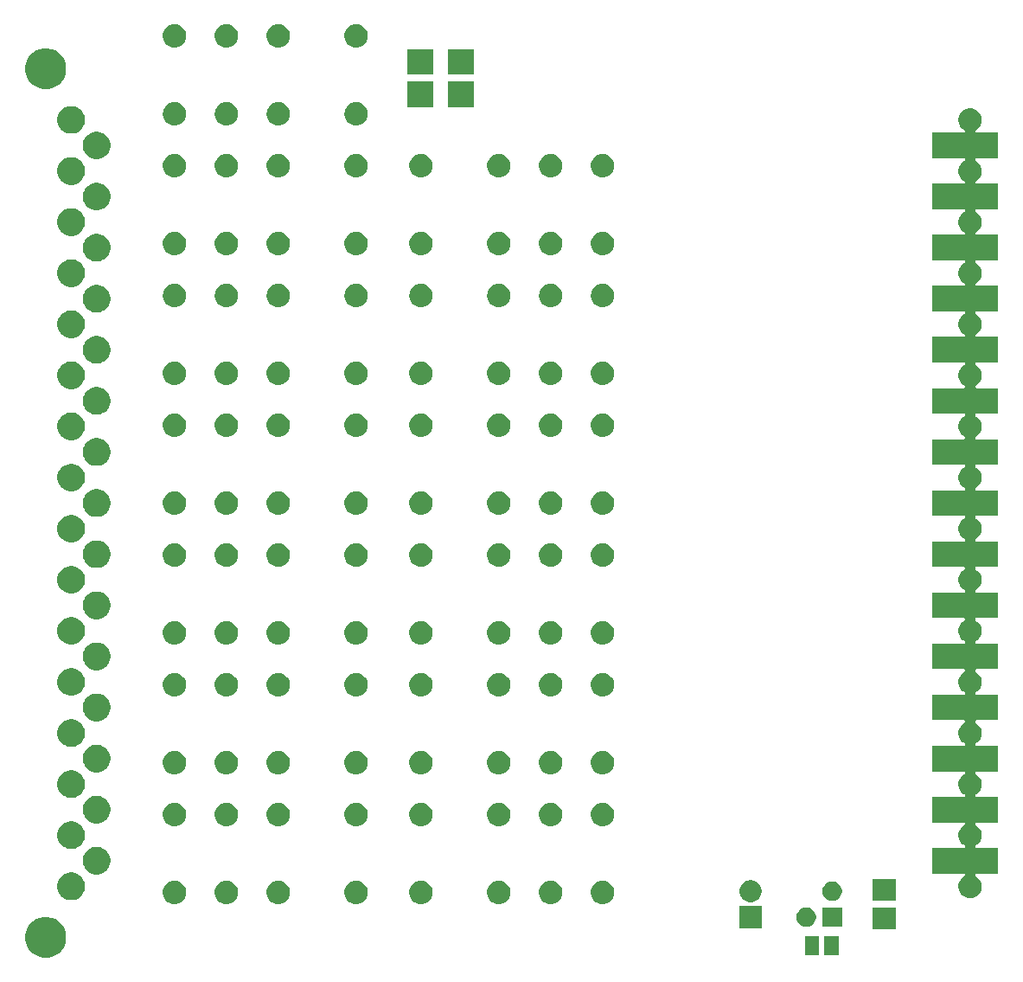
<source format=gbs>
G04 #@! TF.GenerationSoftware,KiCad,Pcbnew,(5.1.5)-3*
G04 #@! TF.CreationDate,2021-08-30T19:44:14+02:00*
G04 #@! TF.ProjectId,sbk6,73626b36-2e6b-4696-9361-645f70636258,0426 -*
G04 #@! TF.SameCoordinates,Original*
G04 #@! TF.FileFunction,Soldermask,Bot*
G04 #@! TF.FilePolarity,Negative*
%FSLAX46Y46*%
G04 Gerber Fmt 4.6, Leading zero omitted, Abs format (unit mm)*
G04 Created by KiCad (PCBNEW (5.1.5)-3) date 2021-08-30 19:44:14*
%MOMM*%
%LPD*%
G04 APERTURE LIST*
%ADD10C,0.150000*%
G04 APERTURE END LIST*
D10*
G36*
X71783302Y-142174774D02*
G01*
X72148017Y-142325844D01*
X72148018Y-142325845D01*
X72476254Y-142545165D01*
X72755395Y-142824306D01*
X72755396Y-142824308D01*
X72974716Y-143152543D01*
X73125786Y-143517258D01*
X73202800Y-143904436D01*
X73202800Y-144299204D01*
X73125786Y-144686382D01*
X72974716Y-145051097D01*
X72974715Y-145051098D01*
X72755395Y-145379334D01*
X72476254Y-145658475D01*
X72311021Y-145768880D01*
X72148017Y-145877796D01*
X71783302Y-146028866D01*
X71396124Y-146105880D01*
X71001356Y-146105880D01*
X70614178Y-146028866D01*
X70249463Y-145877796D01*
X70086459Y-145768880D01*
X69921226Y-145658475D01*
X69642085Y-145379334D01*
X69422765Y-145051098D01*
X69422764Y-145051097D01*
X69271694Y-144686382D01*
X69194680Y-144299204D01*
X69194680Y-143904436D01*
X69271694Y-143517258D01*
X69422764Y-143152543D01*
X69642084Y-142824308D01*
X69642085Y-142824306D01*
X69921226Y-142545165D01*
X70249462Y-142325845D01*
X70249463Y-142325844D01*
X70614178Y-142174774D01*
X71001356Y-142097760D01*
X71396124Y-142097760D01*
X71783302Y-142174774D01*
G37*
G36*
X146939000Y-145859500D02*
G01*
X145542000Y-145859500D01*
X145542000Y-143954500D01*
X146939000Y-143954500D01*
X146939000Y-145859500D01*
G37*
G36*
X148844000Y-145859500D02*
G01*
X147447000Y-145859500D01*
X147447000Y-143954500D01*
X148844000Y-143954500D01*
X148844000Y-145859500D01*
G37*
G36*
X154444700Y-143294100D02*
G01*
X152133300Y-143294100D01*
X152133300Y-141185900D01*
X154444700Y-141185900D01*
X154444700Y-143294100D01*
G37*
G36*
X141287500Y-143192500D02*
G01*
X139128500Y-143192500D01*
X139128500Y-141033500D01*
X141287500Y-141033500D01*
X141287500Y-143192500D01*
G37*
G36*
X149161500Y-143065500D02*
G01*
X147256500Y-143065500D01*
X147256500Y-141160500D01*
X149161500Y-141160500D01*
X149161500Y-143065500D01*
G37*
G36*
X145946834Y-141197103D02*
G01*
X146120176Y-141268904D01*
X146120178Y-141268905D01*
X146276184Y-141373145D01*
X146408855Y-141505816D01*
X146408856Y-141505818D01*
X146513096Y-141661824D01*
X146584897Y-141835166D01*
X146621500Y-142019186D01*
X146621500Y-142206814D01*
X146584897Y-142390834D01*
X146513096Y-142564176D01*
X146513095Y-142564178D01*
X146408855Y-142720184D01*
X146276184Y-142852855D01*
X146120178Y-142957095D01*
X146120177Y-142957096D01*
X146120176Y-142957096D01*
X145946834Y-143028897D01*
X145762814Y-143065500D01*
X145575186Y-143065500D01*
X145391166Y-143028897D01*
X145217824Y-142957096D01*
X145217823Y-142957096D01*
X145217822Y-142957095D01*
X145061816Y-142852855D01*
X144929145Y-142720184D01*
X144824905Y-142564178D01*
X144824904Y-142564176D01*
X144753103Y-142390834D01*
X144716500Y-142206814D01*
X144716500Y-142019186D01*
X144753103Y-141835166D01*
X144824904Y-141661824D01*
X144929144Y-141505818D01*
X144929145Y-141505816D01*
X145061816Y-141373145D01*
X145217822Y-141268905D01*
X145217824Y-141268904D01*
X145391166Y-141197103D01*
X145575186Y-141160500D01*
X145762814Y-141160500D01*
X145946834Y-141197103D01*
G37*
G36*
X115792989Y-138578963D02*
G01*
X115903401Y-138600925D01*
X115989562Y-138636614D01*
X116111412Y-138687086D01*
X116111413Y-138687087D01*
X116298620Y-138812174D01*
X116457826Y-138971380D01*
X116468920Y-138987984D01*
X116582914Y-139158588D01*
X116669075Y-139366600D01*
X116713000Y-139587423D01*
X116713000Y-139812577D01*
X116691038Y-139922988D01*
X116670910Y-140024178D01*
X116669075Y-140033400D01*
X116582914Y-140241412D01*
X116569732Y-140261140D01*
X116457826Y-140428620D01*
X116298620Y-140587826D01*
X116201828Y-140652500D01*
X116111412Y-140712914D01*
X115989562Y-140763386D01*
X115903401Y-140799075D01*
X115792988Y-140821038D01*
X115682577Y-140843000D01*
X115457423Y-140843000D01*
X115347012Y-140821038D01*
X115236599Y-140799075D01*
X115150438Y-140763386D01*
X115028588Y-140712914D01*
X114938172Y-140652500D01*
X114841380Y-140587826D01*
X114682174Y-140428620D01*
X114570268Y-140261140D01*
X114557086Y-140241412D01*
X114470925Y-140033400D01*
X114469091Y-140024178D01*
X114448963Y-139922989D01*
X114427000Y-139812577D01*
X114427000Y-139587423D01*
X114470925Y-139366600D01*
X114557086Y-139158588D01*
X114671080Y-138987984D01*
X114682174Y-138971380D01*
X114841380Y-138812174D01*
X115028587Y-138687087D01*
X115028588Y-138687086D01*
X115150438Y-138636614D01*
X115236599Y-138600925D01*
X115347011Y-138578963D01*
X115457423Y-138557000D01*
X115682577Y-138557000D01*
X115792989Y-138578963D01*
G37*
G36*
X89122989Y-138578963D02*
G01*
X89233401Y-138600925D01*
X89319562Y-138636614D01*
X89441412Y-138687086D01*
X89441413Y-138687087D01*
X89628620Y-138812174D01*
X89787826Y-138971380D01*
X89798920Y-138987984D01*
X89912914Y-139158588D01*
X89999075Y-139366600D01*
X90043000Y-139587423D01*
X90043000Y-139812577D01*
X90021037Y-139922989D01*
X90000910Y-140024178D01*
X89999075Y-140033400D01*
X89912914Y-140241412D01*
X89899732Y-140261140D01*
X89787826Y-140428620D01*
X89628620Y-140587826D01*
X89531828Y-140652500D01*
X89441412Y-140712914D01*
X89319562Y-140763386D01*
X89233401Y-140799075D01*
X89122988Y-140821038D01*
X89012577Y-140843000D01*
X88787423Y-140843000D01*
X88677012Y-140821038D01*
X88566599Y-140799075D01*
X88480438Y-140763386D01*
X88358588Y-140712914D01*
X88268172Y-140652500D01*
X88171380Y-140587826D01*
X88012174Y-140428620D01*
X87900268Y-140261140D01*
X87887086Y-140241412D01*
X87800925Y-140033400D01*
X87799091Y-140024178D01*
X87778963Y-139922989D01*
X87757000Y-139812577D01*
X87757000Y-139587423D01*
X87800925Y-139366600D01*
X87887086Y-139158588D01*
X88001080Y-138987984D01*
X88012174Y-138971380D01*
X88171380Y-138812174D01*
X88358587Y-138687087D01*
X88358588Y-138687086D01*
X88480438Y-138636614D01*
X88566599Y-138600925D01*
X88677011Y-138578963D01*
X88787423Y-138557000D01*
X89012577Y-138557000D01*
X89122989Y-138578963D01*
G37*
G36*
X94202989Y-138578963D02*
G01*
X94313401Y-138600925D01*
X94399562Y-138636614D01*
X94521412Y-138687086D01*
X94521413Y-138687087D01*
X94708620Y-138812174D01*
X94867826Y-138971380D01*
X94878920Y-138987984D01*
X94992914Y-139158588D01*
X95079075Y-139366600D01*
X95123000Y-139587423D01*
X95123000Y-139812577D01*
X95101037Y-139922989D01*
X95080910Y-140024178D01*
X95079075Y-140033400D01*
X94992914Y-140241412D01*
X94979732Y-140261140D01*
X94867826Y-140428620D01*
X94708620Y-140587826D01*
X94611828Y-140652500D01*
X94521412Y-140712914D01*
X94399562Y-140763386D01*
X94313401Y-140799075D01*
X94202988Y-140821038D01*
X94092577Y-140843000D01*
X93867423Y-140843000D01*
X93757012Y-140821038D01*
X93646599Y-140799075D01*
X93560438Y-140763386D01*
X93438588Y-140712914D01*
X93348172Y-140652500D01*
X93251380Y-140587826D01*
X93092174Y-140428620D01*
X92980268Y-140261140D01*
X92967086Y-140241412D01*
X92880925Y-140033400D01*
X92879091Y-140024178D01*
X92858963Y-139922989D01*
X92837000Y-139812577D01*
X92837000Y-139587423D01*
X92880925Y-139366600D01*
X92967086Y-139158588D01*
X93081080Y-138987984D01*
X93092174Y-138971380D01*
X93251380Y-138812174D01*
X93438587Y-138687087D01*
X93438588Y-138687086D01*
X93560438Y-138636614D01*
X93646599Y-138600925D01*
X93757011Y-138578963D01*
X93867423Y-138557000D01*
X94092577Y-138557000D01*
X94202989Y-138578963D01*
G37*
G36*
X101822989Y-138578963D02*
G01*
X101933401Y-138600925D01*
X102019562Y-138636614D01*
X102141412Y-138687086D01*
X102141413Y-138687087D01*
X102328620Y-138812174D01*
X102487826Y-138971380D01*
X102498920Y-138987984D01*
X102612914Y-139158588D01*
X102699075Y-139366600D01*
X102743000Y-139587423D01*
X102743000Y-139812577D01*
X102721037Y-139922989D01*
X102700910Y-140024178D01*
X102699075Y-140033400D01*
X102612914Y-140241412D01*
X102599732Y-140261140D01*
X102487826Y-140428620D01*
X102328620Y-140587826D01*
X102231828Y-140652500D01*
X102141412Y-140712914D01*
X102019562Y-140763386D01*
X101933401Y-140799075D01*
X101822988Y-140821038D01*
X101712577Y-140843000D01*
X101487423Y-140843000D01*
X101377012Y-140821038D01*
X101266599Y-140799075D01*
X101180438Y-140763386D01*
X101058588Y-140712914D01*
X100968172Y-140652500D01*
X100871380Y-140587826D01*
X100712174Y-140428620D01*
X100600268Y-140261140D01*
X100587086Y-140241412D01*
X100500925Y-140033400D01*
X100499091Y-140024178D01*
X100478963Y-139922989D01*
X100457000Y-139812577D01*
X100457000Y-139587423D01*
X100500925Y-139366600D01*
X100587086Y-139158588D01*
X100701080Y-138987984D01*
X100712174Y-138971380D01*
X100871380Y-138812174D01*
X101058587Y-138687087D01*
X101058588Y-138687086D01*
X101180438Y-138636614D01*
X101266599Y-138600925D01*
X101377011Y-138578963D01*
X101487423Y-138557000D01*
X101712577Y-138557000D01*
X101822989Y-138578963D01*
G37*
G36*
X108172989Y-138578963D02*
G01*
X108283401Y-138600925D01*
X108369562Y-138636614D01*
X108491412Y-138687086D01*
X108491413Y-138687087D01*
X108678620Y-138812174D01*
X108837826Y-138971380D01*
X108848920Y-138987984D01*
X108962914Y-139158588D01*
X109049075Y-139366600D01*
X109093000Y-139587423D01*
X109093000Y-139812577D01*
X109071038Y-139922988D01*
X109050910Y-140024178D01*
X109049075Y-140033400D01*
X108962914Y-140241412D01*
X108949732Y-140261140D01*
X108837826Y-140428620D01*
X108678620Y-140587826D01*
X108581828Y-140652500D01*
X108491412Y-140712914D01*
X108369562Y-140763386D01*
X108283401Y-140799075D01*
X108172988Y-140821038D01*
X108062577Y-140843000D01*
X107837423Y-140843000D01*
X107727012Y-140821038D01*
X107616599Y-140799075D01*
X107530438Y-140763386D01*
X107408588Y-140712914D01*
X107318172Y-140652500D01*
X107221380Y-140587826D01*
X107062174Y-140428620D01*
X106950268Y-140261140D01*
X106937086Y-140241412D01*
X106850925Y-140033400D01*
X106849091Y-140024178D01*
X106828963Y-139922989D01*
X106807000Y-139812577D01*
X106807000Y-139587423D01*
X106850925Y-139366600D01*
X106937086Y-139158588D01*
X107051080Y-138987984D01*
X107062174Y-138971380D01*
X107221380Y-138812174D01*
X107408587Y-138687087D01*
X107408588Y-138687086D01*
X107530438Y-138636614D01*
X107616599Y-138600925D01*
X107727011Y-138578963D01*
X107837423Y-138557000D01*
X108062577Y-138557000D01*
X108172989Y-138578963D01*
G37*
G36*
X120872989Y-138578963D02*
G01*
X120983401Y-138600925D01*
X121069562Y-138636614D01*
X121191412Y-138687086D01*
X121191413Y-138687087D01*
X121378620Y-138812174D01*
X121537826Y-138971380D01*
X121548920Y-138987984D01*
X121662914Y-139158588D01*
X121749075Y-139366600D01*
X121793000Y-139587423D01*
X121793000Y-139812577D01*
X121771038Y-139922988D01*
X121750910Y-140024178D01*
X121749075Y-140033400D01*
X121662914Y-140241412D01*
X121649732Y-140261140D01*
X121537826Y-140428620D01*
X121378620Y-140587826D01*
X121281828Y-140652500D01*
X121191412Y-140712914D01*
X121069562Y-140763386D01*
X120983401Y-140799075D01*
X120872988Y-140821038D01*
X120762577Y-140843000D01*
X120537423Y-140843000D01*
X120427012Y-140821038D01*
X120316599Y-140799075D01*
X120230438Y-140763386D01*
X120108588Y-140712914D01*
X120018172Y-140652500D01*
X119921380Y-140587826D01*
X119762174Y-140428620D01*
X119650268Y-140261140D01*
X119637086Y-140241412D01*
X119550925Y-140033400D01*
X119549091Y-140024178D01*
X119528963Y-139922989D01*
X119507000Y-139812577D01*
X119507000Y-139587423D01*
X119550925Y-139366600D01*
X119637086Y-139158588D01*
X119751080Y-138987984D01*
X119762174Y-138971380D01*
X119921380Y-138812174D01*
X120108587Y-138687087D01*
X120108588Y-138687086D01*
X120230438Y-138636614D01*
X120316599Y-138600925D01*
X120427011Y-138578963D01*
X120537423Y-138557000D01*
X120762577Y-138557000D01*
X120872989Y-138578963D01*
G37*
G36*
X125952989Y-138578963D02*
G01*
X126063401Y-138600925D01*
X126149562Y-138636614D01*
X126271412Y-138687086D01*
X126271413Y-138687087D01*
X126458620Y-138812174D01*
X126617826Y-138971380D01*
X126628920Y-138987984D01*
X126742914Y-139158588D01*
X126829075Y-139366600D01*
X126873000Y-139587423D01*
X126873000Y-139812577D01*
X126851038Y-139922988D01*
X126830910Y-140024178D01*
X126829075Y-140033400D01*
X126742914Y-140241412D01*
X126729732Y-140261140D01*
X126617826Y-140428620D01*
X126458620Y-140587826D01*
X126361828Y-140652500D01*
X126271412Y-140712914D01*
X126149562Y-140763386D01*
X126063401Y-140799075D01*
X125952988Y-140821038D01*
X125842577Y-140843000D01*
X125617423Y-140843000D01*
X125507012Y-140821038D01*
X125396599Y-140799075D01*
X125310438Y-140763386D01*
X125188588Y-140712914D01*
X125098172Y-140652500D01*
X125001380Y-140587826D01*
X124842174Y-140428620D01*
X124730268Y-140261140D01*
X124717086Y-140241412D01*
X124630925Y-140033400D01*
X124629091Y-140024178D01*
X124608963Y-139922989D01*
X124587000Y-139812577D01*
X124587000Y-139587423D01*
X124630925Y-139366600D01*
X124717086Y-139158588D01*
X124831080Y-138987984D01*
X124842174Y-138971380D01*
X125001380Y-138812174D01*
X125188587Y-138687087D01*
X125188588Y-138687086D01*
X125310438Y-138636614D01*
X125396599Y-138600925D01*
X125507011Y-138578963D01*
X125617423Y-138557000D01*
X125842577Y-138557000D01*
X125952989Y-138578963D01*
G37*
G36*
X84042989Y-138578963D02*
G01*
X84153401Y-138600925D01*
X84239562Y-138636614D01*
X84361412Y-138687086D01*
X84361413Y-138687087D01*
X84548620Y-138812174D01*
X84707826Y-138971380D01*
X84718920Y-138987984D01*
X84832914Y-139158588D01*
X84919075Y-139366600D01*
X84963000Y-139587423D01*
X84963000Y-139812577D01*
X84941037Y-139922989D01*
X84920910Y-140024178D01*
X84919075Y-140033400D01*
X84832914Y-140241412D01*
X84819732Y-140261140D01*
X84707826Y-140428620D01*
X84548620Y-140587826D01*
X84451828Y-140652500D01*
X84361412Y-140712914D01*
X84239562Y-140763386D01*
X84153401Y-140799075D01*
X84042988Y-140821038D01*
X83932577Y-140843000D01*
X83707423Y-140843000D01*
X83597012Y-140821038D01*
X83486599Y-140799075D01*
X83400438Y-140763386D01*
X83278588Y-140712914D01*
X83188172Y-140652500D01*
X83091380Y-140587826D01*
X82932174Y-140428620D01*
X82820268Y-140261140D01*
X82807086Y-140241412D01*
X82720925Y-140033400D01*
X82719091Y-140024178D01*
X82698963Y-139922989D01*
X82677000Y-139812577D01*
X82677000Y-139587423D01*
X82720925Y-139366600D01*
X82807086Y-139158588D01*
X82921080Y-138987984D01*
X82932174Y-138971380D01*
X83091380Y-138812174D01*
X83278587Y-138687087D01*
X83278588Y-138687086D01*
X83400438Y-138636614D01*
X83486599Y-138600925D01*
X83597011Y-138578963D01*
X83707423Y-138557000D01*
X83932577Y-138557000D01*
X84042989Y-138578963D01*
G37*
G36*
X140522877Y-138534984D02*
G01*
X140682072Y-138600925D01*
X140719335Y-138616360D01*
X140896141Y-138734498D01*
X141046502Y-138884859D01*
X141164640Y-139061665D01*
X141164641Y-139061667D01*
X141246016Y-139258123D01*
X141287500Y-139466677D01*
X141287500Y-139679323D01*
X141246016Y-139887877D01*
X141189559Y-140024176D01*
X141164640Y-140084335D01*
X141046502Y-140261141D01*
X140896141Y-140411502D01*
X140719335Y-140529640D01*
X140719334Y-140529641D01*
X140719333Y-140529641D01*
X140522877Y-140611016D01*
X140314323Y-140652500D01*
X140101677Y-140652500D01*
X139893123Y-140611016D01*
X139696667Y-140529641D01*
X139696666Y-140529641D01*
X139696665Y-140529640D01*
X139519859Y-140411502D01*
X139369498Y-140261141D01*
X139251360Y-140084335D01*
X139226441Y-140024176D01*
X139169984Y-139887877D01*
X139128500Y-139679323D01*
X139128500Y-139466677D01*
X139169984Y-139258123D01*
X139251359Y-139061667D01*
X139251360Y-139061665D01*
X139369498Y-138884859D01*
X139519859Y-138734498D01*
X139696665Y-138616360D01*
X139733928Y-138600925D01*
X139893123Y-138534984D01*
X140101677Y-138493500D01*
X140314323Y-138493500D01*
X140522877Y-138534984D01*
G37*
G36*
X148486834Y-138657103D02*
G01*
X148660176Y-138728904D01*
X148660178Y-138728905D01*
X148816184Y-138833145D01*
X148948855Y-138965816D01*
X149053095Y-139121822D01*
X149053096Y-139121824D01*
X149124897Y-139295166D01*
X149161500Y-139479186D01*
X149161500Y-139666814D01*
X149124897Y-139850834D01*
X149053096Y-140024176D01*
X149053095Y-140024178D01*
X148948855Y-140180184D01*
X148816184Y-140312855D01*
X148660178Y-140417095D01*
X148660177Y-140417096D01*
X148660176Y-140417096D01*
X148486834Y-140488897D01*
X148302814Y-140525500D01*
X148115186Y-140525500D01*
X147931166Y-140488897D01*
X147757824Y-140417096D01*
X147757823Y-140417096D01*
X147757822Y-140417095D01*
X147601816Y-140312855D01*
X147469145Y-140180184D01*
X147364905Y-140024178D01*
X147364904Y-140024176D01*
X147293103Y-139850834D01*
X147256500Y-139666814D01*
X147256500Y-139479186D01*
X147293103Y-139295166D01*
X147364904Y-139121824D01*
X147364905Y-139121822D01*
X147469145Y-138965816D01*
X147601816Y-138833145D01*
X147757822Y-138728905D01*
X147757824Y-138728904D01*
X147931166Y-138657103D01*
X148115186Y-138620500D01*
X148302814Y-138620500D01*
X148486834Y-138657103D01*
G37*
G36*
X154444700Y-140500100D02*
G01*
X152133300Y-140500100D01*
X152133300Y-138391900D01*
X154444700Y-138391900D01*
X154444700Y-140500100D01*
G37*
G36*
X74092995Y-137798766D02*
G01*
X74339374Y-137900820D01*
X74561110Y-138048979D01*
X74749681Y-138237550D01*
X74897840Y-138459286D01*
X74999894Y-138705665D01*
X75051920Y-138967220D01*
X75051920Y-139233900D01*
X74999894Y-139495455D01*
X74897840Y-139741834D01*
X74749681Y-139963570D01*
X74561110Y-140152141D01*
X74339374Y-140300300D01*
X74092995Y-140402354D01*
X73831440Y-140454380D01*
X73564760Y-140454380D01*
X73303205Y-140402354D01*
X73056826Y-140300300D01*
X72835090Y-140152141D01*
X72646519Y-139963570D01*
X72498360Y-139741834D01*
X72396306Y-139495455D01*
X72344280Y-139233900D01*
X72344280Y-138967220D01*
X72396306Y-138705665D01*
X72498360Y-138459286D01*
X72646519Y-138237550D01*
X72835090Y-138048979D01*
X73056826Y-137900820D01*
X73303205Y-137798766D01*
X73564760Y-137746740D01*
X73831440Y-137746740D01*
X74092995Y-137798766D01*
G37*
G36*
X161942249Y-62978403D02*
G01*
X162052661Y-63000365D01*
X162138822Y-63036054D01*
X162260672Y-63086526D01*
X162260673Y-63086527D01*
X162447880Y-63211614D01*
X162607086Y-63370820D01*
X162618180Y-63387424D01*
X162732174Y-63558028D01*
X162818335Y-63766040D01*
X162862260Y-63986863D01*
X162862260Y-64212017D01*
X162818335Y-64432840D01*
X162732174Y-64640852D01*
X162690667Y-64702972D01*
X162607086Y-64828060D01*
X162447880Y-64987266D01*
X162392052Y-65024569D01*
X162250849Y-65118918D01*
X162231907Y-65134464D01*
X162216362Y-65153405D01*
X162204811Y-65175016D01*
X162197698Y-65198465D01*
X162195296Y-65222851D01*
X162197698Y-65247237D01*
X162204811Y-65270686D01*
X162216362Y-65292297D01*
X162231908Y-65311239D01*
X162250849Y-65326784D01*
X162272460Y-65338335D01*
X162295909Y-65345448D01*
X162320295Y-65347850D01*
X164472620Y-65347850D01*
X164472620Y-67854830D01*
X162324096Y-67854830D01*
X162299710Y-67857232D01*
X162276261Y-67864345D01*
X162254650Y-67875896D01*
X162235708Y-67891441D01*
X162220163Y-67910383D01*
X162208612Y-67931994D01*
X162201499Y-67955443D01*
X162199097Y-67979829D01*
X162201499Y-68004215D01*
X162208612Y-68027664D01*
X162220163Y-68049275D01*
X162235708Y-68068217D01*
X162254650Y-68083762D01*
X162344702Y-68143933D01*
X162447880Y-68212874D01*
X162607086Y-68372080D01*
X162665448Y-68459426D01*
X162732174Y-68559288D01*
X162782646Y-68681138D01*
X162818335Y-68767299D01*
X162862260Y-68988124D01*
X162862260Y-69213276D01*
X162818335Y-69434101D01*
X162792864Y-69495593D01*
X162732174Y-69642112D01*
X162732173Y-69642113D01*
X162607086Y-69829320D01*
X162447880Y-69988526D01*
X162344702Y-70057467D01*
X162254650Y-70117638D01*
X162235708Y-70133183D01*
X162220163Y-70152125D01*
X162208612Y-70173736D01*
X162201499Y-70197185D01*
X162199097Y-70221571D01*
X162201499Y-70245957D01*
X162208612Y-70269406D01*
X162220163Y-70291017D01*
X162235708Y-70309959D01*
X162254650Y-70325504D01*
X162276261Y-70337055D01*
X162299710Y-70344168D01*
X162324096Y-70346570D01*
X164472620Y-70346570D01*
X164472620Y-72853550D01*
X162324096Y-72853550D01*
X162299710Y-72855952D01*
X162276261Y-72863065D01*
X162254650Y-72874616D01*
X162235708Y-72890161D01*
X162220163Y-72909103D01*
X162208612Y-72930714D01*
X162201499Y-72954163D01*
X162199097Y-72978549D01*
X162201499Y-73002935D01*
X162208612Y-73026384D01*
X162220163Y-73047995D01*
X162235708Y-73066937D01*
X162254650Y-73082482D01*
X162344702Y-73142653D01*
X162447880Y-73211594D01*
X162607086Y-73370800D01*
X162665448Y-73458146D01*
X162732174Y-73558008D01*
X162818335Y-73766020D01*
X162862260Y-73986843D01*
X162862260Y-74211997D01*
X162818335Y-74432820D01*
X162732174Y-74640832D01*
X162732173Y-74640833D01*
X162607086Y-74828040D01*
X162447880Y-74987246D01*
X162392052Y-75024549D01*
X162250849Y-75118898D01*
X162231907Y-75134444D01*
X162216362Y-75153385D01*
X162204811Y-75174996D01*
X162197698Y-75198445D01*
X162195296Y-75222831D01*
X162197698Y-75247217D01*
X162204811Y-75270666D01*
X162216362Y-75292277D01*
X162231908Y-75311219D01*
X162250849Y-75326764D01*
X162272460Y-75338315D01*
X162295909Y-75345428D01*
X162320295Y-75347830D01*
X164472620Y-75347830D01*
X164472620Y-77854810D01*
X162324096Y-77854810D01*
X162299710Y-77857212D01*
X162276261Y-77864325D01*
X162254650Y-77875876D01*
X162235708Y-77891421D01*
X162220163Y-77910363D01*
X162208612Y-77931974D01*
X162201499Y-77955423D01*
X162199097Y-77979809D01*
X162201499Y-78004195D01*
X162208612Y-78027644D01*
X162220163Y-78049255D01*
X162235708Y-78068197D01*
X162254650Y-78083742D01*
X162344702Y-78143913D01*
X162447880Y-78212854D01*
X162607086Y-78372060D01*
X162665448Y-78459406D01*
X162732174Y-78559268D01*
X162818335Y-78767280D01*
X162862260Y-78988103D01*
X162862260Y-79213257D01*
X162818335Y-79434080D01*
X162732174Y-79642092D01*
X162732173Y-79642093D01*
X162607086Y-79829300D01*
X162447880Y-79988506D01*
X162344702Y-80057447D01*
X162254650Y-80117618D01*
X162235708Y-80133163D01*
X162220163Y-80152105D01*
X162208612Y-80173716D01*
X162201499Y-80197165D01*
X162199097Y-80221551D01*
X162201499Y-80245937D01*
X162208612Y-80269386D01*
X162220163Y-80290997D01*
X162235708Y-80309939D01*
X162254650Y-80325484D01*
X162276261Y-80337035D01*
X162299710Y-80344148D01*
X162324096Y-80346550D01*
X164472620Y-80346550D01*
X164472620Y-82853530D01*
X162324096Y-82853530D01*
X162299710Y-82855932D01*
X162276261Y-82863045D01*
X162254650Y-82874596D01*
X162235708Y-82890141D01*
X162220163Y-82909083D01*
X162208612Y-82930694D01*
X162201499Y-82954143D01*
X162199097Y-82978529D01*
X162201499Y-83002915D01*
X162208612Y-83026364D01*
X162220163Y-83047975D01*
X162235708Y-83066917D01*
X162254650Y-83082462D01*
X162344702Y-83142633D01*
X162447880Y-83211574D01*
X162607086Y-83370780D01*
X162665448Y-83458126D01*
X162732174Y-83557988D01*
X162818335Y-83766000D01*
X162862260Y-83986823D01*
X162862260Y-84211977D01*
X162818335Y-84432800D01*
X162732174Y-84640812D01*
X162732173Y-84640813D01*
X162607086Y-84828020D01*
X162447880Y-84987226D01*
X162392053Y-85024529D01*
X162250849Y-85118878D01*
X162231907Y-85134424D01*
X162216362Y-85153365D01*
X162204811Y-85174976D01*
X162197698Y-85198425D01*
X162195296Y-85222811D01*
X162197698Y-85247197D01*
X162204811Y-85270646D01*
X162216362Y-85292257D01*
X162231908Y-85311199D01*
X162250849Y-85326744D01*
X162272460Y-85338295D01*
X162295909Y-85345408D01*
X162320295Y-85347810D01*
X164472620Y-85347810D01*
X164472620Y-87854790D01*
X162324096Y-87854790D01*
X162299710Y-87857192D01*
X162276261Y-87864305D01*
X162254650Y-87875856D01*
X162235708Y-87891401D01*
X162220163Y-87910343D01*
X162208612Y-87931954D01*
X162201499Y-87955403D01*
X162199097Y-87979789D01*
X162201499Y-88004175D01*
X162208612Y-88027624D01*
X162220163Y-88049235D01*
X162235708Y-88068177D01*
X162254650Y-88083722D01*
X162344702Y-88143893D01*
X162447880Y-88212834D01*
X162607086Y-88372040D01*
X162665448Y-88459386D01*
X162732174Y-88559248D01*
X162735219Y-88566600D01*
X162818335Y-88767259D01*
X162862260Y-88988084D01*
X162862260Y-89213236D01*
X162818335Y-89434061D01*
X162792864Y-89495553D01*
X162732174Y-89642072D01*
X162732173Y-89642073D01*
X162607086Y-89829280D01*
X162447880Y-89988486D01*
X162344702Y-90057427D01*
X162254650Y-90117598D01*
X162235708Y-90133143D01*
X162220163Y-90152085D01*
X162208612Y-90173696D01*
X162201499Y-90197145D01*
X162199097Y-90221531D01*
X162201499Y-90245917D01*
X162208612Y-90269366D01*
X162220163Y-90290977D01*
X162235708Y-90309919D01*
X162254650Y-90325464D01*
X162276261Y-90337015D01*
X162299710Y-90344128D01*
X162324096Y-90346530D01*
X164472620Y-90346530D01*
X164472620Y-92853510D01*
X162324096Y-92853510D01*
X162299710Y-92855912D01*
X162276261Y-92863025D01*
X162254650Y-92874576D01*
X162235708Y-92890121D01*
X162220163Y-92909063D01*
X162208612Y-92930674D01*
X162201499Y-92954123D01*
X162199097Y-92978509D01*
X162201499Y-93002895D01*
X162208612Y-93026344D01*
X162220163Y-93047955D01*
X162235708Y-93066897D01*
X162254650Y-93082442D01*
X162344702Y-93142613D01*
X162447880Y-93211554D01*
X162607086Y-93370760D01*
X162652406Y-93438587D01*
X162732174Y-93557968D01*
X162818335Y-93765980D01*
X162862260Y-93986803D01*
X162862260Y-94211957D01*
X162818335Y-94432780D01*
X162732174Y-94640792D01*
X162732173Y-94640793D01*
X162607086Y-94828000D01*
X162447880Y-94987206D01*
X162439337Y-94992914D01*
X162250849Y-95118858D01*
X162231907Y-95134404D01*
X162216362Y-95153345D01*
X162204811Y-95174956D01*
X162197698Y-95198405D01*
X162195296Y-95222791D01*
X162197698Y-95247177D01*
X162204811Y-95270626D01*
X162216362Y-95292237D01*
X162231908Y-95311179D01*
X162250849Y-95326724D01*
X162272460Y-95338275D01*
X162295909Y-95345388D01*
X162320295Y-95347790D01*
X164472620Y-95347790D01*
X164472620Y-97854770D01*
X162324096Y-97854770D01*
X162299710Y-97857172D01*
X162276261Y-97864285D01*
X162254650Y-97875836D01*
X162235708Y-97891381D01*
X162220163Y-97910323D01*
X162208612Y-97931934D01*
X162201499Y-97955383D01*
X162199097Y-97979769D01*
X162201499Y-98004155D01*
X162208612Y-98027604D01*
X162220163Y-98049215D01*
X162235708Y-98068157D01*
X162254650Y-98083702D01*
X162344702Y-98143873D01*
X162447880Y-98212814D01*
X162607086Y-98372020D01*
X162665448Y-98459366D01*
X162732174Y-98559228D01*
X162818335Y-98767240D01*
X162862260Y-98988063D01*
X162862260Y-99213217D01*
X162818335Y-99434040D01*
X162732174Y-99642052D01*
X162732173Y-99642053D01*
X162607086Y-99829260D01*
X162447880Y-99988466D01*
X162344702Y-100057407D01*
X162254650Y-100117578D01*
X162235708Y-100133123D01*
X162220163Y-100152065D01*
X162208612Y-100173676D01*
X162201499Y-100197125D01*
X162199097Y-100221511D01*
X162201499Y-100245897D01*
X162208612Y-100269346D01*
X162220163Y-100290957D01*
X162235708Y-100309899D01*
X162254650Y-100325444D01*
X162276261Y-100336995D01*
X162299710Y-100344108D01*
X162324096Y-100346510D01*
X164472620Y-100346510D01*
X164472620Y-102853490D01*
X162324096Y-102853490D01*
X162299710Y-102855892D01*
X162276261Y-102863005D01*
X162254650Y-102874556D01*
X162235708Y-102890101D01*
X162220163Y-102909043D01*
X162208612Y-102930654D01*
X162201499Y-102954103D01*
X162199097Y-102978489D01*
X162201499Y-103002875D01*
X162208612Y-103026324D01*
X162220163Y-103047935D01*
X162235708Y-103066877D01*
X162254650Y-103082422D01*
X162344702Y-103142593D01*
X162447880Y-103211534D01*
X162607086Y-103370740D01*
X162665448Y-103458086D01*
X162732174Y-103557948D01*
X162818335Y-103765960D01*
X162862260Y-103986783D01*
X162862260Y-104211937D01*
X162818335Y-104432760D01*
X162732174Y-104640772D01*
X162732173Y-104640773D01*
X162607086Y-104827980D01*
X162447880Y-104987186D01*
X162392052Y-105024489D01*
X162250849Y-105118838D01*
X162231907Y-105134384D01*
X162216362Y-105153325D01*
X162204811Y-105174936D01*
X162197698Y-105198385D01*
X162195296Y-105222771D01*
X162197698Y-105247157D01*
X162204811Y-105270606D01*
X162216362Y-105292217D01*
X162231908Y-105311159D01*
X162250849Y-105326704D01*
X162272460Y-105338255D01*
X162295909Y-105345368D01*
X162320295Y-105347770D01*
X164472620Y-105347770D01*
X164472620Y-107854750D01*
X162324096Y-107854750D01*
X162299710Y-107857152D01*
X162276261Y-107864265D01*
X162254650Y-107875816D01*
X162235708Y-107891361D01*
X162220163Y-107910303D01*
X162208612Y-107931914D01*
X162201499Y-107955363D01*
X162199097Y-107979749D01*
X162201499Y-108004135D01*
X162208612Y-108027584D01*
X162220163Y-108049195D01*
X162235708Y-108068137D01*
X162254650Y-108083682D01*
X162344702Y-108143853D01*
X162447880Y-108212794D01*
X162607086Y-108372000D01*
X162665448Y-108459346D01*
X162732174Y-108559208D01*
X162818335Y-108767220D01*
X162862260Y-108988043D01*
X162862260Y-109213197D01*
X162818335Y-109434020D01*
X162732174Y-109642032D01*
X162732173Y-109642033D01*
X162607086Y-109829240D01*
X162447880Y-109988446D01*
X162344702Y-110057387D01*
X162254650Y-110117558D01*
X162235708Y-110133103D01*
X162220163Y-110152045D01*
X162208612Y-110173656D01*
X162201499Y-110197105D01*
X162199097Y-110221491D01*
X162201499Y-110245877D01*
X162208612Y-110269326D01*
X162220163Y-110290937D01*
X162235708Y-110309879D01*
X162254650Y-110325424D01*
X162276261Y-110336975D01*
X162299710Y-110344088D01*
X162324096Y-110346490D01*
X164472620Y-110346490D01*
X164472620Y-112853470D01*
X162324096Y-112853470D01*
X162299710Y-112855872D01*
X162276261Y-112862985D01*
X162254650Y-112874536D01*
X162235708Y-112890081D01*
X162220163Y-112909023D01*
X162208612Y-112930634D01*
X162201499Y-112954083D01*
X162199097Y-112978469D01*
X162201499Y-113002855D01*
X162208612Y-113026304D01*
X162220163Y-113047915D01*
X162235708Y-113066857D01*
X162254650Y-113082402D01*
X162344702Y-113142573D01*
X162447880Y-113211514D01*
X162607086Y-113370720D01*
X162665448Y-113458066D01*
X162732174Y-113557928D01*
X162737746Y-113571381D01*
X162815290Y-113758587D01*
X162818335Y-113765940D01*
X162862260Y-113986763D01*
X162862260Y-114211917D01*
X162818335Y-114432740D01*
X162732174Y-114640752D01*
X162732173Y-114640753D01*
X162607086Y-114827960D01*
X162447880Y-114987166D01*
X162392052Y-115024469D01*
X162250849Y-115118818D01*
X162231907Y-115134364D01*
X162216362Y-115153305D01*
X162204811Y-115174916D01*
X162197698Y-115198365D01*
X162195296Y-115222751D01*
X162197698Y-115247137D01*
X162204811Y-115270586D01*
X162216362Y-115292197D01*
X162231908Y-115311139D01*
X162250849Y-115326684D01*
X162272460Y-115338235D01*
X162295909Y-115345348D01*
X162320295Y-115347750D01*
X164472620Y-115347750D01*
X164472620Y-117854730D01*
X162324096Y-117854730D01*
X162299710Y-117857132D01*
X162276261Y-117864245D01*
X162254650Y-117875796D01*
X162235708Y-117891341D01*
X162220163Y-117910283D01*
X162208612Y-117931894D01*
X162201499Y-117955343D01*
X162199097Y-117979729D01*
X162201499Y-118004115D01*
X162208612Y-118027564D01*
X162220163Y-118049175D01*
X162235708Y-118068117D01*
X162254650Y-118083662D01*
X162344702Y-118143833D01*
X162447880Y-118212774D01*
X162607086Y-118371980D01*
X162665448Y-118459326D01*
X162732174Y-118559188D01*
X162818335Y-118767200D01*
X162862260Y-118988023D01*
X162862260Y-119213177D01*
X162818335Y-119434000D01*
X162732174Y-119642012D01*
X162732173Y-119642013D01*
X162607086Y-119829220D01*
X162447880Y-119988426D01*
X162344702Y-120057367D01*
X162254650Y-120117538D01*
X162235708Y-120133083D01*
X162220163Y-120152025D01*
X162208612Y-120173636D01*
X162201499Y-120197085D01*
X162199097Y-120221471D01*
X162201499Y-120245857D01*
X162208612Y-120269306D01*
X162220163Y-120290917D01*
X162235708Y-120309859D01*
X162254650Y-120325404D01*
X162276261Y-120336955D01*
X162299710Y-120344068D01*
X162324096Y-120346470D01*
X164472620Y-120346470D01*
X164472620Y-122853450D01*
X162324096Y-122853450D01*
X162299710Y-122855852D01*
X162276261Y-122862965D01*
X162254650Y-122874516D01*
X162235708Y-122890061D01*
X162220163Y-122909003D01*
X162208612Y-122930614D01*
X162201499Y-122954063D01*
X162199097Y-122978449D01*
X162201499Y-123002835D01*
X162208612Y-123026284D01*
X162220163Y-123047895D01*
X162235708Y-123066837D01*
X162254650Y-123082382D01*
X162344702Y-123142553D01*
X162447880Y-123211494D01*
X162607086Y-123370700D01*
X162665448Y-123458046D01*
X162732174Y-123557908D01*
X162818335Y-123765920D01*
X162862260Y-123986743D01*
X162862260Y-124211897D01*
X162818335Y-124432720D01*
X162732174Y-124640732D01*
X162732173Y-124640733D01*
X162607086Y-124827940D01*
X162447880Y-124987146D01*
X162392052Y-125024449D01*
X162250849Y-125118798D01*
X162231907Y-125134344D01*
X162216362Y-125153285D01*
X162204811Y-125174896D01*
X162197698Y-125198345D01*
X162195296Y-125222731D01*
X162197698Y-125247117D01*
X162204811Y-125270566D01*
X162216362Y-125292177D01*
X162231908Y-125311119D01*
X162250849Y-125326664D01*
X162272460Y-125338215D01*
X162295909Y-125345328D01*
X162320295Y-125347730D01*
X164472620Y-125347730D01*
X164472620Y-127854710D01*
X162324096Y-127854710D01*
X162299710Y-127857112D01*
X162276261Y-127864225D01*
X162254650Y-127875776D01*
X162235708Y-127891321D01*
X162220163Y-127910263D01*
X162208612Y-127931874D01*
X162201499Y-127955323D01*
X162199097Y-127979709D01*
X162201499Y-128004095D01*
X162208612Y-128027544D01*
X162220163Y-128049155D01*
X162235708Y-128068097D01*
X162254650Y-128083642D01*
X162343485Y-128143000D01*
X162447880Y-128212754D01*
X162607086Y-128371960D01*
X162665448Y-128459306D01*
X162732174Y-128559168D01*
X162818335Y-128767180D01*
X162862260Y-128988003D01*
X162862260Y-129213157D01*
X162818335Y-129433980D01*
X162732174Y-129641992D01*
X162732173Y-129641993D01*
X162607086Y-129829200D01*
X162447880Y-129988406D01*
X162344702Y-130057347D01*
X162254650Y-130117518D01*
X162235708Y-130133063D01*
X162220163Y-130152005D01*
X162208612Y-130173616D01*
X162201499Y-130197065D01*
X162199097Y-130221451D01*
X162201499Y-130245837D01*
X162208612Y-130269286D01*
X162220163Y-130290897D01*
X162235708Y-130309839D01*
X162254650Y-130325384D01*
X162276261Y-130336935D01*
X162299710Y-130344048D01*
X162324096Y-130346450D01*
X164472620Y-130346450D01*
X164472620Y-132853430D01*
X162324096Y-132853430D01*
X162299710Y-132855832D01*
X162276261Y-132862945D01*
X162254650Y-132874496D01*
X162235708Y-132890041D01*
X162220163Y-132908983D01*
X162208612Y-132930594D01*
X162201499Y-132954043D01*
X162199097Y-132978429D01*
X162201499Y-133002815D01*
X162208612Y-133026264D01*
X162220163Y-133047875D01*
X162235708Y-133066817D01*
X162254650Y-133082362D01*
X162344702Y-133142533D01*
X162447880Y-133211474D01*
X162607086Y-133370680D01*
X162665448Y-133458026D01*
X162732174Y-133557888D01*
X162818335Y-133765900D01*
X162862260Y-133986723D01*
X162862260Y-134211877D01*
X162818335Y-134432700D01*
X162732174Y-134640712D01*
X162732173Y-134640713D01*
X162607086Y-134827920D01*
X162447880Y-134987126D01*
X162392052Y-135024429D01*
X162250849Y-135118778D01*
X162231907Y-135134324D01*
X162216362Y-135153265D01*
X162204811Y-135174876D01*
X162197698Y-135198325D01*
X162195296Y-135222711D01*
X162197698Y-135247097D01*
X162204811Y-135270546D01*
X162216362Y-135292157D01*
X162231908Y-135311099D01*
X162250849Y-135326644D01*
X162272460Y-135338195D01*
X162295909Y-135345308D01*
X162320295Y-135347710D01*
X164472620Y-135347710D01*
X164472620Y-137854690D01*
X162324096Y-137854690D01*
X162299710Y-137857092D01*
X162276261Y-137864205D01*
X162254650Y-137875756D01*
X162235708Y-137891301D01*
X162220163Y-137910243D01*
X162208612Y-137931854D01*
X162201499Y-137955303D01*
X162199097Y-137979689D01*
X162201499Y-138004075D01*
X162208612Y-138027524D01*
X162220163Y-138049135D01*
X162235708Y-138068077D01*
X162254650Y-138083622D01*
X162344702Y-138143793D01*
X162447880Y-138212734D01*
X162607086Y-138371940D01*
X162665448Y-138459286D01*
X162732174Y-138559148D01*
X162782646Y-138680998D01*
X162802490Y-138728905D01*
X162818335Y-138767160D01*
X162862260Y-138987983D01*
X162862260Y-139213137D01*
X162845943Y-139295166D01*
X162818335Y-139433961D01*
X162792864Y-139495453D01*
X162732174Y-139641972D01*
X162732173Y-139641973D01*
X162607086Y-139829180D01*
X162447880Y-139988386D01*
X162322792Y-140071967D01*
X162260672Y-140113474D01*
X162167321Y-140152141D01*
X162052661Y-140199635D01*
X161942249Y-140221597D01*
X161831837Y-140243560D01*
X161606683Y-140243560D01*
X161496271Y-140221597D01*
X161385859Y-140199635D01*
X161271199Y-140152141D01*
X161177848Y-140113474D01*
X161115728Y-140071967D01*
X160990640Y-139988386D01*
X160831434Y-139829180D01*
X160706347Y-139641973D01*
X160706346Y-139641972D01*
X160645656Y-139495453D01*
X160620185Y-139433961D01*
X160592577Y-139295166D01*
X160576260Y-139213137D01*
X160576260Y-138987983D01*
X160620185Y-138767160D01*
X160636031Y-138728905D01*
X160655874Y-138680998D01*
X160706346Y-138559148D01*
X160773072Y-138459286D01*
X160831434Y-138371940D01*
X160990640Y-138212734D01*
X161093818Y-138143793D01*
X161183870Y-138083622D01*
X161202812Y-138068077D01*
X161218357Y-138049135D01*
X161229908Y-138027524D01*
X161237021Y-138004075D01*
X161239423Y-137979689D01*
X161237021Y-137955303D01*
X161229908Y-137931854D01*
X161218357Y-137910243D01*
X161202812Y-137891301D01*
X161183870Y-137875756D01*
X161162259Y-137864205D01*
X161138810Y-137857092D01*
X161114424Y-137854690D01*
X157965140Y-137854690D01*
X157965140Y-135347710D01*
X161118225Y-135347710D01*
X161142611Y-135345308D01*
X161166060Y-135338195D01*
X161187671Y-135326644D01*
X161206613Y-135311099D01*
X161222158Y-135292157D01*
X161233709Y-135270546D01*
X161240822Y-135247097D01*
X161243224Y-135222711D01*
X161240822Y-135198325D01*
X161233709Y-135174876D01*
X161222158Y-135153265D01*
X161206613Y-135134323D01*
X161187671Y-135118778D01*
X161046468Y-135024429D01*
X160990640Y-134987126D01*
X160831434Y-134827920D01*
X160706347Y-134640713D01*
X160706346Y-134640712D01*
X160620185Y-134432700D01*
X160576260Y-134211877D01*
X160576260Y-133986723D01*
X160620185Y-133765900D01*
X160706346Y-133557888D01*
X160773072Y-133458026D01*
X160831434Y-133370680D01*
X160990640Y-133211474D01*
X161093818Y-133142533D01*
X161183870Y-133082362D01*
X161202812Y-133066817D01*
X161218357Y-133047875D01*
X161229908Y-133026264D01*
X161237021Y-133002815D01*
X161239423Y-132978429D01*
X161237021Y-132954043D01*
X161229908Y-132930594D01*
X161218357Y-132908983D01*
X161202812Y-132890041D01*
X161183870Y-132874496D01*
X161162259Y-132862945D01*
X161138810Y-132855832D01*
X161114424Y-132853430D01*
X157965140Y-132853430D01*
X157965140Y-130346450D01*
X161114424Y-130346450D01*
X161138810Y-130344048D01*
X161162259Y-130336935D01*
X161183870Y-130325384D01*
X161202812Y-130309839D01*
X161218357Y-130290897D01*
X161229908Y-130269286D01*
X161237021Y-130245837D01*
X161239423Y-130221451D01*
X161237021Y-130197065D01*
X161229908Y-130173616D01*
X161218357Y-130152005D01*
X161202812Y-130133063D01*
X161183870Y-130117518D01*
X161093818Y-130057347D01*
X160990640Y-129988406D01*
X160831434Y-129829200D01*
X160706347Y-129641993D01*
X160706346Y-129641992D01*
X160620185Y-129433980D01*
X160576260Y-129213157D01*
X160576260Y-128988003D01*
X160620185Y-128767180D01*
X160706346Y-128559168D01*
X160773072Y-128459306D01*
X160831434Y-128371960D01*
X160990640Y-128212754D01*
X161095035Y-128143000D01*
X161183870Y-128083642D01*
X161202812Y-128068097D01*
X161218357Y-128049155D01*
X161229908Y-128027544D01*
X161237021Y-128004095D01*
X161239423Y-127979709D01*
X161237021Y-127955323D01*
X161229908Y-127931874D01*
X161218357Y-127910263D01*
X161202812Y-127891321D01*
X161183870Y-127875776D01*
X161162259Y-127864225D01*
X161138810Y-127857112D01*
X161114424Y-127854710D01*
X157965140Y-127854710D01*
X157965140Y-125347730D01*
X161118225Y-125347730D01*
X161142611Y-125345328D01*
X161166060Y-125338215D01*
X161187671Y-125326664D01*
X161206613Y-125311119D01*
X161222158Y-125292177D01*
X161233709Y-125270566D01*
X161240822Y-125247117D01*
X161243224Y-125222731D01*
X161240822Y-125198345D01*
X161233709Y-125174896D01*
X161222158Y-125153285D01*
X161206613Y-125134343D01*
X161187671Y-125118798D01*
X161046468Y-125024449D01*
X160990640Y-124987146D01*
X160831434Y-124827940D01*
X160706347Y-124640733D01*
X160706346Y-124640732D01*
X160620185Y-124432720D01*
X160576260Y-124211897D01*
X160576260Y-123986743D01*
X160620185Y-123765920D01*
X160706346Y-123557908D01*
X160773072Y-123458046D01*
X160831434Y-123370700D01*
X160990640Y-123211494D01*
X161093818Y-123142553D01*
X161183870Y-123082382D01*
X161202812Y-123066837D01*
X161218357Y-123047895D01*
X161229908Y-123026284D01*
X161237021Y-123002835D01*
X161239423Y-122978449D01*
X161237021Y-122954063D01*
X161229908Y-122930614D01*
X161218357Y-122909003D01*
X161202812Y-122890061D01*
X161183870Y-122874516D01*
X161162259Y-122862965D01*
X161138810Y-122855852D01*
X161114424Y-122853450D01*
X157965140Y-122853450D01*
X157965140Y-120346470D01*
X161114424Y-120346470D01*
X161138810Y-120344068D01*
X161162259Y-120336955D01*
X161183870Y-120325404D01*
X161202812Y-120309859D01*
X161218357Y-120290917D01*
X161229908Y-120269306D01*
X161237021Y-120245857D01*
X161239423Y-120221471D01*
X161237021Y-120197085D01*
X161229908Y-120173636D01*
X161218357Y-120152025D01*
X161202812Y-120133083D01*
X161183870Y-120117538D01*
X161093818Y-120057367D01*
X160990640Y-119988426D01*
X160831434Y-119829220D01*
X160706347Y-119642013D01*
X160706346Y-119642012D01*
X160620185Y-119434000D01*
X160576260Y-119213177D01*
X160576260Y-118988023D01*
X160620185Y-118767200D01*
X160706346Y-118559188D01*
X160773072Y-118459326D01*
X160831434Y-118371980D01*
X160990640Y-118212774D01*
X161093818Y-118143833D01*
X161183870Y-118083662D01*
X161202812Y-118068117D01*
X161218357Y-118049175D01*
X161229908Y-118027564D01*
X161237021Y-118004115D01*
X161239423Y-117979729D01*
X161237021Y-117955343D01*
X161229908Y-117931894D01*
X161218357Y-117910283D01*
X161202812Y-117891341D01*
X161183870Y-117875796D01*
X161162259Y-117864245D01*
X161138810Y-117857132D01*
X161114424Y-117854730D01*
X157965140Y-117854730D01*
X157965140Y-115347750D01*
X161118225Y-115347750D01*
X161142611Y-115345348D01*
X161166060Y-115338235D01*
X161187671Y-115326684D01*
X161206613Y-115311139D01*
X161222158Y-115292197D01*
X161233709Y-115270586D01*
X161240822Y-115247137D01*
X161243224Y-115222751D01*
X161240822Y-115198365D01*
X161233709Y-115174916D01*
X161222158Y-115153305D01*
X161206613Y-115134363D01*
X161187671Y-115118818D01*
X161046468Y-115024469D01*
X160990640Y-114987166D01*
X160831434Y-114827960D01*
X160706347Y-114640753D01*
X160706346Y-114640752D01*
X160620185Y-114432740D01*
X160576260Y-114211917D01*
X160576260Y-113986763D01*
X160620185Y-113765940D01*
X160623231Y-113758587D01*
X160700774Y-113571381D01*
X160706346Y-113557928D01*
X160773072Y-113458066D01*
X160831434Y-113370720D01*
X160990640Y-113211514D01*
X161093818Y-113142573D01*
X161183870Y-113082402D01*
X161202812Y-113066857D01*
X161218357Y-113047915D01*
X161229908Y-113026304D01*
X161237021Y-113002855D01*
X161239423Y-112978469D01*
X161237021Y-112954083D01*
X161229908Y-112930634D01*
X161218357Y-112909023D01*
X161202812Y-112890081D01*
X161183870Y-112874536D01*
X161162259Y-112862985D01*
X161138810Y-112855872D01*
X161114424Y-112853470D01*
X157965140Y-112853470D01*
X157965140Y-110346490D01*
X161114424Y-110346490D01*
X161138810Y-110344088D01*
X161162259Y-110336975D01*
X161183870Y-110325424D01*
X161202812Y-110309879D01*
X161218357Y-110290937D01*
X161229908Y-110269326D01*
X161237021Y-110245877D01*
X161239423Y-110221491D01*
X161237021Y-110197105D01*
X161229908Y-110173656D01*
X161218357Y-110152045D01*
X161202812Y-110133103D01*
X161183870Y-110117558D01*
X161093818Y-110057387D01*
X160990640Y-109988446D01*
X160831434Y-109829240D01*
X160706347Y-109642033D01*
X160706346Y-109642032D01*
X160620185Y-109434020D01*
X160576260Y-109213197D01*
X160576260Y-108988043D01*
X160620185Y-108767220D01*
X160706346Y-108559208D01*
X160773072Y-108459346D01*
X160831434Y-108372000D01*
X160990640Y-108212794D01*
X161093818Y-108143853D01*
X161183870Y-108083682D01*
X161202812Y-108068137D01*
X161218357Y-108049195D01*
X161229908Y-108027584D01*
X161237021Y-108004135D01*
X161239423Y-107979749D01*
X161237021Y-107955363D01*
X161229908Y-107931914D01*
X161218357Y-107910303D01*
X161202812Y-107891361D01*
X161183870Y-107875816D01*
X161162259Y-107864265D01*
X161138810Y-107857152D01*
X161114424Y-107854750D01*
X157965140Y-107854750D01*
X157965140Y-105347770D01*
X161118225Y-105347770D01*
X161142611Y-105345368D01*
X161166060Y-105338255D01*
X161187671Y-105326704D01*
X161206613Y-105311159D01*
X161222158Y-105292217D01*
X161233709Y-105270606D01*
X161240822Y-105247157D01*
X161243224Y-105222771D01*
X161240822Y-105198385D01*
X161233709Y-105174936D01*
X161222158Y-105153325D01*
X161206613Y-105134383D01*
X161187671Y-105118838D01*
X161046468Y-105024489D01*
X160990640Y-104987186D01*
X160831434Y-104827980D01*
X160706347Y-104640773D01*
X160706346Y-104640772D01*
X160620185Y-104432760D01*
X160576260Y-104211937D01*
X160576260Y-103986783D01*
X160620185Y-103765960D01*
X160706346Y-103557948D01*
X160773072Y-103458086D01*
X160831434Y-103370740D01*
X160990640Y-103211534D01*
X161093818Y-103142593D01*
X161183870Y-103082422D01*
X161202812Y-103066877D01*
X161218357Y-103047935D01*
X161229908Y-103026324D01*
X161237021Y-103002875D01*
X161239423Y-102978489D01*
X161237021Y-102954103D01*
X161229908Y-102930654D01*
X161218357Y-102909043D01*
X161202812Y-102890101D01*
X161183870Y-102874556D01*
X161162259Y-102863005D01*
X161138810Y-102855892D01*
X161114424Y-102853490D01*
X157965140Y-102853490D01*
X157965140Y-100346510D01*
X161114424Y-100346510D01*
X161138810Y-100344108D01*
X161162259Y-100336995D01*
X161183870Y-100325444D01*
X161202812Y-100309899D01*
X161218357Y-100290957D01*
X161229908Y-100269346D01*
X161237021Y-100245897D01*
X161239423Y-100221511D01*
X161237021Y-100197125D01*
X161229908Y-100173676D01*
X161218357Y-100152065D01*
X161202812Y-100133123D01*
X161183870Y-100117578D01*
X161093818Y-100057407D01*
X160990640Y-99988466D01*
X160831434Y-99829260D01*
X160706347Y-99642053D01*
X160706346Y-99642052D01*
X160620185Y-99434040D01*
X160576260Y-99213217D01*
X160576260Y-98988063D01*
X160620185Y-98767240D01*
X160706346Y-98559228D01*
X160773072Y-98459366D01*
X160831434Y-98372020D01*
X160990640Y-98212814D01*
X161093818Y-98143873D01*
X161183870Y-98083702D01*
X161202812Y-98068157D01*
X161218357Y-98049215D01*
X161229908Y-98027604D01*
X161237021Y-98004155D01*
X161239423Y-97979769D01*
X161237021Y-97955383D01*
X161229908Y-97931934D01*
X161218357Y-97910323D01*
X161202812Y-97891381D01*
X161183870Y-97875836D01*
X161162259Y-97864285D01*
X161138810Y-97857172D01*
X161114424Y-97854770D01*
X157965140Y-97854770D01*
X157965140Y-95347790D01*
X161118225Y-95347790D01*
X161142611Y-95345388D01*
X161166060Y-95338275D01*
X161187671Y-95326724D01*
X161206613Y-95311179D01*
X161222158Y-95292237D01*
X161233709Y-95270626D01*
X161240822Y-95247177D01*
X161243224Y-95222791D01*
X161240822Y-95198405D01*
X161233709Y-95174956D01*
X161222158Y-95153345D01*
X161206613Y-95134403D01*
X161187671Y-95118858D01*
X160999183Y-94992914D01*
X160990640Y-94987206D01*
X160831434Y-94828000D01*
X160706347Y-94640793D01*
X160706346Y-94640792D01*
X160620185Y-94432780D01*
X160576260Y-94211957D01*
X160576260Y-93986803D01*
X160620185Y-93765980D01*
X160706346Y-93557968D01*
X160786114Y-93438587D01*
X160831434Y-93370760D01*
X160990640Y-93211554D01*
X161093818Y-93142613D01*
X161183870Y-93082442D01*
X161202812Y-93066897D01*
X161218357Y-93047955D01*
X161229908Y-93026344D01*
X161237021Y-93002895D01*
X161239423Y-92978509D01*
X161237021Y-92954123D01*
X161229908Y-92930674D01*
X161218357Y-92909063D01*
X161202812Y-92890121D01*
X161183870Y-92874576D01*
X161162259Y-92863025D01*
X161138810Y-92855912D01*
X161114424Y-92853510D01*
X157965140Y-92853510D01*
X157965140Y-90346530D01*
X161114424Y-90346530D01*
X161138810Y-90344128D01*
X161162259Y-90337015D01*
X161183870Y-90325464D01*
X161202812Y-90309919D01*
X161218357Y-90290977D01*
X161229908Y-90269366D01*
X161237021Y-90245917D01*
X161239423Y-90221531D01*
X161237021Y-90197145D01*
X161229908Y-90173696D01*
X161218357Y-90152085D01*
X161202812Y-90133143D01*
X161183870Y-90117598D01*
X161093818Y-90057427D01*
X160990640Y-89988486D01*
X160831434Y-89829280D01*
X160706347Y-89642073D01*
X160706346Y-89642072D01*
X160645656Y-89495553D01*
X160620185Y-89434061D01*
X160576260Y-89213236D01*
X160576260Y-88988084D01*
X160620185Y-88767259D01*
X160703301Y-88566600D01*
X160706346Y-88559248D01*
X160773072Y-88459386D01*
X160831434Y-88372040D01*
X160990640Y-88212834D01*
X161093818Y-88143893D01*
X161183870Y-88083722D01*
X161202812Y-88068177D01*
X161218357Y-88049235D01*
X161229908Y-88027624D01*
X161237021Y-88004175D01*
X161239423Y-87979789D01*
X161237021Y-87955403D01*
X161229908Y-87931954D01*
X161218357Y-87910343D01*
X161202812Y-87891401D01*
X161183870Y-87875856D01*
X161162259Y-87864305D01*
X161138810Y-87857192D01*
X161114424Y-87854790D01*
X157965140Y-87854790D01*
X157965140Y-85347810D01*
X161118225Y-85347810D01*
X161142611Y-85345408D01*
X161166060Y-85338295D01*
X161187671Y-85326744D01*
X161206613Y-85311199D01*
X161222158Y-85292257D01*
X161233709Y-85270646D01*
X161240822Y-85247197D01*
X161243224Y-85222811D01*
X161240822Y-85198425D01*
X161233709Y-85174976D01*
X161222158Y-85153365D01*
X161206613Y-85134423D01*
X161187671Y-85118878D01*
X161046468Y-85024529D01*
X160990640Y-84987226D01*
X160831434Y-84828020D01*
X160706347Y-84640813D01*
X160706346Y-84640812D01*
X160620185Y-84432800D01*
X160576260Y-84211977D01*
X160576260Y-83986823D01*
X160620185Y-83766000D01*
X160706346Y-83557988D01*
X160773072Y-83458126D01*
X160831434Y-83370780D01*
X160990640Y-83211574D01*
X161093818Y-83142633D01*
X161183870Y-83082462D01*
X161202812Y-83066917D01*
X161218357Y-83047975D01*
X161229908Y-83026364D01*
X161237021Y-83002915D01*
X161239423Y-82978529D01*
X161237021Y-82954143D01*
X161229908Y-82930694D01*
X161218357Y-82909083D01*
X161202812Y-82890141D01*
X161183870Y-82874596D01*
X161162259Y-82863045D01*
X161138810Y-82855932D01*
X161114424Y-82853530D01*
X157965140Y-82853530D01*
X157965140Y-80346550D01*
X161114424Y-80346550D01*
X161138810Y-80344148D01*
X161162259Y-80337035D01*
X161183870Y-80325484D01*
X161202812Y-80309939D01*
X161218357Y-80290997D01*
X161229908Y-80269386D01*
X161237021Y-80245937D01*
X161239423Y-80221551D01*
X161237021Y-80197165D01*
X161229908Y-80173716D01*
X161218357Y-80152105D01*
X161202812Y-80133163D01*
X161183870Y-80117618D01*
X161093818Y-80057447D01*
X160990640Y-79988506D01*
X160831434Y-79829300D01*
X160706347Y-79642093D01*
X160706346Y-79642092D01*
X160620185Y-79434080D01*
X160576260Y-79213257D01*
X160576260Y-78988103D01*
X160620185Y-78767280D01*
X160706346Y-78559268D01*
X160773072Y-78459406D01*
X160831434Y-78372060D01*
X160990640Y-78212854D01*
X161093818Y-78143913D01*
X161183870Y-78083742D01*
X161202812Y-78068197D01*
X161218357Y-78049255D01*
X161229908Y-78027644D01*
X161237021Y-78004195D01*
X161239423Y-77979809D01*
X161237021Y-77955423D01*
X161229908Y-77931974D01*
X161218357Y-77910363D01*
X161202812Y-77891421D01*
X161183870Y-77875876D01*
X161162259Y-77864325D01*
X161138810Y-77857212D01*
X161114424Y-77854810D01*
X157965140Y-77854810D01*
X157965140Y-75347830D01*
X161118225Y-75347830D01*
X161142611Y-75345428D01*
X161166060Y-75338315D01*
X161187671Y-75326764D01*
X161206613Y-75311219D01*
X161222158Y-75292277D01*
X161233709Y-75270666D01*
X161240822Y-75247217D01*
X161243224Y-75222831D01*
X161240822Y-75198445D01*
X161233709Y-75174996D01*
X161222158Y-75153385D01*
X161206613Y-75134443D01*
X161187671Y-75118898D01*
X161046468Y-75024549D01*
X160990640Y-74987246D01*
X160831434Y-74828040D01*
X160706347Y-74640833D01*
X160706346Y-74640832D01*
X160620185Y-74432820D01*
X160576260Y-74211997D01*
X160576260Y-73986843D01*
X160620185Y-73766020D01*
X160706346Y-73558008D01*
X160773072Y-73458146D01*
X160831434Y-73370800D01*
X160990640Y-73211594D01*
X161093818Y-73142653D01*
X161183870Y-73082482D01*
X161202812Y-73066937D01*
X161218357Y-73047995D01*
X161229908Y-73026384D01*
X161237021Y-73002935D01*
X161239423Y-72978549D01*
X161237021Y-72954163D01*
X161229908Y-72930714D01*
X161218357Y-72909103D01*
X161202812Y-72890161D01*
X161183870Y-72874616D01*
X161162259Y-72863065D01*
X161138810Y-72855952D01*
X161114424Y-72853550D01*
X157965140Y-72853550D01*
X157965140Y-70346570D01*
X161114424Y-70346570D01*
X161138810Y-70344168D01*
X161162259Y-70337055D01*
X161183870Y-70325504D01*
X161202812Y-70309959D01*
X161218357Y-70291017D01*
X161229908Y-70269406D01*
X161237021Y-70245957D01*
X161239423Y-70221571D01*
X161237021Y-70197185D01*
X161229908Y-70173736D01*
X161218357Y-70152125D01*
X161202812Y-70133183D01*
X161183870Y-70117638D01*
X161093818Y-70057467D01*
X160990640Y-69988526D01*
X160831434Y-69829320D01*
X160706347Y-69642113D01*
X160706346Y-69642112D01*
X160645656Y-69495593D01*
X160620185Y-69434101D01*
X160576260Y-69213276D01*
X160576260Y-68988124D01*
X160620185Y-68767299D01*
X160655874Y-68681138D01*
X160706346Y-68559288D01*
X160773072Y-68459426D01*
X160831434Y-68372080D01*
X160990640Y-68212874D01*
X161093818Y-68143933D01*
X161183870Y-68083762D01*
X161202812Y-68068217D01*
X161218357Y-68049275D01*
X161229908Y-68027664D01*
X161237021Y-68004215D01*
X161239423Y-67979829D01*
X161237021Y-67955443D01*
X161229908Y-67931994D01*
X161218357Y-67910383D01*
X161202812Y-67891441D01*
X161183870Y-67875896D01*
X161162259Y-67864345D01*
X161138810Y-67857232D01*
X161114424Y-67854830D01*
X157965140Y-67854830D01*
X157965140Y-65347850D01*
X161118225Y-65347850D01*
X161142611Y-65345448D01*
X161166060Y-65338335D01*
X161187671Y-65326784D01*
X161206613Y-65311239D01*
X161222158Y-65292297D01*
X161233709Y-65270686D01*
X161240822Y-65247237D01*
X161243224Y-65222851D01*
X161240822Y-65198465D01*
X161233709Y-65175016D01*
X161222158Y-65153405D01*
X161206613Y-65134463D01*
X161187671Y-65118918D01*
X161046468Y-65024569D01*
X160990640Y-64987266D01*
X160831434Y-64828060D01*
X160747853Y-64702972D01*
X160706346Y-64640852D01*
X160620185Y-64432840D01*
X160576260Y-64212017D01*
X160576260Y-63986863D01*
X160620185Y-63766040D01*
X160706346Y-63558028D01*
X160820340Y-63387424D01*
X160831434Y-63370820D01*
X160990640Y-63211614D01*
X161177847Y-63086527D01*
X161177848Y-63086526D01*
X161299698Y-63036054D01*
X161385859Y-63000365D01*
X161496271Y-62978403D01*
X161606683Y-62956440D01*
X161831837Y-62956440D01*
X161942249Y-62978403D01*
G37*
G36*
X76594895Y-135299406D02*
G01*
X76841274Y-135401460D01*
X77063010Y-135549619D01*
X77251581Y-135738190D01*
X77399740Y-135959926D01*
X77501794Y-136206305D01*
X77553820Y-136467860D01*
X77553820Y-136734540D01*
X77501794Y-136996095D01*
X77399740Y-137242474D01*
X77251581Y-137464210D01*
X77063010Y-137652781D01*
X76841274Y-137800940D01*
X76594895Y-137902994D01*
X76333340Y-137955020D01*
X76066660Y-137955020D01*
X75805105Y-137902994D01*
X75558726Y-137800940D01*
X75336990Y-137652781D01*
X75148419Y-137464210D01*
X75000260Y-137242474D01*
X74898206Y-136996095D01*
X74846180Y-136734540D01*
X74846180Y-136467860D01*
X74898206Y-136206305D01*
X75000260Y-135959926D01*
X75148419Y-135738190D01*
X75336990Y-135549619D01*
X75558726Y-135401460D01*
X75805105Y-135299406D01*
X76066660Y-135247380D01*
X76333340Y-135247380D01*
X76594895Y-135299406D01*
G37*
G36*
X74092995Y-132797506D02*
G01*
X74339374Y-132899560D01*
X74561110Y-133047719D01*
X74749681Y-133236290D01*
X74897840Y-133458026D01*
X74999894Y-133704405D01*
X75051920Y-133965960D01*
X75051920Y-134232640D01*
X74999894Y-134494195D01*
X74897840Y-134740574D01*
X74749681Y-134962310D01*
X74561110Y-135150881D01*
X74339374Y-135299040D01*
X74092995Y-135401094D01*
X73831440Y-135453120D01*
X73564760Y-135453120D01*
X73303205Y-135401094D01*
X73056826Y-135299040D01*
X72835090Y-135150881D01*
X72646519Y-134962310D01*
X72498360Y-134740574D01*
X72396306Y-134494195D01*
X72344280Y-134232640D01*
X72344280Y-133965960D01*
X72396306Y-133704405D01*
X72498360Y-133458026D01*
X72646519Y-133236290D01*
X72835090Y-133047719D01*
X73056826Y-132899560D01*
X73303205Y-132797506D01*
X73564760Y-132745480D01*
X73831440Y-132745480D01*
X74092995Y-132797506D01*
G37*
G36*
X120871498Y-130958666D02*
G01*
X120983401Y-130980925D01*
X121069562Y-131016614D01*
X121191412Y-131067086D01*
X121191413Y-131067087D01*
X121378620Y-131192174D01*
X121537826Y-131351380D01*
X121614813Y-131466600D01*
X121662914Y-131538588D01*
X121749075Y-131746600D01*
X121793000Y-131967423D01*
X121793000Y-132192577D01*
X121749075Y-132413400D01*
X121662914Y-132621412D01*
X121662913Y-132621413D01*
X121537826Y-132808620D01*
X121378620Y-132967826D01*
X121253532Y-133051407D01*
X121191412Y-133092914D01*
X121069562Y-133143386D01*
X120983401Y-133179075D01*
X120872988Y-133201038D01*
X120762577Y-133223000D01*
X120537423Y-133223000D01*
X120427012Y-133201038D01*
X120316599Y-133179075D01*
X120230438Y-133143386D01*
X120108588Y-133092914D01*
X120046468Y-133051407D01*
X119921380Y-132967826D01*
X119762174Y-132808620D01*
X119637087Y-132621413D01*
X119637086Y-132621412D01*
X119550925Y-132413400D01*
X119507000Y-132192577D01*
X119507000Y-131967423D01*
X119550925Y-131746600D01*
X119637086Y-131538588D01*
X119685187Y-131466600D01*
X119762174Y-131351380D01*
X119921380Y-131192174D01*
X120108587Y-131067087D01*
X120108588Y-131067086D01*
X120230438Y-131016614D01*
X120316599Y-130980925D01*
X120428502Y-130958666D01*
X120537423Y-130937000D01*
X120762577Y-130937000D01*
X120871498Y-130958666D01*
G37*
G36*
X108171498Y-130958666D02*
G01*
X108283401Y-130980925D01*
X108369562Y-131016614D01*
X108491412Y-131067086D01*
X108491413Y-131067087D01*
X108678620Y-131192174D01*
X108837826Y-131351380D01*
X108914813Y-131466600D01*
X108962914Y-131538588D01*
X109049075Y-131746600D01*
X109093000Y-131967423D01*
X109093000Y-132192577D01*
X109049075Y-132413400D01*
X108962914Y-132621412D01*
X108962913Y-132621413D01*
X108837826Y-132808620D01*
X108678620Y-132967826D01*
X108553532Y-133051407D01*
X108491412Y-133092914D01*
X108369562Y-133143386D01*
X108283401Y-133179075D01*
X108172988Y-133201038D01*
X108062577Y-133223000D01*
X107837423Y-133223000D01*
X107727012Y-133201038D01*
X107616599Y-133179075D01*
X107530438Y-133143386D01*
X107408588Y-133092914D01*
X107346468Y-133051407D01*
X107221380Y-132967826D01*
X107062174Y-132808620D01*
X106937087Y-132621413D01*
X106937086Y-132621412D01*
X106850925Y-132413400D01*
X106807000Y-132192577D01*
X106807000Y-131967423D01*
X106850925Y-131746600D01*
X106937086Y-131538588D01*
X106985187Y-131466600D01*
X107062174Y-131351380D01*
X107221380Y-131192174D01*
X107408587Y-131067087D01*
X107408588Y-131067086D01*
X107530438Y-131016614D01*
X107616599Y-130980925D01*
X107728502Y-130958666D01*
X107837423Y-130937000D01*
X108062577Y-130937000D01*
X108171498Y-130958666D01*
G37*
G36*
X101821498Y-130958666D02*
G01*
X101933401Y-130980925D01*
X102019562Y-131016614D01*
X102141412Y-131067086D01*
X102141413Y-131067087D01*
X102328620Y-131192174D01*
X102487826Y-131351380D01*
X102564813Y-131466600D01*
X102612914Y-131538588D01*
X102699075Y-131746600D01*
X102743000Y-131967423D01*
X102743000Y-132192577D01*
X102699075Y-132413400D01*
X102612914Y-132621412D01*
X102612913Y-132621413D01*
X102487826Y-132808620D01*
X102328620Y-132967826D01*
X102203532Y-133051407D01*
X102141412Y-133092914D01*
X102019562Y-133143386D01*
X101933401Y-133179075D01*
X101822988Y-133201038D01*
X101712577Y-133223000D01*
X101487423Y-133223000D01*
X101377012Y-133201038D01*
X101266599Y-133179075D01*
X101180438Y-133143386D01*
X101058588Y-133092914D01*
X100996468Y-133051407D01*
X100871380Y-132967826D01*
X100712174Y-132808620D01*
X100587087Y-132621413D01*
X100587086Y-132621412D01*
X100500925Y-132413400D01*
X100457000Y-132192577D01*
X100457000Y-131967423D01*
X100500925Y-131746600D01*
X100587086Y-131538588D01*
X100635187Y-131466600D01*
X100712174Y-131351380D01*
X100871380Y-131192174D01*
X101058587Y-131067087D01*
X101058588Y-131067086D01*
X101180438Y-131016614D01*
X101266599Y-130980925D01*
X101378502Y-130958666D01*
X101487423Y-130937000D01*
X101712577Y-130937000D01*
X101821498Y-130958666D01*
G37*
G36*
X125951498Y-130958666D02*
G01*
X126063401Y-130980925D01*
X126149562Y-131016614D01*
X126271412Y-131067086D01*
X126271413Y-131067087D01*
X126458620Y-131192174D01*
X126617826Y-131351380D01*
X126694813Y-131466600D01*
X126742914Y-131538588D01*
X126829075Y-131746600D01*
X126873000Y-131967423D01*
X126873000Y-132192577D01*
X126829075Y-132413400D01*
X126742914Y-132621412D01*
X126742913Y-132621413D01*
X126617826Y-132808620D01*
X126458620Y-132967826D01*
X126333532Y-133051407D01*
X126271412Y-133092914D01*
X126149562Y-133143386D01*
X126063401Y-133179075D01*
X125952988Y-133201038D01*
X125842577Y-133223000D01*
X125617423Y-133223000D01*
X125507012Y-133201038D01*
X125396599Y-133179075D01*
X125310438Y-133143386D01*
X125188588Y-133092914D01*
X125126468Y-133051407D01*
X125001380Y-132967826D01*
X124842174Y-132808620D01*
X124717087Y-132621413D01*
X124717086Y-132621412D01*
X124630925Y-132413400D01*
X124587000Y-132192577D01*
X124587000Y-131967423D01*
X124630925Y-131746600D01*
X124717086Y-131538588D01*
X124765187Y-131466600D01*
X124842174Y-131351380D01*
X125001380Y-131192174D01*
X125188587Y-131067087D01*
X125188588Y-131067086D01*
X125310438Y-131016614D01*
X125396599Y-130980925D01*
X125508502Y-130958666D01*
X125617423Y-130937000D01*
X125842577Y-130937000D01*
X125951498Y-130958666D01*
G37*
G36*
X84041498Y-130958666D02*
G01*
X84153401Y-130980925D01*
X84239562Y-131016614D01*
X84361412Y-131067086D01*
X84361413Y-131067087D01*
X84548620Y-131192174D01*
X84707826Y-131351380D01*
X84784813Y-131466600D01*
X84832914Y-131538588D01*
X84919075Y-131746600D01*
X84963000Y-131967423D01*
X84963000Y-132192577D01*
X84919075Y-132413400D01*
X84832914Y-132621412D01*
X84832913Y-132621413D01*
X84707826Y-132808620D01*
X84548620Y-132967826D01*
X84423532Y-133051407D01*
X84361412Y-133092914D01*
X84239562Y-133143386D01*
X84153401Y-133179075D01*
X84042988Y-133201038D01*
X83932577Y-133223000D01*
X83707423Y-133223000D01*
X83597012Y-133201038D01*
X83486599Y-133179075D01*
X83400438Y-133143386D01*
X83278588Y-133092914D01*
X83216468Y-133051407D01*
X83091380Y-132967826D01*
X82932174Y-132808620D01*
X82807087Y-132621413D01*
X82807086Y-132621412D01*
X82720925Y-132413400D01*
X82677000Y-132192577D01*
X82677000Y-131967423D01*
X82720925Y-131746600D01*
X82807086Y-131538588D01*
X82855187Y-131466600D01*
X82932174Y-131351380D01*
X83091380Y-131192174D01*
X83278587Y-131067087D01*
X83278588Y-131067086D01*
X83400438Y-131016614D01*
X83486599Y-130980925D01*
X83598502Y-130958666D01*
X83707423Y-130937000D01*
X83932577Y-130937000D01*
X84041498Y-130958666D01*
G37*
G36*
X115791498Y-130958666D02*
G01*
X115903401Y-130980925D01*
X115989562Y-131016614D01*
X116111412Y-131067086D01*
X116111413Y-131067087D01*
X116298620Y-131192174D01*
X116457826Y-131351380D01*
X116534813Y-131466600D01*
X116582914Y-131538588D01*
X116669075Y-131746600D01*
X116713000Y-131967423D01*
X116713000Y-132192577D01*
X116669075Y-132413400D01*
X116582914Y-132621412D01*
X116582913Y-132621413D01*
X116457826Y-132808620D01*
X116298620Y-132967826D01*
X116173532Y-133051407D01*
X116111412Y-133092914D01*
X115989562Y-133143386D01*
X115903401Y-133179075D01*
X115792988Y-133201038D01*
X115682577Y-133223000D01*
X115457423Y-133223000D01*
X115347012Y-133201038D01*
X115236599Y-133179075D01*
X115150438Y-133143386D01*
X115028588Y-133092914D01*
X114966468Y-133051407D01*
X114841380Y-132967826D01*
X114682174Y-132808620D01*
X114557087Y-132621413D01*
X114557086Y-132621412D01*
X114470925Y-132413400D01*
X114427000Y-132192577D01*
X114427000Y-131967423D01*
X114470925Y-131746600D01*
X114557086Y-131538588D01*
X114605187Y-131466600D01*
X114682174Y-131351380D01*
X114841380Y-131192174D01*
X115028587Y-131067087D01*
X115028588Y-131067086D01*
X115150438Y-131016614D01*
X115236599Y-130980925D01*
X115348502Y-130958666D01*
X115457423Y-130937000D01*
X115682577Y-130937000D01*
X115791498Y-130958666D01*
G37*
G36*
X89121498Y-130958666D02*
G01*
X89233401Y-130980925D01*
X89319562Y-131016614D01*
X89441412Y-131067086D01*
X89441413Y-131067087D01*
X89628620Y-131192174D01*
X89787826Y-131351380D01*
X89864813Y-131466600D01*
X89912914Y-131538588D01*
X89999075Y-131746600D01*
X90043000Y-131967423D01*
X90043000Y-132192577D01*
X89999075Y-132413400D01*
X89912914Y-132621412D01*
X89912913Y-132621413D01*
X89787826Y-132808620D01*
X89628620Y-132967826D01*
X89503532Y-133051407D01*
X89441412Y-133092914D01*
X89319562Y-133143386D01*
X89233401Y-133179075D01*
X89122988Y-133201038D01*
X89012577Y-133223000D01*
X88787423Y-133223000D01*
X88677012Y-133201038D01*
X88566599Y-133179075D01*
X88480438Y-133143386D01*
X88358588Y-133092914D01*
X88296468Y-133051407D01*
X88171380Y-132967826D01*
X88012174Y-132808620D01*
X87887087Y-132621413D01*
X87887086Y-132621412D01*
X87800925Y-132413400D01*
X87757000Y-132192577D01*
X87757000Y-131967423D01*
X87800925Y-131746600D01*
X87887086Y-131538588D01*
X87935187Y-131466600D01*
X88012174Y-131351380D01*
X88171380Y-131192174D01*
X88358587Y-131067087D01*
X88358588Y-131067086D01*
X88480438Y-131016614D01*
X88566599Y-130980925D01*
X88678502Y-130958666D01*
X88787423Y-130937000D01*
X89012577Y-130937000D01*
X89121498Y-130958666D01*
G37*
G36*
X94201498Y-130958666D02*
G01*
X94313401Y-130980925D01*
X94399562Y-131016614D01*
X94521412Y-131067086D01*
X94521413Y-131067087D01*
X94708620Y-131192174D01*
X94867826Y-131351380D01*
X94944813Y-131466600D01*
X94992914Y-131538588D01*
X95079075Y-131746600D01*
X95123000Y-131967423D01*
X95123000Y-132192577D01*
X95079075Y-132413400D01*
X94992914Y-132621412D01*
X94992913Y-132621413D01*
X94867826Y-132808620D01*
X94708620Y-132967826D01*
X94583532Y-133051407D01*
X94521412Y-133092914D01*
X94399562Y-133143386D01*
X94313401Y-133179075D01*
X94202988Y-133201038D01*
X94092577Y-133223000D01*
X93867423Y-133223000D01*
X93757012Y-133201038D01*
X93646599Y-133179075D01*
X93560438Y-133143386D01*
X93438588Y-133092914D01*
X93376468Y-133051407D01*
X93251380Y-132967826D01*
X93092174Y-132808620D01*
X92967087Y-132621413D01*
X92967086Y-132621412D01*
X92880925Y-132413400D01*
X92837000Y-132192577D01*
X92837000Y-131967423D01*
X92880925Y-131746600D01*
X92967086Y-131538588D01*
X93015187Y-131466600D01*
X93092174Y-131351380D01*
X93251380Y-131192174D01*
X93438587Y-131067087D01*
X93438588Y-131067086D01*
X93560438Y-131016614D01*
X93646599Y-130980925D01*
X93758502Y-130958666D01*
X93867423Y-130937000D01*
X94092577Y-130937000D01*
X94201498Y-130958666D01*
G37*
G36*
X76594895Y-130298146D02*
G01*
X76841274Y-130400200D01*
X77063010Y-130548359D01*
X77251581Y-130736930D01*
X77399740Y-130958666D01*
X77501794Y-131205045D01*
X77553820Y-131466600D01*
X77553820Y-131733280D01*
X77501794Y-131994835D01*
X77399740Y-132241214D01*
X77251581Y-132462950D01*
X77063010Y-132651521D01*
X76841274Y-132799680D01*
X76594895Y-132901734D01*
X76333340Y-132953760D01*
X76066660Y-132953760D01*
X75805105Y-132901734D01*
X75558726Y-132799680D01*
X75336990Y-132651521D01*
X75148419Y-132462950D01*
X75000260Y-132241214D01*
X74898206Y-131994835D01*
X74846180Y-131733280D01*
X74846180Y-131466600D01*
X74898206Y-131205045D01*
X75000260Y-130958666D01*
X75148419Y-130736930D01*
X75336990Y-130548359D01*
X75558726Y-130400200D01*
X75805105Y-130298146D01*
X76066660Y-130246120D01*
X76333340Y-130246120D01*
X76594895Y-130298146D01*
G37*
G36*
X74092995Y-127798786D02*
G01*
X74339374Y-127900840D01*
X74561110Y-128048999D01*
X74749681Y-128237570D01*
X74897840Y-128459306D01*
X74999894Y-128705685D01*
X75051920Y-128967240D01*
X75051920Y-129233920D01*
X74999894Y-129495475D01*
X74897840Y-129741854D01*
X74749681Y-129963590D01*
X74561110Y-130152161D01*
X74339374Y-130300320D01*
X74092995Y-130402374D01*
X73831440Y-130454400D01*
X73564760Y-130454400D01*
X73303205Y-130402374D01*
X73056826Y-130300320D01*
X72835090Y-130152161D01*
X72646519Y-129963590D01*
X72498360Y-129741854D01*
X72396306Y-129495475D01*
X72344280Y-129233920D01*
X72344280Y-128967240D01*
X72396306Y-128705685D01*
X72498360Y-128459306D01*
X72646519Y-128237570D01*
X72835090Y-128048999D01*
X73056826Y-127900840D01*
X73303205Y-127798786D01*
X73564760Y-127746760D01*
X73831440Y-127746760D01*
X74092995Y-127798786D01*
G37*
G36*
X84042989Y-125878963D02*
G01*
X84153401Y-125900925D01*
X84239562Y-125936614D01*
X84361412Y-125987086D01*
X84361413Y-125987087D01*
X84548620Y-126112174D01*
X84707826Y-126271380D01*
X84791407Y-126396468D01*
X84832914Y-126458588D01*
X84919075Y-126666600D01*
X84963000Y-126887423D01*
X84963000Y-127112577D01*
X84919075Y-127333400D01*
X84832914Y-127541412D01*
X84832913Y-127541413D01*
X84707826Y-127728620D01*
X84548620Y-127887826D01*
X84447603Y-127955323D01*
X84361412Y-128012914D01*
X84274292Y-128049000D01*
X84153401Y-128099075D01*
X84042988Y-128121038D01*
X83932577Y-128143000D01*
X83707423Y-128143000D01*
X83597012Y-128121038D01*
X83486599Y-128099075D01*
X83365708Y-128049000D01*
X83278588Y-128012914D01*
X83192397Y-127955323D01*
X83091380Y-127887826D01*
X82932174Y-127728620D01*
X82807087Y-127541413D01*
X82807086Y-127541412D01*
X82720925Y-127333400D01*
X82677000Y-127112577D01*
X82677000Y-126887423D01*
X82720925Y-126666600D01*
X82807086Y-126458588D01*
X82848593Y-126396468D01*
X82932174Y-126271380D01*
X83091380Y-126112174D01*
X83278587Y-125987087D01*
X83278588Y-125987086D01*
X83400438Y-125936614D01*
X83486599Y-125900925D01*
X83597011Y-125878963D01*
X83707423Y-125857000D01*
X83932577Y-125857000D01*
X84042989Y-125878963D01*
G37*
G36*
X89122989Y-125878963D02*
G01*
X89233401Y-125900925D01*
X89319562Y-125936614D01*
X89441412Y-125987086D01*
X89441413Y-125987087D01*
X89628620Y-126112174D01*
X89787826Y-126271380D01*
X89871407Y-126396468D01*
X89912914Y-126458588D01*
X89999075Y-126666600D01*
X90043000Y-126887423D01*
X90043000Y-127112577D01*
X89999075Y-127333400D01*
X89912914Y-127541412D01*
X89912913Y-127541413D01*
X89787826Y-127728620D01*
X89628620Y-127887826D01*
X89527603Y-127955323D01*
X89441412Y-128012914D01*
X89354292Y-128049000D01*
X89233401Y-128099075D01*
X89122988Y-128121038D01*
X89012577Y-128143000D01*
X88787423Y-128143000D01*
X88677012Y-128121038D01*
X88566599Y-128099075D01*
X88445708Y-128049000D01*
X88358588Y-128012914D01*
X88272397Y-127955323D01*
X88171380Y-127887826D01*
X88012174Y-127728620D01*
X87887087Y-127541413D01*
X87887086Y-127541412D01*
X87800925Y-127333400D01*
X87757000Y-127112577D01*
X87757000Y-126887423D01*
X87800925Y-126666600D01*
X87887086Y-126458588D01*
X87928593Y-126396468D01*
X88012174Y-126271380D01*
X88171380Y-126112174D01*
X88358587Y-125987087D01*
X88358588Y-125987086D01*
X88480438Y-125936614D01*
X88566599Y-125900925D01*
X88677011Y-125878963D01*
X88787423Y-125857000D01*
X89012577Y-125857000D01*
X89122989Y-125878963D01*
G37*
G36*
X94202989Y-125878963D02*
G01*
X94313401Y-125900925D01*
X94399562Y-125936614D01*
X94521412Y-125987086D01*
X94521413Y-125987087D01*
X94708620Y-126112174D01*
X94867826Y-126271380D01*
X94951407Y-126396468D01*
X94992914Y-126458588D01*
X95079075Y-126666600D01*
X95123000Y-126887423D01*
X95123000Y-127112577D01*
X95079075Y-127333400D01*
X94992914Y-127541412D01*
X94992913Y-127541413D01*
X94867826Y-127728620D01*
X94708620Y-127887826D01*
X94607603Y-127955323D01*
X94521412Y-128012914D01*
X94434292Y-128049000D01*
X94313401Y-128099075D01*
X94202988Y-128121038D01*
X94092577Y-128143000D01*
X93867423Y-128143000D01*
X93757012Y-128121038D01*
X93646599Y-128099075D01*
X93525708Y-128049000D01*
X93438588Y-128012914D01*
X93352397Y-127955323D01*
X93251380Y-127887826D01*
X93092174Y-127728620D01*
X92967087Y-127541413D01*
X92967086Y-127541412D01*
X92880925Y-127333400D01*
X92837000Y-127112577D01*
X92837000Y-126887423D01*
X92880925Y-126666600D01*
X92967086Y-126458588D01*
X93008593Y-126396468D01*
X93092174Y-126271380D01*
X93251380Y-126112174D01*
X93438587Y-125987087D01*
X93438588Y-125987086D01*
X93560438Y-125936614D01*
X93646599Y-125900925D01*
X93757011Y-125878963D01*
X93867423Y-125857000D01*
X94092577Y-125857000D01*
X94202989Y-125878963D01*
G37*
G36*
X101822989Y-125878963D02*
G01*
X101933401Y-125900925D01*
X102019562Y-125936614D01*
X102141412Y-125987086D01*
X102141413Y-125987087D01*
X102328620Y-126112174D01*
X102487826Y-126271380D01*
X102571407Y-126396468D01*
X102612914Y-126458588D01*
X102699075Y-126666600D01*
X102743000Y-126887423D01*
X102743000Y-127112577D01*
X102699075Y-127333400D01*
X102612914Y-127541412D01*
X102612913Y-127541413D01*
X102487826Y-127728620D01*
X102328620Y-127887826D01*
X102227603Y-127955323D01*
X102141412Y-128012914D01*
X102054292Y-128049000D01*
X101933401Y-128099075D01*
X101822988Y-128121038D01*
X101712577Y-128143000D01*
X101487423Y-128143000D01*
X101377012Y-128121038D01*
X101266599Y-128099075D01*
X101145708Y-128049000D01*
X101058588Y-128012914D01*
X100972397Y-127955323D01*
X100871380Y-127887826D01*
X100712174Y-127728620D01*
X100587087Y-127541413D01*
X100587086Y-127541412D01*
X100500925Y-127333400D01*
X100457000Y-127112577D01*
X100457000Y-126887423D01*
X100500925Y-126666600D01*
X100587086Y-126458588D01*
X100628593Y-126396468D01*
X100712174Y-126271380D01*
X100871380Y-126112174D01*
X101058587Y-125987087D01*
X101058588Y-125987086D01*
X101180438Y-125936614D01*
X101266599Y-125900925D01*
X101377011Y-125878963D01*
X101487423Y-125857000D01*
X101712577Y-125857000D01*
X101822989Y-125878963D01*
G37*
G36*
X120872989Y-125878963D02*
G01*
X120983401Y-125900925D01*
X121069562Y-125936614D01*
X121191412Y-125987086D01*
X121191413Y-125987087D01*
X121378620Y-126112174D01*
X121537826Y-126271380D01*
X121621407Y-126396468D01*
X121662914Y-126458588D01*
X121749075Y-126666600D01*
X121793000Y-126887423D01*
X121793000Y-127112577D01*
X121749075Y-127333400D01*
X121662914Y-127541412D01*
X121662913Y-127541413D01*
X121537826Y-127728620D01*
X121378620Y-127887826D01*
X121277603Y-127955323D01*
X121191412Y-128012914D01*
X121104292Y-128049000D01*
X120983401Y-128099075D01*
X120872988Y-128121038D01*
X120762577Y-128143000D01*
X120537423Y-128143000D01*
X120427012Y-128121038D01*
X120316599Y-128099075D01*
X120195708Y-128049000D01*
X120108588Y-128012914D01*
X120022397Y-127955323D01*
X119921380Y-127887826D01*
X119762174Y-127728620D01*
X119637087Y-127541413D01*
X119637086Y-127541412D01*
X119550925Y-127333400D01*
X119507000Y-127112577D01*
X119507000Y-126887423D01*
X119550925Y-126666600D01*
X119637086Y-126458588D01*
X119678593Y-126396468D01*
X119762174Y-126271380D01*
X119921380Y-126112174D01*
X120108587Y-125987087D01*
X120108588Y-125987086D01*
X120230438Y-125936614D01*
X120316599Y-125900925D01*
X120427011Y-125878963D01*
X120537423Y-125857000D01*
X120762577Y-125857000D01*
X120872989Y-125878963D01*
G37*
G36*
X108172989Y-125878963D02*
G01*
X108283401Y-125900925D01*
X108369562Y-125936614D01*
X108491412Y-125987086D01*
X108491413Y-125987087D01*
X108678620Y-126112174D01*
X108837826Y-126271380D01*
X108921407Y-126396468D01*
X108962914Y-126458588D01*
X109049075Y-126666600D01*
X109093000Y-126887423D01*
X109093000Y-127112577D01*
X109049075Y-127333400D01*
X108962914Y-127541412D01*
X108962913Y-127541413D01*
X108837826Y-127728620D01*
X108678620Y-127887826D01*
X108577603Y-127955323D01*
X108491412Y-128012914D01*
X108404292Y-128049000D01*
X108283401Y-128099075D01*
X108172988Y-128121038D01*
X108062577Y-128143000D01*
X107837423Y-128143000D01*
X107727012Y-128121038D01*
X107616599Y-128099075D01*
X107495708Y-128049000D01*
X107408588Y-128012914D01*
X107322397Y-127955323D01*
X107221380Y-127887826D01*
X107062174Y-127728620D01*
X106937087Y-127541413D01*
X106937086Y-127541412D01*
X106850925Y-127333400D01*
X106807000Y-127112577D01*
X106807000Y-126887423D01*
X106850925Y-126666600D01*
X106937086Y-126458588D01*
X106978593Y-126396468D01*
X107062174Y-126271380D01*
X107221380Y-126112174D01*
X107408587Y-125987087D01*
X107408588Y-125987086D01*
X107530438Y-125936614D01*
X107616599Y-125900925D01*
X107727011Y-125878963D01*
X107837423Y-125857000D01*
X108062577Y-125857000D01*
X108172989Y-125878963D01*
G37*
G36*
X125952989Y-125878963D02*
G01*
X126063401Y-125900925D01*
X126149562Y-125936614D01*
X126271412Y-125987086D01*
X126271413Y-125987087D01*
X126458620Y-126112174D01*
X126617826Y-126271380D01*
X126701407Y-126396468D01*
X126742914Y-126458588D01*
X126829075Y-126666600D01*
X126873000Y-126887423D01*
X126873000Y-127112577D01*
X126829075Y-127333400D01*
X126742914Y-127541412D01*
X126742913Y-127541413D01*
X126617826Y-127728620D01*
X126458620Y-127887826D01*
X126357603Y-127955323D01*
X126271412Y-128012914D01*
X126184292Y-128049000D01*
X126063401Y-128099075D01*
X125952988Y-128121038D01*
X125842577Y-128143000D01*
X125617423Y-128143000D01*
X125507012Y-128121038D01*
X125396599Y-128099075D01*
X125275708Y-128049000D01*
X125188588Y-128012914D01*
X125102397Y-127955323D01*
X125001380Y-127887826D01*
X124842174Y-127728620D01*
X124717087Y-127541413D01*
X124717086Y-127541412D01*
X124630925Y-127333400D01*
X124587000Y-127112577D01*
X124587000Y-126887423D01*
X124630925Y-126666600D01*
X124717086Y-126458588D01*
X124758593Y-126396468D01*
X124842174Y-126271380D01*
X125001380Y-126112174D01*
X125188587Y-125987087D01*
X125188588Y-125987086D01*
X125310438Y-125936614D01*
X125396599Y-125900925D01*
X125507011Y-125878963D01*
X125617423Y-125857000D01*
X125842577Y-125857000D01*
X125952989Y-125878963D01*
G37*
G36*
X115792989Y-125878963D02*
G01*
X115903401Y-125900925D01*
X115989562Y-125936614D01*
X116111412Y-125987086D01*
X116111413Y-125987087D01*
X116298620Y-126112174D01*
X116457826Y-126271380D01*
X116541407Y-126396468D01*
X116582914Y-126458588D01*
X116669075Y-126666600D01*
X116713000Y-126887423D01*
X116713000Y-127112577D01*
X116669075Y-127333400D01*
X116582914Y-127541412D01*
X116582913Y-127541413D01*
X116457826Y-127728620D01*
X116298620Y-127887826D01*
X116197603Y-127955323D01*
X116111412Y-128012914D01*
X116024292Y-128049000D01*
X115903401Y-128099075D01*
X115792988Y-128121038D01*
X115682577Y-128143000D01*
X115457423Y-128143000D01*
X115347012Y-128121038D01*
X115236599Y-128099075D01*
X115115708Y-128049000D01*
X115028588Y-128012914D01*
X114942397Y-127955323D01*
X114841380Y-127887826D01*
X114682174Y-127728620D01*
X114557087Y-127541413D01*
X114557086Y-127541412D01*
X114470925Y-127333400D01*
X114427000Y-127112577D01*
X114427000Y-126887423D01*
X114470925Y-126666600D01*
X114557086Y-126458588D01*
X114598593Y-126396468D01*
X114682174Y-126271380D01*
X114841380Y-126112174D01*
X115028587Y-125987087D01*
X115028588Y-125987086D01*
X115150438Y-125936614D01*
X115236599Y-125900925D01*
X115347011Y-125878963D01*
X115457423Y-125857000D01*
X115682577Y-125857000D01*
X115792989Y-125878963D01*
G37*
G36*
X76594895Y-125299426D02*
G01*
X76841274Y-125401480D01*
X77063010Y-125549639D01*
X77251581Y-125738210D01*
X77399740Y-125959946D01*
X77501794Y-126206325D01*
X77553820Y-126467880D01*
X77553820Y-126734560D01*
X77501794Y-126996115D01*
X77399740Y-127242494D01*
X77251581Y-127464230D01*
X77063010Y-127652801D01*
X76841274Y-127800960D01*
X76594895Y-127903014D01*
X76333340Y-127955040D01*
X76066660Y-127955040D01*
X75805105Y-127903014D01*
X75558726Y-127800960D01*
X75336990Y-127652801D01*
X75148419Y-127464230D01*
X75000260Y-127242494D01*
X74898206Y-126996115D01*
X74846180Y-126734560D01*
X74846180Y-126467880D01*
X74898206Y-126206325D01*
X75000260Y-125959946D01*
X75148419Y-125738210D01*
X75336990Y-125549639D01*
X75558726Y-125401480D01*
X75805105Y-125299426D01*
X76066660Y-125247400D01*
X76333340Y-125247400D01*
X76594895Y-125299426D01*
G37*
G36*
X74092995Y-122797526D02*
G01*
X74339374Y-122899580D01*
X74561110Y-123047739D01*
X74749681Y-123236310D01*
X74897840Y-123458046D01*
X74999894Y-123704425D01*
X75051920Y-123965980D01*
X75051920Y-124232660D01*
X74999894Y-124494215D01*
X74897840Y-124740594D01*
X74749681Y-124962330D01*
X74561110Y-125150901D01*
X74339374Y-125299060D01*
X74092995Y-125401114D01*
X73831440Y-125453140D01*
X73564760Y-125453140D01*
X73303205Y-125401114D01*
X73056826Y-125299060D01*
X72835090Y-125150901D01*
X72646519Y-124962330D01*
X72498360Y-124740594D01*
X72396306Y-124494215D01*
X72344280Y-124232660D01*
X72344280Y-123965980D01*
X72396306Y-123704425D01*
X72498360Y-123458046D01*
X72646519Y-123236310D01*
X72835090Y-123047739D01*
X73056826Y-122899580D01*
X73303205Y-122797526D01*
X73564760Y-122745500D01*
X73831440Y-122745500D01*
X74092995Y-122797526D01*
G37*
G36*
X76594895Y-120298166D02*
G01*
X76841274Y-120400220D01*
X77063010Y-120548379D01*
X77251581Y-120736950D01*
X77399740Y-120958686D01*
X77501794Y-121205065D01*
X77553820Y-121466620D01*
X77553820Y-121733300D01*
X77501794Y-121994855D01*
X77399740Y-122241234D01*
X77251581Y-122462970D01*
X77063010Y-122651541D01*
X76841274Y-122799700D01*
X76594895Y-122901754D01*
X76333340Y-122953780D01*
X76066660Y-122953780D01*
X75805105Y-122901754D01*
X75558726Y-122799700D01*
X75336990Y-122651541D01*
X75148419Y-122462970D01*
X75000260Y-122241234D01*
X74898206Y-121994855D01*
X74846180Y-121733300D01*
X74846180Y-121466620D01*
X74898206Y-121205065D01*
X75000260Y-120958686D01*
X75148419Y-120736950D01*
X75336990Y-120548379D01*
X75558726Y-120400220D01*
X75805105Y-120298166D01*
X76066660Y-120246140D01*
X76333340Y-120246140D01*
X76594895Y-120298166D01*
G37*
G36*
X108172989Y-118258963D02*
G01*
X108283401Y-118280925D01*
X108369562Y-118316614D01*
X108491412Y-118367086D01*
X108553532Y-118408593D01*
X108678620Y-118492174D01*
X108837826Y-118651380D01*
X108874126Y-118705707D01*
X108962914Y-118838588D01*
X109049075Y-119046600D01*
X109093000Y-119267423D01*
X109093000Y-119492577D01*
X109049075Y-119713400D01*
X108962914Y-119921412D01*
X108962913Y-119921413D01*
X108837826Y-120108620D01*
X108678620Y-120267826D01*
X108564515Y-120344068D01*
X108491412Y-120392914D01*
X108369562Y-120443386D01*
X108283401Y-120479075D01*
X108172989Y-120501037D01*
X108062577Y-120523000D01*
X107837423Y-120523000D01*
X107727011Y-120501037D01*
X107616599Y-120479075D01*
X107530438Y-120443386D01*
X107408588Y-120392914D01*
X107335485Y-120344068D01*
X107221380Y-120267826D01*
X107062174Y-120108620D01*
X106937087Y-119921413D01*
X106937086Y-119921412D01*
X106850925Y-119713400D01*
X106807000Y-119492577D01*
X106807000Y-119267423D01*
X106850925Y-119046600D01*
X106937086Y-118838588D01*
X107025874Y-118705707D01*
X107062174Y-118651380D01*
X107221380Y-118492174D01*
X107346468Y-118408593D01*
X107408588Y-118367086D01*
X107530438Y-118316614D01*
X107616599Y-118280925D01*
X107727011Y-118258963D01*
X107837423Y-118237000D01*
X108062577Y-118237000D01*
X108172989Y-118258963D01*
G37*
G36*
X84042989Y-118258963D02*
G01*
X84153401Y-118280925D01*
X84239562Y-118316614D01*
X84361412Y-118367086D01*
X84423532Y-118408593D01*
X84548620Y-118492174D01*
X84707826Y-118651380D01*
X84744126Y-118705707D01*
X84832914Y-118838588D01*
X84919075Y-119046600D01*
X84963000Y-119267423D01*
X84963000Y-119492577D01*
X84919075Y-119713400D01*
X84832914Y-119921412D01*
X84832913Y-119921413D01*
X84707826Y-120108620D01*
X84548620Y-120267826D01*
X84434515Y-120344068D01*
X84361412Y-120392914D01*
X84239562Y-120443386D01*
X84153401Y-120479075D01*
X84042989Y-120501037D01*
X83932577Y-120523000D01*
X83707423Y-120523000D01*
X83597011Y-120501037D01*
X83486599Y-120479075D01*
X83400438Y-120443386D01*
X83278588Y-120392914D01*
X83205485Y-120344068D01*
X83091380Y-120267826D01*
X82932174Y-120108620D01*
X82807087Y-119921413D01*
X82807086Y-119921412D01*
X82720925Y-119713400D01*
X82677000Y-119492577D01*
X82677000Y-119267423D01*
X82720925Y-119046600D01*
X82807086Y-118838588D01*
X82895874Y-118705707D01*
X82932174Y-118651380D01*
X83091380Y-118492174D01*
X83216468Y-118408593D01*
X83278588Y-118367086D01*
X83400438Y-118316614D01*
X83486599Y-118280925D01*
X83597011Y-118258963D01*
X83707423Y-118237000D01*
X83932577Y-118237000D01*
X84042989Y-118258963D01*
G37*
G36*
X89122989Y-118258963D02*
G01*
X89233401Y-118280925D01*
X89319562Y-118316614D01*
X89441412Y-118367086D01*
X89503532Y-118408593D01*
X89628620Y-118492174D01*
X89787826Y-118651380D01*
X89824126Y-118705707D01*
X89912914Y-118838588D01*
X89999075Y-119046600D01*
X90043000Y-119267423D01*
X90043000Y-119492577D01*
X89999075Y-119713400D01*
X89912914Y-119921412D01*
X89912913Y-119921413D01*
X89787826Y-120108620D01*
X89628620Y-120267826D01*
X89514515Y-120344068D01*
X89441412Y-120392914D01*
X89319562Y-120443386D01*
X89233401Y-120479075D01*
X89122989Y-120501037D01*
X89012577Y-120523000D01*
X88787423Y-120523000D01*
X88677011Y-120501037D01*
X88566599Y-120479075D01*
X88480438Y-120443386D01*
X88358588Y-120392914D01*
X88285485Y-120344068D01*
X88171380Y-120267826D01*
X88012174Y-120108620D01*
X87887087Y-119921413D01*
X87887086Y-119921412D01*
X87800925Y-119713400D01*
X87757000Y-119492577D01*
X87757000Y-119267423D01*
X87800925Y-119046600D01*
X87887086Y-118838588D01*
X87975874Y-118705707D01*
X88012174Y-118651380D01*
X88171380Y-118492174D01*
X88296468Y-118408593D01*
X88358588Y-118367086D01*
X88480438Y-118316614D01*
X88566599Y-118280925D01*
X88677011Y-118258963D01*
X88787423Y-118237000D01*
X89012577Y-118237000D01*
X89122989Y-118258963D01*
G37*
G36*
X94202989Y-118258963D02*
G01*
X94313401Y-118280925D01*
X94399562Y-118316614D01*
X94521412Y-118367086D01*
X94583532Y-118408593D01*
X94708620Y-118492174D01*
X94867826Y-118651380D01*
X94904126Y-118705707D01*
X94992914Y-118838588D01*
X95079075Y-119046600D01*
X95123000Y-119267423D01*
X95123000Y-119492577D01*
X95079075Y-119713400D01*
X94992914Y-119921412D01*
X94992913Y-119921413D01*
X94867826Y-120108620D01*
X94708620Y-120267826D01*
X94594515Y-120344068D01*
X94521412Y-120392914D01*
X94399562Y-120443386D01*
X94313401Y-120479075D01*
X94202989Y-120501037D01*
X94092577Y-120523000D01*
X93867423Y-120523000D01*
X93757011Y-120501037D01*
X93646599Y-120479075D01*
X93560438Y-120443386D01*
X93438588Y-120392914D01*
X93365485Y-120344068D01*
X93251380Y-120267826D01*
X93092174Y-120108620D01*
X92967087Y-119921413D01*
X92967086Y-119921412D01*
X92880925Y-119713400D01*
X92837000Y-119492577D01*
X92837000Y-119267423D01*
X92880925Y-119046600D01*
X92967086Y-118838588D01*
X93055874Y-118705707D01*
X93092174Y-118651380D01*
X93251380Y-118492174D01*
X93376468Y-118408593D01*
X93438588Y-118367086D01*
X93560438Y-118316614D01*
X93646599Y-118280925D01*
X93757011Y-118258963D01*
X93867423Y-118237000D01*
X94092577Y-118237000D01*
X94202989Y-118258963D01*
G37*
G36*
X101822989Y-118258963D02*
G01*
X101933401Y-118280925D01*
X102019562Y-118316614D01*
X102141412Y-118367086D01*
X102203532Y-118408593D01*
X102328620Y-118492174D01*
X102487826Y-118651380D01*
X102524126Y-118705707D01*
X102612914Y-118838588D01*
X102699075Y-119046600D01*
X102743000Y-119267423D01*
X102743000Y-119492577D01*
X102699075Y-119713400D01*
X102612914Y-119921412D01*
X102612913Y-119921413D01*
X102487826Y-120108620D01*
X102328620Y-120267826D01*
X102214515Y-120344068D01*
X102141412Y-120392914D01*
X102019562Y-120443386D01*
X101933401Y-120479075D01*
X101822989Y-120501037D01*
X101712577Y-120523000D01*
X101487423Y-120523000D01*
X101377011Y-120501037D01*
X101266599Y-120479075D01*
X101180438Y-120443386D01*
X101058588Y-120392914D01*
X100985485Y-120344068D01*
X100871380Y-120267826D01*
X100712174Y-120108620D01*
X100587087Y-119921413D01*
X100587086Y-119921412D01*
X100500925Y-119713400D01*
X100457000Y-119492577D01*
X100457000Y-119267423D01*
X100500925Y-119046600D01*
X100587086Y-118838588D01*
X100675874Y-118705707D01*
X100712174Y-118651380D01*
X100871380Y-118492174D01*
X100996468Y-118408593D01*
X101058588Y-118367086D01*
X101180438Y-118316614D01*
X101266599Y-118280925D01*
X101377011Y-118258963D01*
X101487423Y-118237000D01*
X101712577Y-118237000D01*
X101822989Y-118258963D01*
G37*
G36*
X125952989Y-118258963D02*
G01*
X126063401Y-118280925D01*
X126149562Y-118316614D01*
X126271412Y-118367086D01*
X126333532Y-118408593D01*
X126458620Y-118492174D01*
X126617826Y-118651380D01*
X126654126Y-118705707D01*
X126742914Y-118838588D01*
X126829075Y-119046600D01*
X126873000Y-119267423D01*
X126873000Y-119492577D01*
X126829075Y-119713400D01*
X126742914Y-119921412D01*
X126742913Y-119921413D01*
X126617826Y-120108620D01*
X126458620Y-120267826D01*
X126344515Y-120344068D01*
X126271412Y-120392914D01*
X126149562Y-120443386D01*
X126063401Y-120479075D01*
X125952989Y-120501037D01*
X125842577Y-120523000D01*
X125617423Y-120523000D01*
X125507011Y-120501037D01*
X125396599Y-120479075D01*
X125310438Y-120443386D01*
X125188588Y-120392914D01*
X125115485Y-120344068D01*
X125001380Y-120267826D01*
X124842174Y-120108620D01*
X124717087Y-119921413D01*
X124717086Y-119921412D01*
X124630925Y-119713400D01*
X124587000Y-119492577D01*
X124587000Y-119267423D01*
X124630925Y-119046600D01*
X124717086Y-118838588D01*
X124805874Y-118705707D01*
X124842174Y-118651380D01*
X125001380Y-118492174D01*
X125126468Y-118408593D01*
X125188588Y-118367086D01*
X125310438Y-118316614D01*
X125396599Y-118280925D01*
X125507011Y-118258963D01*
X125617423Y-118237000D01*
X125842577Y-118237000D01*
X125952989Y-118258963D01*
G37*
G36*
X120872989Y-118258963D02*
G01*
X120983401Y-118280925D01*
X121069562Y-118316614D01*
X121191412Y-118367086D01*
X121253532Y-118408593D01*
X121378620Y-118492174D01*
X121537826Y-118651380D01*
X121574126Y-118705707D01*
X121662914Y-118838588D01*
X121749075Y-119046600D01*
X121793000Y-119267423D01*
X121793000Y-119492577D01*
X121749075Y-119713400D01*
X121662914Y-119921412D01*
X121662913Y-119921413D01*
X121537826Y-120108620D01*
X121378620Y-120267826D01*
X121264515Y-120344068D01*
X121191412Y-120392914D01*
X121069562Y-120443386D01*
X120983401Y-120479075D01*
X120872989Y-120501037D01*
X120762577Y-120523000D01*
X120537423Y-120523000D01*
X120427011Y-120501037D01*
X120316599Y-120479075D01*
X120230438Y-120443386D01*
X120108588Y-120392914D01*
X120035485Y-120344068D01*
X119921380Y-120267826D01*
X119762174Y-120108620D01*
X119637087Y-119921413D01*
X119637086Y-119921412D01*
X119550925Y-119713400D01*
X119507000Y-119492577D01*
X119507000Y-119267423D01*
X119550925Y-119046600D01*
X119637086Y-118838588D01*
X119725874Y-118705707D01*
X119762174Y-118651380D01*
X119921380Y-118492174D01*
X120046468Y-118408593D01*
X120108588Y-118367086D01*
X120230438Y-118316614D01*
X120316599Y-118280925D01*
X120427011Y-118258963D01*
X120537423Y-118237000D01*
X120762577Y-118237000D01*
X120872989Y-118258963D01*
G37*
G36*
X115792989Y-118258963D02*
G01*
X115903401Y-118280925D01*
X115989562Y-118316614D01*
X116111412Y-118367086D01*
X116173532Y-118408593D01*
X116298620Y-118492174D01*
X116457826Y-118651380D01*
X116494126Y-118705707D01*
X116582914Y-118838588D01*
X116669075Y-119046600D01*
X116713000Y-119267423D01*
X116713000Y-119492577D01*
X116669075Y-119713400D01*
X116582914Y-119921412D01*
X116582913Y-119921413D01*
X116457826Y-120108620D01*
X116298620Y-120267826D01*
X116184515Y-120344068D01*
X116111412Y-120392914D01*
X115989562Y-120443386D01*
X115903401Y-120479075D01*
X115792989Y-120501037D01*
X115682577Y-120523000D01*
X115457423Y-120523000D01*
X115347011Y-120501037D01*
X115236599Y-120479075D01*
X115150438Y-120443386D01*
X115028588Y-120392914D01*
X114955485Y-120344068D01*
X114841380Y-120267826D01*
X114682174Y-120108620D01*
X114557087Y-119921413D01*
X114557086Y-119921412D01*
X114470925Y-119713400D01*
X114427000Y-119492577D01*
X114427000Y-119267423D01*
X114470925Y-119046600D01*
X114557086Y-118838588D01*
X114645874Y-118705707D01*
X114682174Y-118651380D01*
X114841380Y-118492174D01*
X114966468Y-118408593D01*
X115028588Y-118367086D01*
X115150438Y-118316614D01*
X115236599Y-118280925D01*
X115347011Y-118258963D01*
X115457423Y-118237000D01*
X115682577Y-118237000D01*
X115792989Y-118258963D01*
G37*
G36*
X74092995Y-117798806D02*
G01*
X74339374Y-117900860D01*
X74561110Y-118049019D01*
X74749681Y-118237590D01*
X74897840Y-118459326D01*
X74999894Y-118705705D01*
X75051920Y-118967260D01*
X75051920Y-119233940D01*
X74999894Y-119495495D01*
X74897840Y-119741874D01*
X74749681Y-119963610D01*
X74561110Y-120152181D01*
X74339374Y-120300340D01*
X74092995Y-120402394D01*
X73831440Y-120454420D01*
X73564760Y-120454420D01*
X73303205Y-120402394D01*
X73056826Y-120300340D01*
X72835090Y-120152181D01*
X72646519Y-119963610D01*
X72498360Y-119741874D01*
X72396306Y-119495495D01*
X72344280Y-119233940D01*
X72344280Y-118967260D01*
X72396306Y-118705705D01*
X72498360Y-118459326D01*
X72646519Y-118237590D01*
X72835090Y-118049019D01*
X73056826Y-117900860D01*
X73303205Y-117798806D01*
X73564760Y-117746780D01*
X73831440Y-117746780D01*
X74092995Y-117798806D01*
G37*
G36*
X76594895Y-115299446D02*
G01*
X76841274Y-115401500D01*
X77063010Y-115549659D01*
X77251581Y-115738230D01*
X77399740Y-115959966D01*
X77501794Y-116206345D01*
X77553820Y-116467900D01*
X77553820Y-116734580D01*
X77501794Y-116996135D01*
X77399740Y-117242514D01*
X77251581Y-117464250D01*
X77063010Y-117652821D01*
X76841274Y-117800980D01*
X76594895Y-117903034D01*
X76333340Y-117955060D01*
X76066660Y-117955060D01*
X75805105Y-117903034D01*
X75558726Y-117800980D01*
X75336990Y-117652821D01*
X75148419Y-117464250D01*
X75000260Y-117242514D01*
X74898206Y-116996135D01*
X74846180Y-116734580D01*
X74846180Y-116467900D01*
X74898206Y-116206345D01*
X75000260Y-115959966D01*
X75148419Y-115738230D01*
X75336990Y-115549659D01*
X75558726Y-115401500D01*
X75805105Y-115299446D01*
X76066660Y-115247420D01*
X76333340Y-115247420D01*
X76594895Y-115299446D01*
G37*
G36*
X74092995Y-112797546D02*
G01*
X74339374Y-112899600D01*
X74561110Y-113047759D01*
X74749681Y-113236330D01*
X74897840Y-113458066D01*
X74999894Y-113704445D01*
X75051920Y-113966000D01*
X75051920Y-114232680D01*
X74999894Y-114494235D01*
X74897840Y-114740614D01*
X74749681Y-114962350D01*
X74561110Y-115150921D01*
X74339374Y-115299080D01*
X74092995Y-115401134D01*
X73831440Y-115453160D01*
X73564760Y-115453160D01*
X73303205Y-115401134D01*
X73056826Y-115299080D01*
X72835090Y-115150921D01*
X72646519Y-114962350D01*
X72498360Y-114740614D01*
X72396306Y-114494235D01*
X72344280Y-114232680D01*
X72344280Y-113966000D01*
X72396306Y-113704445D01*
X72498360Y-113458066D01*
X72646519Y-113236330D01*
X72835090Y-113047759D01*
X73056826Y-112899600D01*
X73303205Y-112797546D01*
X73564760Y-112745520D01*
X73831440Y-112745520D01*
X74092995Y-112797546D01*
G37*
G36*
X120872989Y-113178963D02*
G01*
X120983401Y-113200925D01*
X121068876Y-113236330D01*
X121191412Y-113287086D01*
X121191413Y-113287087D01*
X121378620Y-113412174D01*
X121537826Y-113571380D01*
X121621407Y-113696468D01*
X121662914Y-113758588D01*
X121665959Y-113765940D01*
X121749075Y-113966599D01*
X121793000Y-114187424D01*
X121793000Y-114412576D01*
X121749075Y-114633401D01*
X121713386Y-114719562D01*
X121662914Y-114841412D01*
X121662913Y-114841413D01*
X121537826Y-115028620D01*
X121378620Y-115187826D01*
X121254760Y-115270586D01*
X121191412Y-115312914D01*
X121130281Y-115338235D01*
X120983401Y-115399075D01*
X120872989Y-115421037D01*
X120762577Y-115443000D01*
X120537423Y-115443000D01*
X120427011Y-115421037D01*
X120316599Y-115399075D01*
X120169719Y-115338235D01*
X120108588Y-115312914D01*
X120045240Y-115270586D01*
X119921380Y-115187826D01*
X119762174Y-115028620D01*
X119637087Y-114841413D01*
X119637086Y-114841412D01*
X119586614Y-114719562D01*
X119550925Y-114633401D01*
X119507000Y-114412576D01*
X119507000Y-114187424D01*
X119550925Y-113966599D01*
X119634041Y-113765940D01*
X119637086Y-113758588D01*
X119678593Y-113696468D01*
X119762174Y-113571380D01*
X119921380Y-113412174D01*
X120108587Y-113287087D01*
X120108588Y-113287086D01*
X120231124Y-113236330D01*
X120316599Y-113200925D01*
X120427011Y-113178963D01*
X120537423Y-113157000D01*
X120762577Y-113157000D01*
X120872989Y-113178963D01*
G37*
G36*
X115792989Y-113178963D02*
G01*
X115903401Y-113200925D01*
X115988876Y-113236330D01*
X116111412Y-113287086D01*
X116111413Y-113287087D01*
X116298620Y-113412174D01*
X116457826Y-113571380D01*
X116541407Y-113696468D01*
X116582914Y-113758588D01*
X116585959Y-113765940D01*
X116669075Y-113966599D01*
X116713000Y-114187424D01*
X116713000Y-114412576D01*
X116669075Y-114633401D01*
X116633386Y-114719562D01*
X116582914Y-114841412D01*
X116582913Y-114841413D01*
X116457826Y-115028620D01*
X116298620Y-115187826D01*
X116174760Y-115270586D01*
X116111412Y-115312914D01*
X116050281Y-115338235D01*
X115903401Y-115399075D01*
X115792989Y-115421037D01*
X115682577Y-115443000D01*
X115457423Y-115443000D01*
X115347011Y-115421037D01*
X115236599Y-115399075D01*
X115089719Y-115338235D01*
X115028588Y-115312914D01*
X114965240Y-115270586D01*
X114841380Y-115187826D01*
X114682174Y-115028620D01*
X114557087Y-114841413D01*
X114557086Y-114841412D01*
X114506614Y-114719562D01*
X114470925Y-114633401D01*
X114427000Y-114412576D01*
X114427000Y-114187424D01*
X114470925Y-113966599D01*
X114554041Y-113765940D01*
X114557086Y-113758588D01*
X114598593Y-113696468D01*
X114682174Y-113571380D01*
X114841380Y-113412174D01*
X115028587Y-113287087D01*
X115028588Y-113287086D01*
X115151124Y-113236330D01*
X115236599Y-113200925D01*
X115347011Y-113178963D01*
X115457423Y-113157000D01*
X115682577Y-113157000D01*
X115792989Y-113178963D01*
G37*
G36*
X108172989Y-113178963D02*
G01*
X108283401Y-113200925D01*
X108368876Y-113236330D01*
X108491412Y-113287086D01*
X108491413Y-113287087D01*
X108678620Y-113412174D01*
X108837826Y-113571380D01*
X108921407Y-113696468D01*
X108962914Y-113758588D01*
X108965959Y-113765940D01*
X109049075Y-113966599D01*
X109093000Y-114187424D01*
X109093000Y-114412576D01*
X109049075Y-114633401D01*
X109013386Y-114719562D01*
X108962914Y-114841412D01*
X108962913Y-114841413D01*
X108837826Y-115028620D01*
X108678620Y-115187826D01*
X108554760Y-115270586D01*
X108491412Y-115312914D01*
X108430281Y-115338235D01*
X108283401Y-115399075D01*
X108172989Y-115421037D01*
X108062577Y-115443000D01*
X107837423Y-115443000D01*
X107727011Y-115421037D01*
X107616599Y-115399075D01*
X107469719Y-115338235D01*
X107408588Y-115312914D01*
X107345240Y-115270586D01*
X107221380Y-115187826D01*
X107062174Y-115028620D01*
X106937087Y-114841413D01*
X106937086Y-114841412D01*
X106886614Y-114719562D01*
X106850925Y-114633401D01*
X106807000Y-114412576D01*
X106807000Y-114187424D01*
X106850925Y-113966599D01*
X106934041Y-113765940D01*
X106937086Y-113758588D01*
X106978593Y-113696468D01*
X107062174Y-113571380D01*
X107221380Y-113412174D01*
X107408587Y-113287087D01*
X107408588Y-113287086D01*
X107531124Y-113236330D01*
X107616599Y-113200925D01*
X107727011Y-113178963D01*
X107837423Y-113157000D01*
X108062577Y-113157000D01*
X108172989Y-113178963D01*
G37*
G36*
X94202989Y-113178963D02*
G01*
X94313401Y-113200925D01*
X94398876Y-113236330D01*
X94521412Y-113287086D01*
X94521413Y-113287087D01*
X94708620Y-113412174D01*
X94867826Y-113571380D01*
X94951407Y-113696468D01*
X94992914Y-113758588D01*
X94995959Y-113765940D01*
X95079075Y-113966599D01*
X95123000Y-114187424D01*
X95123000Y-114412576D01*
X95079075Y-114633401D01*
X95043386Y-114719562D01*
X94992914Y-114841412D01*
X94992913Y-114841413D01*
X94867826Y-115028620D01*
X94708620Y-115187826D01*
X94584760Y-115270586D01*
X94521412Y-115312914D01*
X94460281Y-115338235D01*
X94313401Y-115399075D01*
X94202989Y-115421037D01*
X94092577Y-115443000D01*
X93867423Y-115443000D01*
X93757011Y-115421037D01*
X93646599Y-115399075D01*
X93499719Y-115338235D01*
X93438588Y-115312914D01*
X93375240Y-115270586D01*
X93251380Y-115187826D01*
X93092174Y-115028620D01*
X92967087Y-114841413D01*
X92967086Y-114841412D01*
X92916614Y-114719562D01*
X92880925Y-114633401D01*
X92837000Y-114412576D01*
X92837000Y-114187424D01*
X92880925Y-113966599D01*
X92964041Y-113765940D01*
X92967086Y-113758588D01*
X93008593Y-113696468D01*
X93092174Y-113571380D01*
X93251380Y-113412174D01*
X93438587Y-113287087D01*
X93438588Y-113287086D01*
X93561124Y-113236330D01*
X93646599Y-113200925D01*
X93757011Y-113178963D01*
X93867423Y-113157000D01*
X94092577Y-113157000D01*
X94202989Y-113178963D01*
G37*
G36*
X89122989Y-113178963D02*
G01*
X89233401Y-113200925D01*
X89318876Y-113236330D01*
X89441412Y-113287086D01*
X89441413Y-113287087D01*
X89628620Y-113412174D01*
X89787826Y-113571380D01*
X89871407Y-113696468D01*
X89912914Y-113758588D01*
X89915959Y-113765940D01*
X89999075Y-113966599D01*
X90043000Y-114187424D01*
X90043000Y-114412576D01*
X89999075Y-114633401D01*
X89963386Y-114719562D01*
X89912914Y-114841412D01*
X89912913Y-114841413D01*
X89787826Y-115028620D01*
X89628620Y-115187826D01*
X89504760Y-115270586D01*
X89441412Y-115312914D01*
X89380281Y-115338235D01*
X89233401Y-115399075D01*
X89122989Y-115421037D01*
X89012577Y-115443000D01*
X88787423Y-115443000D01*
X88677011Y-115421037D01*
X88566599Y-115399075D01*
X88419719Y-115338235D01*
X88358588Y-115312914D01*
X88295240Y-115270586D01*
X88171380Y-115187826D01*
X88012174Y-115028620D01*
X87887087Y-114841413D01*
X87887086Y-114841412D01*
X87836614Y-114719562D01*
X87800925Y-114633401D01*
X87757000Y-114412576D01*
X87757000Y-114187424D01*
X87800925Y-113966599D01*
X87884041Y-113765940D01*
X87887086Y-113758588D01*
X87928593Y-113696468D01*
X88012174Y-113571380D01*
X88171380Y-113412174D01*
X88358587Y-113287087D01*
X88358588Y-113287086D01*
X88481124Y-113236330D01*
X88566599Y-113200925D01*
X88677011Y-113178963D01*
X88787423Y-113157000D01*
X89012577Y-113157000D01*
X89122989Y-113178963D01*
G37*
G36*
X84042989Y-113178963D02*
G01*
X84153401Y-113200925D01*
X84238876Y-113236330D01*
X84361412Y-113287086D01*
X84361413Y-113287087D01*
X84548620Y-113412174D01*
X84707826Y-113571380D01*
X84791407Y-113696468D01*
X84832914Y-113758588D01*
X84835959Y-113765940D01*
X84919075Y-113966599D01*
X84963000Y-114187424D01*
X84963000Y-114412576D01*
X84919075Y-114633401D01*
X84883386Y-114719562D01*
X84832914Y-114841412D01*
X84832913Y-114841413D01*
X84707826Y-115028620D01*
X84548620Y-115187826D01*
X84424760Y-115270586D01*
X84361412Y-115312914D01*
X84300281Y-115338235D01*
X84153401Y-115399075D01*
X84042989Y-115421037D01*
X83932577Y-115443000D01*
X83707423Y-115443000D01*
X83597011Y-115421037D01*
X83486599Y-115399075D01*
X83339719Y-115338235D01*
X83278588Y-115312914D01*
X83215240Y-115270586D01*
X83091380Y-115187826D01*
X82932174Y-115028620D01*
X82807087Y-114841413D01*
X82807086Y-114841412D01*
X82756614Y-114719562D01*
X82720925Y-114633401D01*
X82677000Y-114412576D01*
X82677000Y-114187424D01*
X82720925Y-113966599D01*
X82804041Y-113765940D01*
X82807086Y-113758588D01*
X82848593Y-113696468D01*
X82932174Y-113571380D01*
X83091380Y-113412174D01*
X83278587Y-113287087D01*
X83278588Y-113287086D01*
X83401124Y-113236330D01*
X83486599Y-113200925D01*
X83597011Y-113178963D01*
X83707423Y-113157000D01*
X83932577Y-113157000D01*
X84042989Y-113178963D01*
G37*
G36*
X125952989Y-113178963D02*
G01*
X126063401Y-113200925D01*
X126148876Y-113236330D01*
X126271412Y-113287086D01*
X126271413Y-113287087D01*
X126458620Y-113412174D01*
X126617826Y-113571380D01*
X126701407Y-113696468D01*
X126742914Y-113758588D01*
X126745959Y-113765940D01*
X126829075Y-113966599D01*
X126873000Y-114187424D01*
X126873000Y-114412576D01*
X126829075Y-114633401D01*
X126793386Y-114719562D01*
X126742914Y-114841412D01*
X126742913Y-114841413D01*
X126617826Y-115028620D01*
X126458620Y-115187826D01*
X126334760Y-115270586D01*
X126271412Y-115312914D01*
X126210281Y-115338235D01*
X126063401Y-115399075D01*
X125952989Y-115421037D01*
X125842577Y-115443000D01*
X125617423Y-115443000D01*
X125507011Y-115421037D01*
X125396599Y-115399075D01*
X125249719Y-115338235D01*
X125188588Y-115312914D01*
X125125240Y-115270586D01*
X125001380Y-115187826D01*
X124842174Y-115028620D01*
X124717087Y-114841413D01*
X124717086Y-114841412D01*
X124666614Y-114719562D01*
X124630925Y-114633401D01*
X124587000Y-114412576D01*
X124587000Y-114187424D01*
X124630925Y-113966599D01*
X124714041Y-113765940D01*
X124717086Y-113758588D01*
X124758593Y-113696468D01*
X124842174Y-113571380D01*
X125001380Y-113412174D01*
X125188587Y-113287087D01*
X125188588Y-113287086D01*
X125311124Y-113236330D01*
X125396599Y-113200925D01*
X125507011Y-113178963D01*
X125617423Y-113157000D01*
X125842577Y-113157000D01*
X125952989Y-113178963D01*
G37*
G36*
X101822989Y-113178963D02*
G01*
X101933401Y-113200925D01*
X102018876Y-113236330D01*
X102141412Y-113287086D01*
X102141413Y-113287087D01*
X102328620Y-113412174D01*
X102487826Y-113571380D01*
X102571407Y-113696468D01*
X102612914Y-113758588D01*
X102615959Y-113765940D01*
X102699075Y-113966599D01*
X102743000Y-114187424D01*
X102743000Y-114412576D01*
X102699075Y-114633401D01*
X102663386Y-114719562D01*
X102612914Y-114841412D01*
X102612913Y-114841413D01*
X102487826Y-115028620D01*
X102328620Y-115187826D01*
X102204760Y-115270586D01*
X102141412Y-115312914D01*
X102080281Y-115338235D01*
X101933401Y-115399075D01*
X101822989Y-115421037D01*
X101712577Y-115443000D01*
X101487423Y-115443000D01*
X101377011Y-115421037D01*
X101266599Y-115399075D01*
X101119719Y-115338235D01*
X101058588Y-115312914D01*
X100995240Y-115270586D01*
X100871380Y-115187826D01*
X100712174Y-115028620D01*
X100587087Y-114841413D01*
X100587086Y-114841412D01*
X100536614Y-114719562D01*
X100500925Y-114633401D01*
X100457000Y-114412576D01*
X100457000Y-114187424D01*
X100500925Y-113966599D01*
X100584041Y-113765940D01*
X100587086Y-113758588D01*
X100628593Y-113696468D01*
X100712174Y-113571380D01*
X100871380Y-113412174D01*
X101058587Y-113287087D01*
X101058588Y-113287086D01*
X101181124Y-113236330D01*
X101266599Y-113200925D01*
X101377011Y-113178963D01*
X101487423Y-113157000D01*
X101712577Y-113157000D01*
X101822989Y-113178963D01*
G37*
G36*
X76594895Y-110298186D02*
G01*
X76841274Y-110400240D01*
X77063010Y-110548399D01*
X77251581Y-110736970D01*
X77399740Y-110958706D01*
X77501794Y-111205085D01*
X77553820Y-111466640D01*
X77553820Y-111733320D01*
X77501794Y-111994875D01*
X77399740Y-112241254D01*
X77251581Y-112462990D01*
X77063010Y-112651561D01*
X76841274Y-112799720D01*
X76594895Y-112901774D01*
X76333340Y-112953800D01*
X76066660Y-112953800D01*
X75805105Y-112901774D01*
X75558726Y-112799720D01*
X75336990Y-112651561D01*
X75148419Y-112462990D01*
X75000260Y-112241254D01*
X74898206Y-111994875D01*
X74846180Y-111733320D01*
X74846180Y-111466640D01*
X74898206Y-111205085D01*
X75000260Y-110958706D01*
X75148419Y-110736970D01*
X75336990Y-110548399D01*
X75558726Y-110400240D01*
X75805105Y-110298186D01*
X76066660Y-110246160D01*
X76333340Y-110246160D01*
X76594895Y-110298186D01*
G37*
G36*
X74092995Y-107798826D02*
G01*
X74339374Y-107900880D01*
X74561110Y-108049039D01*
X74749681Y-108237610D01*
X74897840Y-108459346D01*
X74999894Y-108705725D01*
X75051920Y-108967280D01*
X75051920Y-109233960D01*
X74999894Y-109495515D01*
X74897840Y-109741894D01*
X74749681Y-109963630D01*
X74561110Y-110152201D01*
X74339374Y-110300360D01*
X74092995Y-110402414D01*
X73831440Y-110454440D01*
X73564760Y-110454440D01*
X73303205Y-110402414D01*
X73056826Y-110300360D01*
X72835090Y-110152201D01*
X72646519Y-109963630D01*
X72498360Y-109741894D01*
X72396306Y-109495515D01*
X72344280Y-109233960D01*
X72344280Y-108967280D01*
X72396306Y-108705725D01*
X72498360Y-108459346D01*
X72646519Y-108237610D01*
X72835090Y-108049039D01*
X73056826Y-107900880D01*
X73303205Y-107798826D01*
X73564760Y-107746800D01*
X73831440Y-107746800D01*
X74092995Y-107798826D01*
G37*
G36*
X76594895Y-105299466D02*
G01*
X76841274Y-105401520D01*
X77063010Y-105549679D01*
X77251581Y-105738250D01*
X77399740Y-105959986D01*
X77501794Y-106206365D01*
X77553820Y-106467920D01*
X77553820Y-106734600D01*
X77501794Y-106996155D01*
X77399740Y-107242534D01*
X77251581Y-107464270D01*
X77063010Y-107652841D01*
X76841274Y-107801000D01*
X76594895Y-107903054D01*
X76333340Y-107955080D01*
X76066660Y-107955080D01*
X75805105Y-107903054D01*
X75558726Y-107801000D01*
X75336990Y-107652841D01*
X75148419Y-107464270D01*
X75000260Y-107242534D01*
X74898206Y-106996155D01*
X74846180Y-106734600D01*
X74846180Y-106467920D01*
X74898206Y-106206365D01*
X75000260Y-105959986D01*
X75148419Y-105738250D01*
X75336990Y-105549679D01*
X75558726Y-105401520D01*
X75805105Y-105299466D01*
X76066660Y-105247440D01*
X76333340Y-105247440D01*
X76594895Y-105299466D01*
G37*
G36*
X108172989Y-105558963D02*
G01*
X108283401Y-105580925D01*
X108369562Y-105616614D01*
X108491412Y-105667086D01*
X108491413Y-105667087D01*
X108678620Y-105792174D01*
X108837826Y-105951380D01*
X108921407Y-106076468D01*
X108962914Y-106138588D01*
X109049075Y-106346600D01*
X109093000Y-106567423D01*
X109093000Y-106792577D01*
X109049075Y-107013400D01*
X108962914Y-107221412D01*
X108921407Y-107283532D01*
X108837826Y-107408620D01*
X108678620Y-107567826D01*
X108553532Y-107651407D01*
X108491412Y-107692914D01*
X108369562Y-107743386D01*
X108283401Y-107779075D01*
X108184106Y-107798826D01*
X108062577Y-107823000D01*
X107837423Y-107823000D01*
X107715894Y-107798826D01*
X107616599Y-107779075D01*
X107530438Y-107743386D01*
X107408588Y-107692914D01*
X107346468Y-107651407D01*
X107221380Y-107567826D01*
X107062174Y-107408620D01*
X106978593Y-107283532D01*
X106937086Y-107221412D01*
X106850925Y-107013400D01*
X106807000Y-106792577D01*
X106807000Y-106567423D01*
X106850925Y-106346600D01*
X106937086Y-106138588D01*
X106978593Y-106076468D01*
X107062174Y-105951380D01*
X107221380Y-105792174D01*
X107408587Y-105667087D01*
X107408588Y-105667086D01*
X107530438Y-105616614D01*
X107616599Y-105580925D01*
X107727012Y-105558962D01*
X107837423Y-105537000D01*
X108062577Y-105537000D01*
X108172989Y-105558963D01*
G37*
G36*
X89122989Y-105558963D02*
G01*
X89233401Y-105580925D01*
X89319562Y-105616614D01*
X89441412Y-105667086D01*
X89441413Y-105667087D01*
X89628620Y-105792174D01*
X89787826Y-105951380D01*
X89871407Y-106076468D01*
X89912914Y-106138588D01*
X89999075Y-106346600D01*
X90043000Y-106567423D01*
X90043000Y-106792577D01*
X89999075Y-107013400D01*
X89912914Y-107221412D01*
X89871407Y-107283532D01*
X89787826Y-107408620D01*
X89628620Y-107567826D01*
X89503532Y-107651407D01*
X89441412Y-107692914D01*
X89319562Y-107743386D01*
X89233401Y-107779075D01*
X89134106Y-107798826D01*
X89012577Y-107823000D01*
X88787423Y-107823000D01*
X88665894Y-107798826D01*
X88566599Y-107779075D01*
X88480438Y-107743386D01*
X88358588Y-107692914D01*
X88296468Y-107651407D01*
X88171380Y-107567826D01*
X88012174Y-107408620D01*
X87928593Y-107283532D01*
X87887086Y-107221412D01*
X87800925Y-107013400D01*
X87757000Y-106792577D01*
X87757000Y-106567423D01*
X87800925Y-106346600D01*
X87887086Y-106138588D01*
X87928593Y-106076468D01*
X88012174Y-105951380D01*
X88171380Y-105792174D01*
X88358587Y-105667087D01*
X88358588Y-105667086D01*
X88480438Y-105616614D01*
X88566599Y-105580925D01*
X88677012Y-105558962D01*
X88787423Y-105537000D01*
X89012577Y-105537000D01*
X89122989Y-105558963D01*
G37*
G36*
X125952989Y-105558963D02*
G01*
X126063401Y-105580925D01*
X126149562Y-105616614D01*
X126271412Y-105667086D01*
X126271413Y-105667087D01*
X126458620Y-105792174D01*
X126617826Y-105951380D01*
X126701407Y-106076468D01*
X126742914Y-106138588D01*
X126829075Y-106346600D01*
X126873000Y-106567423D01*
X126873000Y-106792577D01*
X126829075Y-107013400D01*
X126742914Y-107221412D01*
X126701407Y-107283532D01*
X126617826Y-107408620D01*
X126458620Y-107567826D01*
X126333532Y-107651407D01*
X126271412Y-107692914D01*
X126149562Y-107743386D01*
X126063401Y-107779075D01*
X125964106Y-107798826D01*
X125842577Y-107823000D01*
X125617423Y-107823000D01*
X125495894Y-107798826D01*
X125396599Y-107779075D01*
X125310438Y-107743386D01*
X125188588Y-107692914D01*
X125126468Y-107651407D01*
X125001380Y-107567826D01*
X124842174Y-107408620D01*
X124758593Y-107283532D01*
X124717086Y-107221412D01*
X124630925Y-107013400D01*
X124587000Y-106792577D01*
X124587000Y-106567423D01*
X124630925Y-106346600D01*
X124717086Y-106138588D01*
X124758593Y-106076468D01*
X124842174Y-105951380D01*
X125001380Y-105792174D01*
X125188587Y-105667087D01*
X125188588Y-105667086D01*
X125310438Y-105616614D01*
X125396599Y-105580925D01*
X125507012Y-105558962D01*
X125617423Y-105537000D01*
X125842577Y-105537000D01*
X125952989Y-105558963D01*
G37*
G36*
X94202989Y-105558963D02*
G01*
X94313401Y-105580925D01*
X94399562Y-105616614D01*
X94521412Y-105667086D01*
X94521413Y-105667087D01*
X94708620Y-105792174D01*
X94867826Y-105951380D01*
X94951407Y-106076468D01*
X94992914Y-106138588D01*
X95079075Y-106346600D01*
X95123000Y-106567423D01*
X95123000Y-106792577D01*
X95079075Y-107013400D01*
X94992914Y-107221412D01*
X94951407Y-107283532D01*
X94867826Y-107408620D01*
X94708620Y-107567826D01*
X94583532Y-107651407D01*
X94521412Y-107692914D01*
X94399562Y-107743386D01*
X94313401Y-107779075D01*
X94214106Y-107798826D01*
X94092577Y-107823000D01*
X93867423Y-107823000D01*
X93745894Y-107798826D01*
X93646599Y-107779075D01*
X93560438Y-107743386D01*
X93438588Y-107692914D01*
X93376468Y-107651407D01*
X93251380Y-107567826D01*
X93092174Y-107408620D01*
X93008593Y-107283532D01*
X92967086Y-107221412D01*
X92880925Y-107013400D01*
X92837000Y-106792577D01*
X92837000Y-106567423D01*
X92880925Y-106346600D01*
X92967086Y-106138588D01*
X93008593Y-106076468D01*
X93092174Y-105951380D01*
X93251380Y-105792174D01*
X93438587Y-105667087D01*
X93438588Y-105667086D01*
X93560438Y-105616614D01*
X93646599Y-105580925D01*
X93757012Y-105558962D01*
X93867423Y-105537000D01*
X94092577Y-105537000D01*
X94202989Y-105558963D01*
G37*
G36*
X101822989Y-105558963D02*
G01*
X101933401Y-105580925D01*
X102019562Y-105616614D01*
X102141412Y-105667086D01*
X102141413Y-105667087D01*
X102328620Y-105792174D01*
X102487826Y-105951380D01*
X102571407Y-106076468D01*
X102612914Y-106138588D01*
X102699075Y-106346600D01*
X102743000Y-106567423D01*
X102743000Y-106792577D01*
X102699075Y-107013400D01*
X102612914Y-107221412D01*
X102571407Y-107283532D01*
X102487826Y-107408620D01*
X102328620Y-107567826D01*
X102203532Y-107651407D01*
X102141412Y-107692914D01*
X102019562Y-107743386D01*
X101933401Y-107779075D01*
X101834106Y-107798826D01*
X101712577Y-107823000D01*
X101487423Y-107823000D01*
X101365894Y-107798826D01*
X101266599Y-107779075D01*
X101180438Y-107743386D01*
X101058588Y-107692914D01*
X100996468Y-107651407D01*
X100871380Y-107567826D01*
X100712174Y-107408620D01*
X100628593Y-107283532D01*
X100587086Y-107221412D01*
X100500925Y-107013400D01*
X100457000Y-106792577D01*
X100457000Y-106567423D01*
X100500925Y-106346600D01*
X100587086Y-106138588D01*
X100628593Y-106076468D01*
X100712174Y-105951380D01*
X100871380Y-105792174D01*
X101058587Y-105667087D01*
X101058588Y-105667086D01*
X101180438Y-105616614D01*
X101266599Y-105580925D01*
X101377012Y-105558962D01*
X101487423Y-105537000D01*
X101712577Y-105537000D01*
X101822989Y-105558963D01*
G37*
G36*
X120872989Y-105558963D02*
G01*
X120983401Y-105580925D01*
X121069562Y-105616614D01*
X121191412Y-105667086D01*
X121191413Y-105667087D01*
X121378620Y-105792174D01*
X121537826Y-105951380D01*
X121621407Y-106076468D01*
X121662914Y-106138588D01*
X121749075Y-106346600D01*
X121793000Y-106567423D01*
X121793000Y-106792577D01*
X121749075Y-107013400D01*
X121662914Y-107221412D01*
X121621407Y-107283532D01*
X121537826Y-107408620D01*
X121378620Y-107567826D01*
X121253532Y-107651407D01*
X121191412Y-107692914D01*
X121069562Y-107743386D01*
X120983401Y-107779075D01*
X120884106Y-107798826D01*
X120762577Y-107823000D01*
X120537423Y-107823000D01*
X120415894Y-107798826D01*
X120316599Y-107779075D01*
X120230438Y-107743386D01*
X120108588Y-107692914D01*
X120046468Y-107651407D01*
X119921380Y-107567826D01*
X119762174Y-107408620D01*
X119678593Y-107283532D01*
X119637086Y-107221412D01*
X119550925Y-107013400D01*
X119507000Y-106792577D01*
X119507000Y-106567423D01*
X119550925Y-106346600D01*
X119637086Y-106138588D01*
X119678593Y-106076468D01*
X119762174Y-105951380D01*
X119921380Y-105792174D01*
X120108587Y-105667087D01*
X120108588Y-105667086D01*
X120230438Y-105616614D01*
X120316599Y-105580925D01*
X120427012Y-105558962D01*
X120537423Y-105537000D01*
X120762577Y-105537000D01*
X120872989Y-105558963D01*
G37*
G36*
X115792989Y-105558963D02*
G01*
X115903401Y-105580925D01*
X115989562Y-105616614D01*
X116111412Y-105667086D01*
X116111413Y-105667087D01*
X116298620Y-105792174D01*
X116457826Y-105951380D01*
X116541407Y-106076468D01*
X116582914Y-106138588D01*
X116669075Y-106346600D01*
X116713000Y-106567423D01*
X116713000Y-106792577D01*
X116669075Y-107013400D01*
X116582914Y-107221412D01*
X116541407Y-107283532D01*
X116457826Y-107408620D01*
X116298620Y-107567826D01*
X116173532Y-107651407D01*
X116111412Y-107692914D01*
X115989562Y-107743386D01*
X115903401Y-107779075D01*
X115804106Y-107798826D01*
X115682577Y-107823000D01*
X115457423Y-107823000D01*
X115335894Y-107798826D01*
X115236599Y-107779075D01*
X115150438Y-107743386D01*
X115028588Y-107692914D01*
X114966468Y-107651407D01*
X114841380Y-107567826D01*
X114682174Y-107408620D01*
X114598593Y-107283532D01*
X114557086Y-107221412D01*
X114470925Y-107013400D01*
X114427000Y-106792577D01*
X114427000Y-106567423D01*
X114470925Y-106346600D01*
X114557086Y-106138588D01*
X114598593Y-106076468D01*
X114682174Y-105951380D01*
X114841380Y-105792174D01*
X115028587Y-105667087D01*
X115028588Y-105667086D01*
X115150438Y-105616614D01*
X115236599Y-105580925D01*
X115347012Y-105558962D01*
X115457423Y-105537000D01*
X115682577Y-105537000D01*
X115792989Y-105558963D01*
G37*
G36*
X84042989Y-105558963D02*
G01*
X84153401Y-105580925D01*
X84239562Y-105616614D01*
X84361412Y-105667086D01*
X84361413Y-105667087D01*
X84548620Y-105792174D01*
X84707826Y-105951380D01*
X84791407Y-106076468D01*
X84832914Y-106138588D01*
X84919075Y-106346600D01*
X84963000Y-106567423D01*
X84963000Y-106792577D01*
X84919075Y-107013400D01*
X84832914Y-107221412D01*
X84791407Y-107283532D01*
X84707826Y-107408620D01*
X84548620Y-107567826D01*
X84423532Y-107651407D01*
X84361412Y-107692914D01*
X84239562Y-107743386D01*
X84153401Y-107779075D01*
X84054106Y-107798826D01*
X83932577Y-107823000D01*
X83707423Y-107823000D01*
X83585894Y-107798826D01*
X83486599Y-107779075D01*
X83400438Y-107743386D01*
X83278588Y-107692914D01*
X83216468Y-107651407D01*
X83091380Y-107567826D01*
X82932174Y-107408620D01*
X82848593Y-107283532D01*
X82807086Y-107221412D01*
X82720925Y-107013400D01*
X82677000Y-106792577D01*
X82677000Y-106567423D01*
X82720925Y-106346600D01*
X82807086Y-106138588D01*
X82848593Y-106076468D01*
X82932174Y-105951380D01*
X83091380Y-105792174D01*
X83278587Y-105667087D01*
X83278588Y-105667086D01*
X83400438Y-105616614D01*
X83486599Y-105580925D01*
X83597012Y-105558962D01*
X83707423Y-105537000D01*
X83932577Y-105537000D01*
X84042989Y-105558963D01*
G37*
G36*
X74092995Y-102797566D02*
G01*
X74339374Y-102899620D01*
X74561110Y-103047779D01*
X74749681Y-103236350D01*
X74897840Y-103458086D01*
X74999894Y-103704465D01*
X75051920Y-103966020D01*
X75051920Y-104232700D01*
X74999894Y-104494255D01*
X74897840Y-104740634D01*
X74749681Y-104962370D01*
X74561110Y-105150941D01*
X74339374Y-105299100D01*
X74092995Y-105401154D01*
X73831440Y-105453180D01*
X73564760Y-105453180D01*
X73303205Y-105401154D01*
X73056826Y-105299100D01*
X72835090Y-105150941D01*
X72646519Y-104962370D01*
X72498360Y-104740634D01*
X72396306Y-104494255D01*
X72344280Y-104232700D01*
X72344280Y-103966020D01*
X72396306Y-103704465D01*
X72498360Y-103458086D01*
X72646519Y-103236350D01*
X72835090Y-103047779D01*
X73056826Y-102899620D01*
X73303205Y-102797566D01*
X73564760Y-102745540D01*
X73831440Y-102745540D01*
X74092995Y-102797566D01*
G37*
G36*
X76594895Y-100298206D02*
G01*
X76841274Y-100400260D01*
X77063010Y-100548419D01*
X77251581Y-100736990D01*
X77399740Y-100958726D01*
X77501794Y-101205105D01*
X77553820Y-101466660D01*
X77553820Y-101733340D01*
X77501794Y-101994895D01*
X77399740Y-102241274D01*
X77251581Y-102463010D01*
X77063010Y-102651581D01*
X76841274Y-102799740D01*
X76594895Y-102901794D01*
X76333340Y-102953820D01*
X76066660Y-102953820D01*
X75805105Y-102901794D01*
X75558726Y-102799740D01*
X75336990Y-102651581D01*
X75148419Y-102463010D01*
X75000260Y-102241274D01*
X74898206Y-101994895D01*
X74846180Y-101733340D01*
X74846180Y-101466660D01*
X74898206Y-101205105D01*
X75000260Y-100958726D01*
X75148419Y-100736990D01*
X75336990Y-100548419D01*
X75558726Y-100400260D01*
X75805105Y-100298206D01*
X76066660Y-100246180D01*
X76333340Y-100246180D01*
X76594895Y-100298206D01*
G37*
G36*
X125952988Y-100478962D02*
G01*
X126063401Y-100500925D01*
X126149562Y-100536614D01*
X126271412Y-100587086D01*
X126271413Y-100587087D01*
X126458620Y-100712174D01*
X126617826Y-100871380D01*
X126676188Y-100958726D01*
X126742914Y-101058588D01*
X126829075Y-101266600D01*
X126873000Y-101487423D01*
X126873000Y-101712577D01*
X126829075Y-101933400D01*
X126742914Y-102141412D01*
X126742913Y-102141413D01*
X126617826Y-102328620D01*
X126458620Y-102487826D01*
X126333532Y-102571407D01*
X126271412Y-102612914D01*
X126178061Y-102651581D01*
X126063401Y-102699075D01*
X125952988Y-102721038D01*
X125842577Y-102743000D01*
X125617423Y-102743000D01*
X125507011Y-102721037D01*
X125396599Y-102699075D01*
X125281939Y-102651581D01*
X125188588Y-102612914D01*
X125126468Y-102571407D01*
X125001380Y-102487826D01*
X124842174Y-102328620D01*
X124717087Y-102141413D01*
X124717086Y-102141412D01*
X124630925Y-101933400D01*
X124587000Y-101712577D01*
X124587000Y-101487423D01*
X124630925Y-101266600D01*
X124717086Y-101058588D01*
X124783812Y-100958726D01*
X124842174Y-100871380D01*
X125001380Y-100712174D01*
X125188587Y-100587087D01*
X125188588Y-100587086D01*
X125310438Y-100536614D01*
X125396599Y-100500925D01*
X125507012Y-100478962D01*
X125617423Y-100457000D01*
X125842577Y-100457000D01*
X125952988Y-100478962D01*
G37*
G36*
X89122988Y-100478962D02*
G01*
X89233401Y-100500925D01*
X89319562Y-100536614D01*
X89441412Y-100587086D01*
X89441413Y-100587087D01*
X89628620Y-100712174D01*
X89787826Y-100871380D01*
X89846188Y-100958726D01*
X89912914Y-101058588D01*
X89999075Y-101266600D01*
X90043000Y-101487423D01*
X90043000Y-101712577D01*
X89999075Y-101933400D01*
X89912914Y-102141412D01*
X89912913Y-102141413D01*
X89787826Y-102328620D01*
X89628620Y-102487826D01*
X89503532Y-102571407D01*
X89441412Y-102612914D01*
X89348061Y-102651581D01*
X89233401Y-102699075D01*
X89122988Y-102721038D01*
X89012577Y-102743000D01*
X88787423Y-102743000D01*
X88677011Y-102721037D01*
X88566599Y-102699075D01*
X88451939Y-102651581D01*
X88358588Y-102612914D01*
X88296468Y-102571407D01*
X88171380Y-102487826D01*
X88012174Y-102328620D01*
X87887087Y-102141413D01*
X87887086Y-102141412D01*
X87800925Y-101933400D01*
X87757000Y-101712577D01*
X87757000Y-101487423D01*
X87800925Y-101266600D01*
X87887086Y-101058588D01*
X87953812Y-100958726D01*
X88012174Y-100871380D01*
X88171380Y-100712174D01*
X88358587Y-100587087D01*
X88358588Y-100587086D01*
X88480438Y-100536614D01*
X88566599Y-100500925D01*
X88677012Y-100478962D01*
X88787423Y-100457000D01*
X89012577Y-100457000D01*
X89122988Y-100478962D01*
G37*
G36*
X108172988Y-100478962D02*
G01*
X108283401Y-100500925D01*
X108369562Y-100536614D01*
X108491412Y-100587086D01*
X108491413Y-100587087D01*
X108678620Y-100712174D01*
X108837826Y-100871380D01*
X108896188Y-100958726D01*
X108962914Y-101058588D01*
X109049075Y-101266600D01*
X109093000Y-101487423D01*
X109093000Y-101712577D01*
X109049075Y-101933400D01*
X108962914Y-102141412D01*
X108962913Y-102141413D01*
X108837826Y-102328620D01*
X108678620Y-102487826D01*
X108553532Y-102571407D01*
X108491412Y-102612914D01*
X108398061Y-102651581D01*
X108283401Y-102699075D01*
X108172988Y-102721038D01*
X108062577Y-102743000D01*
X107837423Y-102743000D01*
X107727011Y-102721037D01*
X107616599Y-102699075D01*
X107501939Y-102651581D01*
X107408588Y-102612914D01*
X107346468Y-102571407D01*
X107221380Y-102487826D01*
X107062174Y-102328620D01*
X106937087Y-102141413D01*
X106937086Y-102141412D01*
X106850925Y-101933400D01*
X106807000Y-101712577D01*
X106807000Y-101487423D01*
X106850925Y-101266600D01*
X106937086Y-101058588D01*
X107003812Y-100958726D01*
X107062174Y-100871380D01*
X107221380Y-100712174D01*
X107408587Y-100587087D01*
X107408588Y-100587086D01*
X107530438Y-100536614D01*
X107616599Y-100500925D01*
X107727012Y-100478962D01*
X107837423Y-100457000D01*
X108062577Y-100457000D01*
X108172988Y-100478962D01*
G37*
G36*
X115792988Y-100478962D02*
G01*
X115903401Y-100500925D01*
X115989562Y-100536614D01*
X116111412Y-100587086D01*
X116111413Y-100587087D01*
X116298620Y-100712174D01*
X116457826Y-100871380D01*
X116516188Y-100958726D01*
X116582914Y-101058588D01*
X116669075Y-101266600D01*
X116713000Y-101487423D01*
X116713000Y-101712577D01*
X116669075Y-101933400D01*
X116582914Y-102141412D01*
X116582913Y-102141413D01*
X116457826Y-102328620D01*
X116298620Y-102487826D01*
X116173532Y-102571407D01*
X116111412Y-102612914D01*
X116018061Y-102651581D01*
X115903401Y-102699075D01*
X115792988Y-102721038D01*
X115682577Y-102743000D01*
X115457423Y-102743000D01*
X115347011Y-102721037D01*
X115236599Y-102699075D01*
X115121939Y-102651581D01*
X115028588Y-102612914D01*
X114966468Y-102571407D01*
X114841380Y-102487826D01*
X114682174Y-102328620D01*
X114557087Y-102141413D01*
X114557086Y-102141412D01*
X114470925Y-101933400D01*
X114427000Y-101712577D01*
X114427000Y-101487423D01*
X114470925Y-101266600D01*
X114557086Y-101058588D01*
X114623812Y-100958726D01*
X114682174Y-100871380D01*
X114841380Y-100712174D01*
X115028587Y-100587087D01*
X115028588Y-100587086D01*
X115150438Y-100536614D01*
X115236599Y-100500925D01*
X115347012Y-100478962D01*
X115457423Y-100457000D01*
X115682577Y-100457000D01*
X115792988Y-100478962D01*
G37*
G36*
X101822988Y-100478962D02*
G01*
X101933401Y-100500925D01*
X102019562Y-100536614D01*
X102141412Y-100587086D01*
X102141413Y-100587087D01*
X102328620Y-100712174D01*
X102487826Y-100871380D01*
X102546188Y-100958726D01*
X102612914Y-101058588D01*
X102699075Y-101266600D01*
X102743000Y-101487423D01*
X102743000Y-101712577D01*
X102699075Y-101933400D01*
X102612914Y-102141412D01*
X102612913Y-102141413D01*
X102487826Y-102328620D01*
X102328620Y-102487826D01*
X102203532Y-102571407D01*
X102141412Y-102612914D01*
X102048061Y-102651581D01*
X101933401Y-102699075D01*
X101822988Y-102721038D01*
X101712577Y-102743000D01*
X101487423Y-102743000D01*
X101377011Y-102721037D01*
X101266599Y-102699075D01*
X101151939Y-102651581D01*
X101058588Y-102612914D01*
X100996468Y-102571407D01*
X100871380Y-102487826D01*
X100712174Y-102328620D01*
X100587087Y-102141413D01*
X100587086Y-102141412D01*
X100500925Y-101933400D01*
X100457000Y-101712577D01*
X100457000Y-101487423D01*
X100500925Y-101266600D01*
X100587086Y-101058588D01*
X100653812Y-100958726D01*
X100712174Y-100871380D01*
X100871380Y-100712174D01*
X101058587Y-100587087D01*
X101058588Y-100587086D01*
X101180438Y-100536614D01*
X101266599Y-100500925D01*
X101377012Y-100478962D01*
X101487423Y-100457000D01*
X101712577Y-100457000D01*
X101822988Y-100478962D01*
G37*
G36*
X94202988Y-100478962D02*
G01*
X94313401Y-100500925D01*
X94399562Y-100536614D01*
X94521412Y-100587086D01*
X94521413Y-100587087D01*
X94708620Y-100712174D01*
X94867826Y-100871380D01*
X94926188Y-100958726D01*
X94992914Y-101058588D01*
X95079075Y-101266600D01*
X95123000Y-101487423D01*
X95123000Y-101712577D01*
X95079075Y-101933400D01*
X94992914Y-102141412D01*
X94992913Y-102141413D01*
X94867826Y-102328620D01*
X94708620Y-102487826D01*
X94583532Y-102571407D01*
X94521412Y-102612914D01*
X94428061Y-102651581D01*
X94313401Y-102699075D01*
X94202988Y-102721038D01*
X94092577Y-102743000D01*
X93867423Y-102743000D01*
X93757011Y-102721037D01*
X93646599Y-102699075D01*
X93531939Y-102651581D01*
X93438588Y-102612914D01*
X93376468Y-102571407D01*
X93251380Y-102487826D01*
X93092174Y-102328620D01*
X92967087Y-102141413D01*
X92967086Y-102141412D01*
X92880925Y-101933400D01*
X92837000Y-101712577D01*
X92837000Y-101487423D01*
X92880925Y-101266600D01*
X92967086Y-101058588D01*
X93033812Y-100958726D01*
X93092174Y-100871380D01*
X93251380Y-100712174D01*
X93438587Y-100587087D01*
X93438588Y-100587086D01*
X93560438Y-100536614D01*
X93646599Y-100500925D01*
X93757012Y-100478962D01*
X93867423Y-100457000D01*
X94092577Y-100457000D01*
X94202988Y-100478962D01*
G37*
G36*
X84042988Y-100478962D02*
G01*
X84153401Y-100500925D01*
X84239562Y-100536614D01*
X84361412Y-100587086D01*
X84361413Y-100587087D01*
X84548620Y-100712174D01*
X84707826Y-100871380D01*
X84766188Y-100958726D01*
X84832914Y-101058588D01*
X84919075Y-101266600D01*
X84963000Y-101487423D01*
X84963000Y-101712577D01*
X84919075Y-101933400D01*
X84832914Y-102141412D01*
X84832913Y-102141413D01*
X84707826Y-102328620D01*
X84548620Y-102487826D01*
X84423532Y-102571407D01*
X84361412Y-102612914D01*
X84268061Y-102651581D01*
X84153401Y-102699075D01*
X84042988Y-102721038D01*
X83932577Y-102743000D01*
X83707423Y-102743000D01*
X83597011Y-102721037D01*
X83486599Y-102699075D01*
X83371939Y-102651581D01*
X83278588Y-102612914D01*
X83216468Y-102571407D01*
X83091380Y-102487826D01*
X82932174Y-102328620D01*
X82807087Y-102141413D01*
X82807086Y-102141412D01*
X82720925Y-101933400D01*
X82677000Y-101712577D01*
X82677000Y-101487423D01*
X82720925Y-101266600D01*
X82807086Y-101058588D01*
X82873812Y-100958726D01*
X82932174Y-100871380D01*
X83091380Y-100712174D01*
X83278587Y-100587087D01*
X83278588Y-100587086D01*
X83400438Y-100536614D01*
X83486599Y-100500925D01*
X83597012Y-100478962D01*
X83707423Y-100457000D01*
X83932577Y-100457000D01*
X84042988Y-100478962D01*
G37*
G36*
X120872988Y-100478962D02*
G01*
X120983401Y-100500925D01*
X121069562Y-100536614D01*
X121191412Y-100587086D01*
X121191413Y-100587087D01*
X121378620Y-100712174D01*
X121537826Y-100871380D01*
X121596188Y-100958726D01*
X121662914Y-101058588D01*
X121749075Y-101266600D01*
X121793000Y-101487423D01*
X121793000Y-101712577D01*
X121749075Y-101933400D01*
X121662914Y-102141412D01*
X121662913Y-102141413D01*
X121537826Y-102328620D01*
X121378620Y-102487826D01*
X121253532Y-102571407D01*
X121191412Y-102612914D01*
X121098061Y-102651581D01*
X120983401Y-102699075D01*
X120872988Y-102721038D01*
X120762577Y-102743000D01*
X120537423Y-102743000D01*
X120427011Y-102721037D01*
X120316599Y-102699075D01*
X120201939Y-102651581D01*
X120108588Y-102612914D01*
X120046468Y-102571407D01*
X119921380Y-102487826D01*
X119762174Y-102328620D01*
X119637087Y-102141413D01*
X119637086Y-102141412D01*
X119550925Y-101933400D01*
X119507000Y-101712577D01*
X119507000Y-101487423D01*
X119550925Y-101266600D01*
X119637086Y-101058588D01*
X119703812Y-100958726D01*
X119762174Y-100871380D01*
X119921380Y-100712174D01*
X120108587Y-100587087D01*
X120108588Y-100587086D01*
X120230438Y-100536614D01*
X120316599Y-100500925D01*
X120427012Y-100478962D01*
X120537423Y-100457000D01*
X120762577Y-100457000D01*
X120872988Y-100478962D01*
G37*
G36*
X74092995Y-97798846D02*
G01*
X74339374Y-97900900D01*
X74561110Y-98049059D01*
X74749681Y-98237630D01*
X74897840Y-98459366D01*
X74999894Y-98705745D01*
X75051920Y-98967300D01*
X75051920Y-99233980D01*
X74999894Y-99495535D01*
X74897840Y-99741914D01*
X74749681Y-99963650D01*
X74561110Y-100152221D01*
X74339374Y-100300380D01*
X74092995Y-100402434D01*
X73831440Y-100454460D01*
X73564760Y-100454460D01*
X73303205Y-100402434D01*
X73056826Y-100300380D01*
X72835090Y-100152221D01*
X72646519Y-99963650D01*
X72498360Y-99741914D01*
X72396306Y-99495535D01*
X72344280Y-99233980D01*
X72344280Y-98967300D01*
X72396306Y-98705745D01*
X72498360Y-98459366D01*
X72646519Y-98237630D01*
X72835090Y-98049059D01*
X73056826Y-97900900D01*
X73303205Y-97798846D01*
X73564760Y-97746820D01*
X73831440Y-97746820D01*
X74092995Y-97798846D01*
G37*
G36*
X76594895Y-95299486D02*
G01*
X76841274Y-95401540D01*
X77063010Y-95549699D01*
X77251581Y-95738270D01*
X77399740Y-95960006D01*
X77501794Y-96206385D01*
X77553820Y-96467940D01*
X77553820Y-96734620D01*
X77501794Y-96996175D01*
X77399740Y-97242554D01*
X77251581Y-97464290D01*
X77063010Y-97652861D01*
X76841274Y-97801020D01*
X76594895Y-97903074D01*
X76333340Y-97955100D01*
X76066660Y-97955100D01*
X75805105Y-97903074D01*
X75558726Y-97801020D01*
X75336990Y-97652861D01*
X75148419Y-97464290D01*
X75000260Y-97242554D01*
X74898206Y-96996175D01*
X74846180Y-96734620D01*
X74846180Y-96467940D01*
X74898206Y-96206385D01*
X75000260Y-95960006D01*
X75148419Y-95738270D01*
X75336990Y-95549699D01*
X75558726Y-95401540D01*
X75805105Y-95299486D01*
X76066660Y-95247460D01*
X76333340Y-95247460D01*
X76594895Y-95299486D01*
G37*
G36*
X74092995Y-92797586D02*
G01*
X74339374Y-92899640D01*
X74561110Y-93047799D01*
X74749681Y-93236370D01*
X74897840Y-93458106D01*
X74999894Y-93704485D01*
X75051920Y-93966040D01*
X75051920Y-94232720D01*
X74999894Y-94494275D01*
X74897840Y-94740654D01*
X74749681Y-94962390D01*
X74561110Y-95150961D01*
X74339374Y-95299120D01*
X74092995Y-95401174D01*
X73831440Y-95453200D01*
X73564760Y-95453200D01*
X73303205Y-95401174D01*
X73056826Y-95299120D01*
X72835090Y-95150961D01*
X72646519Y-94962390D01*
X72498360Y-94740654D01*
X72396306Y-94494275D01*
X72344280Y-94232720D01*
X72344280Y-93966040D01*
X72396306Y-93704485D01*
X72498360Y-93458106D01*
X72646519Y-93236370D01*
X72835090Y-93047799D01*
X73056826Y-92899640D01*
X73303205Y-92797586D01*
X73564760Y-92745560D01*
X73831440Y-92745560D01*
X74092995Y-92797586D01*
G37*
G36*
X125925577Y-92853510D02*
G01*
X126063401Y-92880925D01*
X126149562Y-92916614D01*
X126271412Y-92967086D01*
X126321128Y-93000305D01*
X126458620Y-93092174D01*
X126617826Y-93251380D01*
X126697593Y-93370760D01*
X126742914Y-93438588D01*
X126750999Y-93458108D01*
X126829075Y-93646599D01*
X126873000Y-93867424D01*
X126873000Y-94092576D01*
X126845124Y-94232720D01*
X126829075Y-94313400D01*
X126742914Y-94521412D01*
X126742913Y-94521413D01*
X126617826Y-94708620D01*
X126458620Y-94867826D01*
X126333532Y-94951407D01*
X126271412Y-94992914D01*
X126149562Y-95043386D01*
X126063401Y-95079075D01*
X125952989Y-95101037D01*
X125842577Y-95123000D01*
X125617423Y-95123000D01*
X125507012Y-95101038D01*
X125396599Y-95079075D01*
X125310438Y-95043386D01*
X125188588Y-94992914D01*
X125126468Y-94951407D01*
X125001380Y-94867826D01*
X124842174Y-94708620D01*
X124717087Y-94521413D01*
X124717086Y-94521412D01*
X124630925Y-94313400D01*
X124614877Y-94232720D01*
X124587000Y-94092576D01*
X124587000Y-93867424D01*
X124630925Y-93646599D01*
X124709001Y-93458108D01*
X124717086Y-93438588D01*
X124762407Y-93370760D01*
X124842174Y-93251380D01*
X125001380Y-93092174D01*
X125138872Y-93000305D01*
X125188588Y-92967086D01*
X125310438Y-92916614D01*
X125396599Y-92880925D01*
X125534423Y-92853510D01*
X125617423Y-92837000D01*
X125842577Y-92837000D01*
X125925577Y-92853510D01*
G37*
G36*
X84015577Y-92853510D02*
G01*
X84153401Y-92880925D01*
X84239562Y-92916614D01*
X84361412Y-92967086D01*
X84411128Y-93000305D01*
X84548620Y-93092174D01*
X84707826Y-93251380D01*
X84787593Y-93370760D01*
X84832914Y-93438588D01*
X84840999Y-93458108D01*
X84919075Y-93646599D01*
X84963000Y-93867424D01*
X84963000Y-94092576D01*
X84935124Y-94232720D01*
X84919075Y-94313400D01*
X84832914Y-94521412D01*
X84832913Y-94521413D01*
X84707826Y-94708620D01*
X84548620Y-94867826D01*
X84423532Y-94951407D01*
X84361412Y-94992914D01*
X84239562Y-95043386D01*
X84153401Y-95079075D01*
X84042989Y-95101037D01*
X83932577Y-95123000D01*
X83707423Y-95123000D01*
X83597012Y-95101038D01*
X83486599Y-95079075D01*
X83400438Y-95043386D01*
X83278588Y-94992914D01*
X83216468Y-94951407D01*
X83091380Y-94867826D01*
X82932174Y-94708620D01*
X82807087Y-94521413D01*
X82807086Y-94521412D01*
X82720925Y-94313400D01*
X82704877Y-94232720D01*
X82677000Y-94092576D01*
X82677000Y-93867424D01*
X82720925Y-93646599D01*
X82799001Y-93458108D01*
X82807086Y-93438588D01*
X82852407Y-93370760D01*
X82932174Y-93251380D01*
X83091380Y-93092174D01*
X83228872Y-93000305D01*
X83278588Y-92967086D01*
X83400438Y-92916614D01*
X83486599Y-92880925D01*
X83624423Y-92853510D01*
X83707423Y-92837000D01*
X83932577Y-92837000D01*
X84015577Y-92853510D01*
G37*
G36*
X120845577Y-92853510D02*
G01*
X120983401Y-92880925D01*
X121069562Y-92916614D01*
X121191412Y-92967086D01*
X121241128Y-93000305D01*
X121378620Y-93092174D01*
X121537826Y-93251380D01*
X121617593Y-93370760D01*
X121662914Y-93438588D01*
X121670999Y-93458108D01*
X121749075Y-93646599D01*
X121793000Y-93867424D01*
X121793000Y-94092576D01*
X121765124Y-94232720D01*
X121749075Y-94313400D01*
X121662914Y-94521412D01*
X121662913Y-94521413D01*
X121537826Y-94708620D01*
X121378620Y-94867826D01*
X121253532Y-94951407D01*
X121191412Y-94992914D01*
X121069562Y-95043386D01*
X120983401Y-95079075D01*
X120872989Y-95101037D01*
X120762577Y-95123000D01*
X120537423Y-95123000D01*
X120427012Y-95101038D01*
X120316599Y-95079075D01*
X120230438Y-95043386D01*
X120108588Y-94992914D01*
X120046468Y-94951407D01*
X119921380Y-94867826D01*
X119762174Y-94708620D01*
X119637087Y-94521413D01*
X119637086Y-94521412D01*
X119550925Y-94313400D01*
X119534877Y-94232720D01*
X119507000Y-94092576D01*
X119507000Y-93867424D01*
X119550925Y-93646599D01*
X119629001Y-93458108D01*
X119637086Y-93438588D01*
X119682407Y-93370760D01*
X119762174Y-93251380D01*
X119921380Y-93092174D01*
X120058872Y-93000305D01*
X120108588Y-92967086D01*
X120230438Y-92916614D01*
X120316599Y-92880925D01*
X120454423Y-92853510D01*
X120537423Y-92837000D01*
X120762577Y-92837000D01*
X120845577Y-92853510D01*
G37*
G36*
X115765577Y-92853510D02*
G01*
X115903401Y-92880925D01*
X115989562Y-92916614D01*
X116111412Y-92967086D01*
X116161128Y-93000305D01*
X116298620Y-93092174D01*
X116457826Y-93251380D01*
X116537593Y-93370760D01*
X116582914Y-93438588D01*
X116590999Y-93458108D01*
X116669075Y-93646599D01*
X116713000Y-93867424D01*
X116713000Y-94092576D01*
X116685124Y-94232720D01*
X116669075Y-94313400D01*
X116582914Y-94521412D01*
X116582913Y-94521413D01*
X116457826Y-94708620D01*
X116298620Y-94867826D01*
X116173532Y-94951407D01*
X116111412Y-94992914D01*
X115989562Y-95043386D01*
X115903401Y-95079075D01*
X115792989Y-95101037D01*
X115682577Y-95123000D01*
X115457423Y-95123000D01*
X115347012Y-95101038D01*
X115236599Y-95079075D01*
X115150438Y-95043386D01*
X115028588Y-94992914D01*
X114966468Y-94951407D01*
X114841380Y-94867826D01*
X114682174Y-94708620D01*
X114557087Y-94521413D01*
X114557086Y-94521412D01*
X114470925Y-94313400D01*
X114454877Y-94232720D01*
X114427000Y-94092576D01*
X114427000Y-93867424D01*
X114470925Y-93646599D01*
X114549001Y-93458108D01*
X114557086Y-93438588D01*
X114602407Y-93370760D01*
X114682174Y-93251380D01*
X114841380Y-93092174D01*
X114978872Y-93000305D01*
X115028588Y-92967086D01*
X115150438Y-92916614D01*
X115236599Y-92880925D01*
X115374423Y-92853510D01*
X115457423Y-92837000D01*
X115682577Y-92837000D01*
X115765577Y-92853510D01*
G37*
G36*
X108145577Y-92853510D02*
G01*
X108283401Y-92880925D01*
X108369562Y-92916614D01*
X108491412Y-92967086D01*
X108541128Y-93000305D01*
X108678620Y-93092174D01*
X108837826Y-93251380D01*
X108917593Y-93370760D01*
X108962914Y-93438588D01*
X108970999Y-93458108D01*
X109049075Y-93646599D01*
X109093000Y-93867424D01*
X109093000Y-94092576D01*
X109065124Y-94232720D01*
X109049075Y-94313400D01*
X108962914Y-94521412D01*
X108962913Y-94521413D01*
X108837826Y-94708620D01*
X108678620Y-94867826D01*
X108553532Y-94951407D01*
X108491412Y-94992914D01*
X108369562Y-95043386D01*
X108283401Y-95079075D01*
X108172989Y-95101037D01*
X108062577Y-95123000D01*
X107837423Y-95123000D01*
X107727012Y-95101038D01*
X107616599Y-95079075D01*
X107530438Y-95043386D01*
X107408588Y-94992914D01*
X107346468Y-94951407D01*
X107221380Y-94867826D01*
X107062174Y-94708620D01*
X106937087Y-94521413D01*
X106937086Y-94521412D01*
X106850925Y-94313400D01*
X106834877Y-94232720D01*
X106807000Y-94092576D01*
X106807000Y-93867424D01*
X106850925Y-93646599D01*
X106929001Y-93458108D01*
X106937086Y-93438588D01*
X106982407Y-93370760D01*
X107062174Y-93251380D01*
X107221380Y-93092174D01*
X107358872Y-93000305D01*
X107408588Y-92967086D01*
X107530438Y-92916614D01*
X107616599Y-92880925D01*
X107754423Y-92853510D01*
X107837423Y-92837000D01*
X108062577Y-92837000D01*
X108145577Y-92853510D01*
G37*
G36*
X89095577Y-92853510D02*
G01*
X89233401Y-92880925D01*
X89319562Y-92916614D01*
X89441412Y-92967086D01*
X89491128Y-93000305D01*
X89628620Y-93092174D01*
X89787826Y-93251380D01*
X89867593Y-93370760D01*
X89912914Y-93438588D01*
X89920999Y-93458108D01*
X89999075Y-93646599D01*
X90043000Y-93867424D01*
X90043000Y-94092576D01*
X90015124Y-94232720D01*
X89999075Y-94313400D01*
X89912914Y-94521412D01*
X89912913Y-94521413D01*
X89787826Y-94708620D01*
X89628620Y-94867826D01*
X89503532Y-94951407D01*
X89441412Y-94992914D01*
X89319562Y-95043386D01*
X89233401Y-95079075D01*
X89122989Y-95101037D01*
X89012577Y-95123000D01*
X88787423Y-95123000D01*
X88677012Y-95101038D01*
X88566599Y-95079075D01*
X88480438Y-95043386D01*
X88358588Y-94992914D01*
X88296468Y-94951407D01*
X88171380Y-94867826D01*
X88012174Y-94708620D01*
X87887087Y-94521413D01*
X87887086Y-94521412D01*
X87800925Y-94313400D01*
X87784877Y-94232720D01*
X87757000Y-94092576D01*
X87757000Y-93867424D01*
X87800925Y-93646599D01*
X87879001Y-93458108D01*
X87887086Y-93438588D01*
X87932407Y-93370760D01*
X88012174Y-93251380D01*
X88171380Y-93092174D01*
X88308872Y-93000305D01*
X88358588Y-92967086D01*
X88480438Y-92916614D01*
X88566599Y-92880925D01*
X88704423Y-92853510D01*
X88787423Y-92837000D01*
X89012577Y-92837000D01*
X89095577Y-92853510D01*
G37*
G36*
X94175577Y-92853510D02*
G01*
X94313401Y-92880925D01*
X94399562Y-92916614D01*
X94521412Y-92967086D01*
X94571128Y-93000305D01*
X94708620Y-93092174D01*
X94867826Y-93251380D01*
X94947593Y-93370760D01*
X94992914Y-93438588D01*
X95000999Y-93458108D01*
X95079075Y-93646599D01*
X95123000Y-93867424D01*
X95123000Y-94092576D01*
X95095124Y-94232720D01*
X95079075Y-94313400D01*
X94992914Y-94521412D01*
X94992913Y-94521413D01*
X94867826Y-94708620D01*
X94708620Y-94867826D01*
X94583532Y-94951407D01*
X94521412Y-94992914D01*
X94399562Y-95043386D01*
X94313401Y-95079075D01*
X94202989Y-95101037D01*
X94092577Y-95123000D01*
X93867423Y-95123000D01*
X93757012Y-95101038D01*
X93646599Y-95079075D01*
X93560438Y-95043386D01*
X93438588Y-94992914D01*
X93376468Y-94951407D01*
X93251380Y-94867826D01*
X93092174Y-94708620D01*
X92967087Y-94521413D01*
X92967086Y-94521412D01*
X92880925Y-94313400D01*
X92864877Y-94232720D01*
X92837000Y-94092576D01*
X92837000Y-93867424D01*
X92880925Y-93646599D01*
X92959001Y-93458108D01*
X92967086Y-93438588D01*
X93012407Y-93370760D01*
X93092174Y-93251380D01*
X93251380Y-93092174D01*
X93388872Y-93000305D01*
X93438588Y-92967086D01*
X93560438Y-92916614D01*
X93646599Y-92880925D01*
X93784423Y-92853510D01*
X93867423Y-92837000D01*
X94092577Y-92837000D01*
X94175577Y-92853510D01*
G37*
G36*
X101795577Y-92853510D02*
G01*
X101933401Y-92880925D01*
X102019562Y-92916614D01*
X102141412Y-92967086D01*
X102191128Y-93000305D01*
X102328620Y-93092174D01*
X102487826Y-93251380D01*
X102567593Y-93370760D01*
X102612914Y-93438588D01*
X102620999Y-93458108D01*
X102699075Y-93646599D01*
X102743000Y-93867424D01*
X102743000Y-94092576D01*
X102715124Y-94232720D01*
X102699075Y-94313400D01*
X102612914Y-94521412D01*
X102612913Y-94521413D01*
X102487826Y-94708620D01*
X102328620Y-94867826D01*
X102203532Y-94951407D01*
X102141412Y-94992914D01*
X102019562Y-95043386D01*
X101933401Y-95079075D01*
X101822989Y-95101037D01*
X101712577Y-95123000D01*
X101487423Y-95123000D01*
X101377012Y-95101038D01*
X101266599Y-95079075D01*
X101180438Y-95043386D01*
X101058588Y-94992914D01*
X100996468Y-94951407D01*
X100871380Y-94867826D01*
X100712174Y-94708620D01*
X100587087Y-94521413D01*
X100587086Y-94521412D01*
X100500925Y-94313400D01*
X100484877Y-94232720D01*
X100457000Y-94092576D01*
X100457000Y-93867424D01*
X100500925Y-93646599D01*
X100579001Y-93458108D01*
X100587086Y-93438588D01*
X100632407Y-93370760D01*
X100712174Y-93251380D01*
X100871380Y-93092174D01*
X101008872Y-93000305D01*
X101058588Y-92967086D01*
X101180438Y-92916614D01*
X101266599Y-92880925D01*
X101404423Y-92853510D01*
X101487423Y-92837000D01*
X101712577Y-92837000D01*
X101795577Y-92853510D01*
G37*
G36*
X76594895Y-90298226D02*
G01*
X76841274Y-90400280D01*
X77063010Y-90548439D01*
X77251581Y-90737010D01*
X77399740Y-90958746D01*
X77501794Y-91205125D01*
X77553820Y-91466680D01*
X77553820Y-91733360D01*
X77501794Y-91994915D01*
X77399740Y-92241294D01*
X77251581Y-92463030D01*
X77063010Y-92651601D01*
X76841274Y-92799760D01*
X76594895Y-92901814D01*
X76333340Y-92953840D01*
X76066660Y-92953840D01*
X75805105Y-92901814D01*
X75558726Y-92799760D01*
X75336990Y-92651601D01*
X75148419Y-92463030D01*
X75000260Y-92241294D01*
X74898206Y-91994915D01*
X74846180Y-91733360D01*
X74846180Y-91466680D01*
X74898206Y-91205125D01*
X75000260Y-90958746D01*
X75148419Y-90737010D01*
X75336990Y-90548439D01*
X75558726Y-90400280D01*
X75805105Y-90298226D01*
X76066660Y-90246200D01*
X76333340Y-90246200D01*
X76594895Y-90298226D01*
G37*
G36*
X74092995Y-87798866D02*
G01*
X74339374Y-87900920D01*
X74561110Y-88049079D01*
X74749681Y-88237650D01*
X74897840Y-88459386D01*
X74999894Y-88705765D01*
X75051920Y-88967320D01*
X75051920Y-89234000D01*
X74999894Y-89495555D01*
X74897840Y-89741934D01*
X74749681Y-89963670D01*
X74561110Y-90152241D01*
X74339374Y-90300400D01*
X74092995Y-90402454D01*
X73831440Y-90454480D01*
X73564760Y-90454480D01*
X73303205Y-90402454D01*
X73056826Y-90300400D01*
X72835090Y-90152241D01*
X72646519Y-89963670D01*
X72498360Y-89741934D01*
X72396306Y-89495555D01*
X72344280Y-89234000D01*
X72344280Y-88967320D01*
X72396306Y-88705765D01*
X72498360Y-88459386D01*
X72646519Y-88237650D01*
X72835090Y-88049079D01*
X73056826Y-87900920D01*
X73303205Y-87798866D01*
X73564760Y-87746840D01*
X73831440Y-87746840D01*
X74092995Y-87798866D01*
G37*
G36*
X89122989Y-87778963D02*
G01*
X89233401Y-87800925D01*
X89319562Y-87836614D01*
X89441412Y-87887086D01*
X89476218Y-87910343D01*
X89628620Y-88012174D01*
X89787826Y-88171380D01*
X89871407Y-88296468D01*
X89912914Y-88358588D01*
X89963386Y-88480438D01*
X89999075Y-88566599D01*
X90043000Y-88787424D01*
X90043000Y-89012576D01*
X89999075Y-89233401D01*
X89963386Y-89319562D01*
X89912914Y-89441412D01*
X89912913Y-89441413D01*
X89787826Y-89628620D01*
X89628620Y-89787826D01*
X89566579Y-89829280D01*
X89441412Y-89912914D01*
X89319562Y-89963386D01*
X89233401Y-89999075D01*
X89122988Y-90021038D01*
X89012577Y-90043000D01*
X88787423Y-90043000D01*
X88677011Y-90021037D01*
X88566599Y-89999075D01*
X88480438Y-89963386D01*
X88358588Y-89912914D01*
X88233421Y-89829280D01*
X88171380Y-89787826D01*
X88012174Y-89628620D01*
X87887087Y-89441413D01*
X87887086Y-89441412D01*
X87836614Y-89319562D01*
X87800925Y-89233401D01*
X87757000Y-89012576D01*
X87757000Y-88787424D01*
X87800925Y-88566599D01*
X87836614Y-88480438D01*
X87887086Y-88358588D01*
X87928593Y-88296468D01*
X88012174Y-88171380D01*
X88171380Y-88012174D01*
X88323782Y-87910343D01*
X88358588Y-87887086D01*
X88480438Y-87836614D01*
X88566599Y-87800925D01*
X88677011Y-87778963D01*
X88787423Y-87757000D01*
X89012577Y-87757000D01*
X89122989Y-87778963D01*
G37*
G36*
X84042989Y-87778963D02*
G01*
X84153401Y-87800925D01*
X84239562Y-87836614D01*
X84361412Y-87887086D01*
X84396218Y-87910343D01*
X84548620Y-88012174D01*
X84707826Y-88171380D01*
X84791407Y-88296468D01*
X84832914Y-88358588D01*
X84883386Y-88480438D01*
X84919075Y-88566599D01*
X84963000Y-88787424D01*
X84963000Y-89012576D01*
X84919075Y-89233401D01*
X84883386Y-89319562D01*
X84832914Y-89441412D01*
X84832913Y-89441413D01*
X84707826Y-89628620D01*
X84548620Y-89787826D01*
X84486579Y-89829280D01*
X84361412Y-89912914D01*
X84239562Y-89963386D01*
X84153401Y-89999075D01*
X84042989Y-90021037D01*
X83932577Y-90043000D01*
X83707423Y-90043000D01*
X83597011Y-90021037D01*
X83486599Y-89999075D01*
X83400438Y-89963386D01*
X83278588Y-89912914D01*
X83153421Y-89829280D01*
X83091380Y-89787826D01*
X82932174Y-89628620D01*
X82807087Y-89441413D01*
X82807086Y-89441412D01*
X82756614Y-89319562D01*
X82720925Y-89233401D01*
X82677000Y-89012576D01*
X82677000Y-88787424D01*
X82720925Y-88566599D01*
X82756614Y-88480438D01*
X82807086Y-88358588D01*
X82848593Y-88296468D01*
X82932174Y-88171380D01*
X83091380Y-88012174D01*
X83243782Y-87910343D01*
X83278588Y-87887086D01*
X83400438Y-87836614D01*
X83486599Y-87800925D01*
X83597011Y-87778963D01*
X83707423Y-87757000D01*
X83932577Y-87757000D01*
X84042989Y-87778963D01*
G37*
G36*
X101822989Y-87778963D02*
G01*
X101933401Y-87800925D01*
X102019562Y-87836614D01*
X102141412Y-87887086D01*
X102176218Y-87910343D01*
X102328620Y-88012174D01*
X102487826Y-88171380D01*
X102571407Y-88296468D01*
X102612914Y-88358588D01*
X102663386Y-88480438D01*
X102699075Y-88566599D01*
X102743000Y-88787424D01*
X102743000Y-89012576D01*
X102699075Y-89233401D01*
X102663386Y-89319562D01*
X102612914Y-89441412D01*
X102612913Y-89441413D01*
X102487826Y-89628620D01*
X102328620Y-89787826D01*
X102266579Y-89829280D01*
X102141412Y-89912914D01*
X102019562Y-89963386D01*
X101933401Y-89999075D01*
X101822988Y-90021038D01*
X101712577Y-90043000D01*
X101487423Y-90043000D01*
X101377011Y-90021037D01*
X101266599Y-89999075D01*
X101180438Y-89963386D01*
X101058588Y-89912914D01*
X100933421Y-89829280D01*
X100871380Y-89787826D01*
X100712174Y-89628620D01*
X100587087Y-89441413D01*
X100587086Y-89441412D01*
X100536614Y-89319562D01*
X100500925Y-89233401D01*
X100457000Y-89012576D01*
X100457000Y-88787424D01*
X100500925Y-88566599D01*
X100536614Y-88480438D01*
X100587086Y-88358588D01*
X100628593Y-88296468D01*
X100712174Y-88171380D01*
X100871380Y-88012174D01*
X101023782Y-87910343D01*
X101058588Y-87887086D01*
X101180438Y-87836614D01*
X101266599Y-87800925D01*
X101377011Y-87778963D01*
X101487423Y-87757000D01*
X101712577Y-87757000D01*
X101822989Y-87778963D01*
G37*
G36*
X94202989Y-87778963D02*
G01*
X94313401Y-87800925D01*
X94399562Y-87836614D01*
X94521412Y-87887086D01*
X94556218Y-87910343D01*
X94708620Y-88012174D01*
X94867826Y-88171380D01*
X94951407Y-88296468D01*
X94992914Y-88358588D01*
X95043386Y-88480438D01*
X95079075Y-88566599D01*
X95123000Y-88787424D01*
X95123000Y-89012576D01*
X95079075Y-89233401D01*
X95043386Y-89319562D01*
X94992914Y-89441412D01*
X94992913Y-89441413D01*
X94867826Y-89628620D01*
X94708620Y-89787826D01*
X94646579Y-89829280D01*
X94521412Y-89912914D01*
X94399562Y-89963386D01*
X94313401Y-89999075D01*
X94202988Y-90021038D01*
X94092577Y-90043000D01*
X93867423Y-90043000D01*
X93757011Y-90021037D01*
X93646599Y-89999075D01*
X93560438Y-89963386D01*
X93438588Y-89912914D01*
X93313421Y-89829280D01*
X93251380Y-89787826D01*
X93092174Y-89628620D01*
X92967087Y-89441413D01*
X92967086Y-89441412D01*
X92916614Y-89319562D01*
X92880925Y-89233401D01*
X92837000Y-89012576D01*
X92837000Y-88787424D01*
X92880925Y-88566599D01*
X92916614Y-88480438D01*
X92967086Y-88358588D01*
X93008593Y-88296468D01*
X93092174Y-88171380D01*
X93251380Y-88012174D01*
X93403782Y-87910343D01*
X93438588Y-87887086D01*
X93560438Y-87836614D01*
X93646599Y-87800925D01*
X93757011Y-87778963D01*
X93867423Y-87757000D01*
X94092577Y-87757000D01*
X94202989Y-87778963D01*
G37*
G36*
X108172989Y-87778963D02*
G01*
X108283401Y-87800925D01*
X108369562Y-87836614D01*
X108491412Y-87887086D01*
X108526218Y-87910343D01*
X108678620Y-88012174D01*
X108837826Y-88171380D01*
X108921407Y-88296468D01*
X108962914Y-88358588D01*
X109013386Y-88480438D01*
X109049075Y-88566599D01*
X109093000Y-88787424D01*
X109093000Y-89012576D01*
X109049075Y-89233401D01*
X109013386Y-89319562D01*
X108962914Y-89441412D01*
X108962913Y-89441413D01*
X108837826Y-89628620D01*
X108678620Y-89787826D01*
X108616579Y-89829280D01*
X108491412Y-89912914D01*
X108369562Y-89963386D01*
X108283401Y-89999075D01*
X108172988Y-90021038D01*
X108062577Y-90043000D01*
X107837423Y-90043000D01*
X107727011Y-90021037D01*
X107616599Y-89999075D01*
X107530438Y-89963386D01*
X107408588Y-89912914D01*
X107283421Y-89829280D01*
X107221380Y-89787826D01*
X107062174Y-89628620D01*
X106937087Y-89441413D01*
X106937086Y-89441412D01*
X106886614Y-89319562D01*
X106850925Y-89233401D01*
X106807000Y-89012576D01*
X106807000Y-88787424D01*
X106850925Y-88566599D01*
X106886614Y-88480438D01*
X106937086Y-88358588D01*
X106978593Y-88296468D01*
X107062174Y-88171380D01*
X107221380Y-88012174D01*
X107373782Y-87910343D01*
X107408588Y-87887086D01*
X107530438Y-87836614D01*
X107616599Y-87800925D01*
X107727011Y-87778963D01*
X107837423Y-87757000D01*
X108062577Y-87757000D01*
X108172989Y-87778963D01*
G37*
G36*
X115792989Y-87778963D02*
G01*
X115903401Y-87800925D01*
X115989562Y-87836614D01*
X116111412Y-87887086D01*
X116146218Y-87910343D01*
X116298620Y-88012174D01*
X116457826Y-88171380D01*
X116541407Y-88296468D01*
X116582914Y-88358588D01*
X116633386Y-88480438D01*
X116669075Y-88566599D01*
X116713000Y-88787424D01*
X116713000Y-89012576D01*
X116669075Y-89233401D01*
X116633386Y-89319562D01*
X116582914Y-89441412D01*
X116582913Y-89441413D01*
X116457826Y-89628620D01*
X116298620Y-89787826D01*
X116236579Y-89829280D01*
X116111412Y-89912914D01*
X115989562Y-89963386D01*
X115903401Y-89999075D01*
X115792988Y-90021038D01*
X115682577Y-90043000D01*
X115457423Y-90043000D01*
X115347011Y-90021037D01*
X115236599Y-89999075D01*
X115150438Y-89963386D01*
X115028588Y-89912914D01*
X114903421Y-89829280D01*
X114841380Y-89787826D01*
X114682174Y-89628620D01*
X114557087Y-89441413D01*
X114557086Y-89441412D01*
X114506614Y-89319562D01*
X114470925Y-89233401D01*
X114427000Y-89012576D01*
X114427000Y-88787424D01*
X114470925Y-88566599D01*
X114506614Y-88480438D01*
X114557086Y-88358588D01*
X114598593Y-88296468D01*
X114682174Y-88171380D01*
X114841380Y-88012174D01*
X114993782Y-87910343D01*
X115028588Y-87887086D01*
X115150438Y-87836614D01*
X115236599Y-87800925D01*
X115347011Y-87778963D01*
X115457423Y-87757000D01*
X115682577Y-87757000D01*
X115792989Y-87778963D01*
G37*
G36*
X120872989Y-87778963D02*
G01*
X120983401Y-87800925D01*
X121069562Y-87836614D01*
X121191412Y-87887086D01*
X121226218Y-87910343D01*
X121378620Y-88012174D01*
X121537826Y-88171380D01*
X121621407Y-88296468D01*
X121662914Y-88358588D01*
X121713386Y-88480438D01*
X121749075Y-88566599D01*
X121793000Y-88787424D01*
X121793000Y-89012576D01*
X121749075Y-89233401D01*
X121713386Y-89319562D01*
X121662914Y-89441412D01*
X121662913Y-89441413D01*
X121537826Y-89628620D01*
X121378620Y-89787826D01*
X121316579Y-89829280D01*
X121191412Y-89912914D01*
X121069562Y-89963386D01*
X120983401Y-89999075D01*
X120872988Y-90021038D01*
X120762577Y-90043000D01*
X120537423Y-90043000D01*
X120427011Y-90021037D01*
X120316599Y-89999075D01*
X120230438Y-89963386D01*
X120108588Y-89912914D01*
X119983421Y-89829280D01*
X119921380Y-89787826D01*
X119762174Y-89628620D01*
X119637087Y-89441413D01*
X119637086Y-89441412D01*
X119586614Y-89319562D01*
X119550925Y-89233401D01*
X119507000Y-89012576D01*
X119507000Y-88787424D01*
X119550925Y-88566599D01*
X119586614Y-88480438D01*
X119637086Y-88358588D01*
X119678593Y-88296468D01*
X119762174Y-88171380D01*
X119921380Y-88012174D01*
X120073782Y-87910343D01*
X120108588Y-87887086D01*
X120230438Y-87836614D01*
X120316599Y-87800925D01*
X120427011Y-87778963D01*
X120537423Y-87757000D01*
X120762577Y-87757000D01*
X120872989Y-87778963D01*
G37*
G36*
X125952989Y-87778963D02*
G01*
X126063401Y-87800925D01*
X126149562Y-87836614D01*
X126271412Y-87887086D01*
X126306218Y-87910343D01*
X126458620Y-88012174D01*
X126617826Y-88171380D01*
X126701407Y-88296468D01*
X126742914Y-88358588D01*
X126793386Y-88480438D01*
X126829075Y-88566599D01*
X126873000Y-88787424D01*
X126873000Y-89012576D01*
X126829075Y-89233401D01*
X126793386Y-89319562D01*
X126742914Y-89441412D01*
X126742913Y-89441413D01*
X126617826Y-89628620D01*
X126458620Y-89787826D01*
X126396579Y-89829280D01*
X126271412Y-89912914D01*
X126149562Y-89963386D01*
X126063401Y-89999075D01*
X125952988Y-90021038D01*
X125842577Y-90043000D01*
X125617423Y-90043000D01*
X125507011Y-90021037D01*
X125396599Y-89999075D01*
X125310438Y-89963386D01*
X125188588Y-89912914D01*
X125063421Y-89829280D01*
X125001380Y-89787826D01*
X124842174Y-89628620D01*
X124717087Y-89441413D01*
X124717086Y-89441412D01*
X124666614Y-89319562D01*
X124630925Y-89233401D01*
X124587000Y-89012576D01*
X124587000Y-88787424D01*
X124630925Y-88566599D01*
X124666614Y-88480438D01*
X124717086Y-88358588D01*
X124758593Y-88296468D01*
X124842174Y-88171380D01*
X125001380Y-88012174D01*
X125153782Y-87910343D01*
X125188588Y-87887086D01*
X125310438Y-87836614D01*
X125396599Y-87800925D01*
X125507011Y-87778963D01*
X125617423Y-87757000D01*
X125842577Y-87757000D01*
X125952989Y-87778963D01*
G37*
G36*
X76594895Y-85299506D02*
G01*
X76841274Y-85401560D01*
X77063010Y-85549719D01*
X77251581Y-85738290D01*
X77399740Y-85960026D01*
X77501794Y-86206405D01*
X77553820Y-86467960D01*
X77553820Y-86734640D01*
X77501794Y-86996195D01*
X77399740Y-87242574D01*
X77251581Y-87464310D01*
X77063010Y-87652881D01*
X76841274Y-87801040D01*
X76594895Y-87903094D01*
X76333340Y-87955120D01*
X76066660Y-87955120D01*
X75805105Y-87903094D01*
X75558726Y-87801040D01*
X75336990Y-87652881D01*
X75148419Y-87464310D01*
X75000260Y-87242574D01*
X74898206Y-86996195D01*
X74846180Y-86734640D01*
X74846180Y-86467960D01*
X74898206Y-86206405D01*
X75000260Y-85960026D01*
X75148419Y-85738290D01*
X75336990Y-85549719D01*
X75558726Y-85401560D01*
X75805105Y-85299506D01*
X76066660Y-85247480D01*
X76333340Y-85247480D01*
X76594895Y-85299506D01*
G37*
G36*
X74092995Y-82797606D02*
G01*
X74339374Y-82899660D01*
X74561110Y-83047819D01*
X74749681Y-83236390D01*
X74897840Y-83458126D01*
X74999894Y-83704505D01*
X75051920Y-83966060D01*
X75051920Y-84232740D01*
X74999894Y-84494295D01*
X74897840Y-84740674D01*
X74749681Y-84962410D01*
X74561110Y-85150981D01*
X74339374Y-85299140D01*
X74092995Y-85401194D01*
X73831440Y-85453220D01*
X73564760Y-85453220D01*
X73303205Y-85401194D01*
X73056826Y-85299140D01*
X72835090Y-85150981D01*
X72646519Y-84962410D01*
X72498360Y-84740674D01*
X72396306Y-84494295D01*
X72344280Y-84232740D01*
X72344280Y-83966060D01*
X72396306Y-83704505D01*
X72498360Y-83458126D01*
X72646519Y-83236390D01*
X72835090Y-83047819D01*
X73056826Y-82899660D01*
X73303205Y-82797606D01*
X73564760Y-82745580D01*
X73831440Y-82745580D01*
X74092995Y-82797606D01*
G37*
G36*
X76594895Y-80298246D02*
G01*
X76841274Y-80400300D01*
X77063010Y-80548459D01*
X77251581Y-80737030D01*
X77399740Y-80958766D01*
X77501794Y-81205145D01*
X77553820Y-81466700D01*
X77553820Y-81733380D01*
X77501794Y-81994935D01*
X77399740Y-82241314D01*
X77251581Y-82463050D01*
X77063010Y-82651621D01*
X76841274Y-82799780D01*
X76594895Y-82901834D01*
X76333340Y-82953860D01*
X76066660Y-82953860D01*
X75805105Y-82901834D01*
X75558726Y-82799780D01*
X75336990Y-82651621D01*
X75148419Y-82463050D01*
X75000260Y-82241314D01*
X74898206Y-81994935D01*
X74846180Y-81733380D01*
X74846180Y-81466700D01*
X74898206Y-81205145D01*
X75000260Y-80958766D01*
X75148419Y-80737030D01*
X75336990Y-80548459D01*
X75558726Y-80400300D01*
X75805105Y-80298246D01*
X76066660Y-80246220D01*
X76333340Y-80246220D01*
X76594895Y-80298246D01*
G37*
G36*
X120838514Y-80152105D02*
G01*
X120983401Y-80180925D01*
X121028860Y-80199755D01*
X121191412Y-80267086D01*
X121191413Y-80267087D01*
X121378620Y-80392174D01*
X121537826Y-80551380D01*
X121621407Y-80676468D01*
X121662914Y-80738588D01*
X121713386Y-80860438D01*
X121749075Y-80946599D01*
X121771038Y-81057012D01*
X121793000Y-81167423D01*
X121793000Y-81392577D01*
X121749075Y-81613400D01*
X121662914Y-81821412D01*
X121662913Y-81821413D01*
X121537826Y-82008620D01*
X121378620Y-82167826D01*
X121268640Y-82241312D01*
X121191412Y-82292914D01*
X121069562Y-82343386D01*
X120983401Y-82379075D01*
X120872988Y-82401038D01*
X120762577Y-82423000D01*
X120537423Y-82423000D01*
X120427012Y-82401038D01*
X120316599Y-82379075D01*
X120230438Y-82343386D01*
X120108588Y-82292914D01*
X120031360Y-82241312D01*
X119921380Y-82167826D01*
X119762174Y-82008620D01*
X119637087Y-81821413D01*
X119637086Y-81821412D01*
X119550925Y-81613400D01*
X119507000Y-81392577D01*
X119507000Y-81167423D01*
X119528962Y-81057012D01*
X119550925Y-80946599D01*
X119586614Y-80860438D01*
X119637086Y-80738588D01*
X119678593Y-80676468D01*
X119762174Y-80551380D01*
X119921380Y-80392174D01*
X120108587Y-80267087D01*
X120108588Y-80267086D01*
X120271140Y-80199755D01*
X120316599Y-80180925D01*
X120461486Y-80152105D01*
X120537423Y-80137000D01*
X120762577Y-80137000D01*
X120838514Y-80152105D01*
G37*
G36*
X84008514Y-80152105D02*
G01*
X84153401Y-80180925D01*
X84198860Y-80199755D01*
X84361412Y-80267086D01*
X84361413Y-80267087D01*
X84548620Y-80392174D01*
X84707826Y-80551380D01*
X84791407Y-80676468D01*
X84832914Y-80738588D01*
X84883386Y-80860438D01*
X84919075Y-80946599D01*
X84941038Y-81057012D01*
X84963000Y-81167423D01*
X84963000Y-81392577D01*
X84919075Y-81613400D01*
X84832914Y-81821412D01*
X84832913Y-81821413D01*
X84707826Y-82008620D01*
X84548620Y-82167826D01*
X84438640Y-82241312D01*
X84361412Y-82292914D01*
X84239562Y-82343386D01*
X84153401Y-82379075D01*
X84042988Y-82401038D01*
X83932577Y-82423000D01*
X83707423Y-82423000D01*
X83597012Y-82401038D01*
X83486599Y-82379075D01*
X83400438Y-82343386D01*
X83278588Y-82292914D01*
X83201360Y-82241312D01*
X83091380Y-82167826D01*
X82932174Y-82008620D01*
X82807087Y-81821413D01*
X82807086Y-81821412D01*
X82720925Y-81613400D01*
X82677000Y-81392577D01*
X82677000Y-81167423D01*
X82698962Y-81057012D01*
X82720925Y-80946599D01*
X82756614Y-80860438D01*
X82807086Y-80738588D01*
X82848593Y-80676468D01*
X82932174Y-80551380D01*
X83091380Y-80392174D01*
X83278587Y-80267087D01*
X83278588Y-80267086D01*
X83441140Y-80199755D01*
X83486599Y-80180925D01*
X83631486Y-80152105D01*
X83707423Y-80137000D01*
X83932577Y-80137000D01*
X84008514Y-80152105D01*
G37*
G36*
X89088514Y-80152105D02*
G01*
X89233401Y-80180925D01*
X89278860Y-80199755D01*
X89441412Y-80267086D01*
X89441413Y-80267087D01*
X89628620Y-80392174D01*
X89787826Y-80551380D01*
X89871407Y-80676468D01*
X89912914Y-80738588D01*
X89963386Y-80860438D01*
X89999075Y-80946599D01*
X90021038Y-81057012D01*
X90043000Y-81167423D01*
X90043000Y-81392577D01*
X89999075Y-81613400D01*
X89912914Y-81821412D01*
X89912913Y-81821413D01*
X89787826Y-82008620D01*
X89628620Y-82167826D01*
X89518640Y-82241312D01*
X89441412Y-82292914D01*
X89319562Y-82343386D01*
X89233401Y-82379075D01*
X89122988Y-82401038D01*
X89012577Y-82423000D01*
X88787423Y-82423000D01*
X88677012Y-82401038D01*
X88566599Y-82379075D01*
X88480438Y-82343386D01*
X88358588Y-82292914D01*
X88281360Y-82241312D01*
X88171380Y-82167826D01*
X88012174Y-82008620D01*
X87887087Y-81821413D01*
X87887086Y-81821412D01*
X87800925Y-81613400D01*
X87757000Y-81392577D01*
X87757000Y-81167423D01*
X87778962Y-81057012D01*
X87800925Y-80946599D01*
X87836614Y-80860438D01*
X87887086Y-80738588D01*
X87928593Y-80676468D01*
X88012174Y-80551380D01*
X88171380Y-80392174D01*
X88358587Y-80267087D01*
X88358588Y-80267086D01*
X88521140Y-80199755D01*
X88566599Y-80180925D01*
X88711486Y-80152105D01*
X88787423Y-80137000D01*
X89012577Y-80137000D01*
X89088514Y-80152105D01*
G37*
G36*
X94168514Y-80152105D02*
G01*
X94313401Y-80180925D01*
X94358860Y-80199755D01*
X94521412Y-80267086D01*
X94521413Y-80267087D01*
X94708620Y-80392174D01*
X94867826Y-80551380D01*
X94951407Y-80676468D01*
X94992914Y-80738588D01*
X95043386Y-80860438D01*
X95079075Y-80946599D01*
X95101038Y-81057012D01*
X95123000Y-81167423D01*
X95123000Y-81392577D01*
X95079075Y-81613400D01*
X94992914Y-81821412D01*
X94992913Y-81821413D01*
X94867826Y-82008620D01*
X94708620Y-82167826D01*
X94598640Y-82241312D01*
X94521412Y-82292914D01*
X94399562Y-82343386D01*
X94313401Y-82379075D01*
X94202988Y-82401038D01*
X94092577Y-82423000D01*
X93867423Y-82423000D01*
X93757012Y-82401038D01*
X93646599Y-82379075D01*
X93560438Y-82343386D01*
X93438588Y-82292914D01*
X93361360Y-82241312D01*
X93251380Y-82167826D01*
X93092174Y-82008620D01*
X92967087Y-81821413D01*
X92967086Y-81821412D01*
X92880925Y-81613400D01*
X92837000Y-81392577D01*
X92837000Y-81167423D01*
X92858962Y-81057012D01*
X92880925Y-80946599D01*
X92916614Y-80860438D01*
X92967086Y-80738588D01*
X93008593Y-80676468D01*
X93092174Y-80551380D01*
X93251380Y-80392174D01*
X93438587Y-80267087D01*
X93438588Y-80267086D01*
X93601140Y-80199755D01*
X93646599Y-80180925D01*
X93791486Y-80152105D01*
X93867423Y-80137000D01*
X94092577Y-80137000D01*
X94168514Y-80152105D01*
G37*
G36*
X125918514Y-80152105D02*
G01*
X126063401Y-80180925D01*
X126108860Y-80199755D01*
X126271412Y-80267086D01*
X126271413Y-80267087D01*
X126458620Y-80392174D01*
X126617826Y-80551380D01*
X126701407Y-80676468D01*
X126742914Y-80738588D01*
X126793386Y-80860438D01*
X126829075Y-80946599D01*
X126851038Y-81057012D01*
X126873000Y-81167423D01*
X126873000Y-81392577D01*
X126829075Y-81613400D01*
X126742914Y-81821412D01*
X126742913Y-81821413D01*
X126617826Y-82008620D01*
X126458620Y-82167826D01*
X126348640Y-82241312D01*
X126271412Y-82292914D01*
X126149562Y-82343386D01*
X126063401Y-82379075D01*
X125952988Y-82401038D01*
X125842577Y-82423000D01*
X125617423Y-82423000D01*
X125507012Y-82401038D01*
X125396599Y-82379075D01*
X125310438Y-82343386D01*
X125188588Y-82292914D01*
X125111360Y-82241312D01*
X125001380Y-82167826D01*
X124842174Y-82008620D01*
X124717087Y-81821413D01*
X124717086Y-81821412D01*
X124630925Y-81613400D01*
X124587000Y-81392577D01*
X124587000Y-81167423D01*
X124608962Y-81057012D01*
X124630925Y-80946599D01*
X124666614Y-80860438D01*
X124717086Y-80738588D01*
X124758593Y-80676468D01*
X124842174Y-80551380D01*
X125001380Y-80392174D01*
X125188587Y-80267087D01*
X125188588Y-80267086D01*
X125351140Y-80199755D01*
X125396599Y-80180925D01*
X125541486Y-80152105D01*
X125617423Y-80137000D01*
X125842577Y-80137000D01*
X125918514Y-80152105D01*
G37*
G36*
X115758514Y-80152105D02*
G01*
X115903401Y-80180925D01*
X115948860Y-80199755D01*
X116111412Y-80267086D01*
X116111413Y-80267087D01*
X116298620Y-80392174D01*
X116457826Y-80551380D01*
X116541407Y-80676468D01*
X116582914Y-80738588D01*
X116633386Y-80860438D01*
X116669075Y-80946599D01*
X116691038Y-81057012D01*
X116713000Y-81167423D01*
X116713000Y-81392577D01*
X116669075Y-81613400D01*
X116582914Y-81821412D01*
X116582913Y-81821413D01*
X116457826Y-82008620D01*
X116298620Y-82167826D01*
X116188640Y-82241312D01*
X116111412Y-82292914D01*
X115989562Y-82343386D01*
X115903401Y-82379075D01*
X115792988Y-82401038D01*
X115682577Y-82423000D01*
X115457423Y-82423000D01*
X115347012Y-82401038D01*
X115236599Y-82379075D01*
X115150438Y-82343386D01*
X115028588Y-82292914D01*
X114951360Y-82241312D01*
X114841380Y-82167826D01*
X114682174Y-82008620D01*
X114557087Y-81821413D01*
X114557086Y-81821412D01*
X114470925Y-81613400D01*
X114427000Y-81392577D01*
X114427000Y-81167423D01*
X114448962Y-81057012D01*
X114470925Y-80946599D01*
X114506614Y-80860438D01*
X114557086Y-80738588D01*
X114598593Y-80676468D01*
X114682174Y-80551380D01*
X114841380Y-80392174D01*
X115028587Y-80267087D01*
X115028588Y-80267086D01*
X115191140Y-80199755D01*
X115236599Y-80180925D01*
X115381486Y-80152105D01*
X115457423Y-80137000D01*
X115682577Y-80137000D01*
X115758514Y-80152105D01*
G37*
G36*
X108138514Y-80152105D02*
G01*
X108283401Y-80180925D01*
X108328860Y-80199755D01*
X108491412Y-80267086D01*
X108491413Y-80267087D01*
X108678620Y-80392174D01*
X108837826Y-80551380D01*
X108921407Y-80676468D01*
X108962914Y-80738588D01*
X109013386Y-80860438D01*
X109049075Y-80946599D01*
X109071038Y-81057012D01*
X109093000Y-81167423D01*
X109093000Y-81392577D01*
X109049075Y-81613400D01*
X108962914Y-81821412D01*
X108962913Y-81821413D01*
X108837826Y-82008620D01*
X108678620Y-82167826D01*
X108568640Y-82241312D01*
X108491412Y-82292914D01*
X108369562Y-82343386D01*
X108283401Y-82379075D01*
X108172988Y-82401038D01*
X108062577Y-82423000D01*
X107837423Y-82423000D01*
X107727012Y-82401038D01*
X107616599Y-82379075D01*
X107530438Y-82343386D01*
X107408588Y-82292914D01*
X107331360Y-82241312D01*
X107221380Y-82167826D01*
X107062174Y-82008620D01*
X106937087Y-81821413D01*
X106937086Y-81821412D01*
X106850925Y-81613400D01*
X106807000Y-81392577D01*
X106807000Y-81167423D01*
X106828962Y-81057012D01*
X106850925Y-80946599D01*
X106886614Y-80860438D01*
X106937086Y-80738588D01*
X106978593Y-80676468D01*
X107062174Y-80551380D01*
X107221380Y-80392174D01*
X107408587Y-80267087D01*
X107408588Y-80267086D01*
X107571140Y-80199755D01*
X107616599Y-80180925D01*
X107761486Y-80152105D01*
X107837423Y-80137000D01*
X108062577Y-80137000D01*
X108138514Y-80152105D01*
G37*
G36*
X101788514Y-80152105D02*
G01*
X101933401Y-80180925D01*
X101978860Y-80199755D01*
X102141412Y-80267086D01*
X102141413Y-80267087D01*
X102328620Y-80392174D01*
X102487826Y-80551380D01*
X102571407Y-80676468D01*
X102612914Y-80738588D01*
X102663386Y-80860438D01*
X102699075Y-80946599D01*
X102721038Y-81057012D01*
X102743000Y-81167423D01*
X102743000Y-81392577D01*
X102699075Y-81613400D01*
X102612914Y-81821412D01*
X102612913Y-81821413D01*
X102487826Y-82008620D01*
X102328620Y-82167826D01*
X102218640Y-82241312D01*
X102141412Y-82292914D01*
X102019562Y-82343386D01*
X101933401Y-82379075D01*
X101822988Y-82401038D01*
X101712577Y-82423000D01*
X101487423Y-82423000D01*
X101377012Y-82401038D01*
X101266599Y-82379075D01*
X101180438Y-82343386D01*
X101058588Y-82292914D01*
X100981360Y-82241312D01*
X100871380Y-82167826D01*
X100712174Y-82008620D01*
X100587087Y-81821413D01*
X100587086Y-81821412D01*
X100500925Y-81613400D01*
X100457000Y-81392577D01*
X100457000Y-81167423D01*
X100478962Y-81057012D01*
X100500925Y-80946599D01*
X100536614Y-80860438D01*
X100587086Y-80738588D01*
X100628593Y-80676468D01*
X100712174Y-80551380D01*
X100871380Y-80392174D01*
X101058587Y-80267087D01*
X101058588Y-80267086D01*
X101221140Y-80199755D01*
X101266599Y-80180925D01*
X101411486Y-80152105D01*
X101487423Y-80137000D01*
X101712577Y-80137000D01*
X101788514Y-80152105D01*
G37*
G36*
X74092995Y-77798886D02*
G01*
X74339374Y-77900940D01*
X74561110Y-78049099D01*
X74749681Y-78237670D01*
X74897840Y-78459406D01*
X74999894Y-78705785D01*
X75051920Y-78967340D01*
X75051920Y-79234020D01*
X74999894Y-79495575D01*
X74897840Y-79741954D01*
X74749681Y-79963690D01*
X74561110Y-80152261D01*
X74339374Y-80300420D01*
X74092995Y-80402474D01*
X73831440Y-80454500D01*
X73564760Y-80454500D01*
X73303205Y-80402474D01*
X73056826Y-80300420D01*
X72835090Y-80152261D01*
X72646519Y-79963690D01*
X72498360Y-79741954D01*
X72396306Y-79495575D01*
X72344280Y-79234020D01*
X72344280Y-78967340D01*
X72396306Y-78705785D01*
X72498360Y-78459406D01*
X72646519Y-78237670D01*
X72835090Y-78049099D01*
X73056826Y-77900940D01*
X73303205Y-77798886D01*
X73564760Y-77746860D01*
X73831440Y-77746860D01*
X74092995Y-77798886D01*
G37*
G36*
X76594895Y-75299526D02*
G01*
X76841274Y-75401580D01*
X77063010Y-75549739D01*
X77251581Y-75738310D01*
X77399740Y-75960046D01*
X77501794Y-76206425D01*
X77553820Y-76467980D01*
X77553820Y-76734660D01*
X77501794Y-76996215D01*
X77399740Y-77242594D01*
X77251581Y-77464330D01*
X77063010Y-77652901D01*
X76841274Y-77801060D01*
X76594895Y-77903114D01*
X76333340Y-77955140D01*
X76066660Y-77955140D01*
X75805105Y-77903114D01*
X75558726Y-77801060D01*
X75336990Y-77652901D01*
X75148419Y-77464330D01*
X75000260Y-77242594D01*
X74898206Y-76996215D01*
X74846180Y-76734660D01*
X74846180Y-76467980D01*
X74898206Y-76206425D01*
X75000260Y-75960046D01*
X75148419Y-75738310D01*
X75336990Y-75549739D01*
X75558726Y-75401580D01*
X75805105Y-75299526D01*
X76066660Y-75247500D01*
X76333340Y-75247500D01*
X76594895Y-75299526D01*
G37*
G36*
X84042988Y-75078962D02*
G01*
X84153401Y-75100925D01*
X84196791Y-75118898D01*
X84361412Y-75187086D01*
X84414908Y-75222831D01*
X84548620Y-75312174D01*
X84707826Y-75471380D01*
X84760184Y-75549740D01*
X84832914Y-75658588D01*
X84919075Y-75866600D01*
X84963000Y-76087423D01*
X84963000Y-76312577D01*
X84919075Y-76533400D01*
X84832914Y-76741412D01*
X84832913Y-76741413D01*
X84707826Y-76928620D01*
X84548620Y-77087826D01*
X84423532Y-77171407D01*
X84361412Y-77212914D01*
X84239562Y-77263386D01*
X84153401Y-77299075D01*
X84042989Y-77321037D01*
X83932577Y-77343000D01*
X83707423Y-77343000D01*
X83597011Y-77321037D01*
X83486599Y-77299075D01*
X83400438Y-77263386D01*
X83278588Y-77212914D01*
X83216468Y-77171407D01*
X83091380Y-77087826D01*
X82932174Y-76928620D01*
X82807087Y-76741413D01*
X82807086Y-76741412D01*
X82720925Y-76533400D01*
X82677000Y-76312577D01*
X82677000Y-76087423D01*
X82720925Y-75866600D01*
X82807086Y-75658588D01*
X82879816Y-75549740D01*
X82932174Y-75471380D01*
X83091380Y-75312174D01*
X83225092Y-75222831D01*
X83278588Y-75187086D01*
X83443209Y-75118898D01*
X83486599Y-75100925D01*
X83597012Y-75078962D01*
X83707423Y-75057000D01*
X83932577Y-75057000D01*
X84042988Y-75078962D01*
G37*
G36*
X89122988Y-75078962D02*
G01*
X89233401Y-75100925D01*
X89276791Y-75118898D01*
X89441412Y-75187086D01*
X89494908Y-75222831D01*
X89628620Y-75312174D01*
X89787826Y-75471380D01*
X89840184Y-75549740D01*
X89912914Y-75658588D01*
X89999075Y-75866600D01*
X90043000Y-76087423D01*
X90043000Y-76312577D01*
X89999075Y-76533400D01*
X89912914Y-76741412D01*
X89912913Y-76741413D01*
X89787826Y-76928620D01*
X89628620Y-77087826D01*
X89503532Y-77171407D01*
X89441412Y-77212914D01*
X89319562Y-77263386D01*
X89233401Y-77299075D01*
X89122989Y-77321037D01*
X89012577Y-77343000D01*
X88787423Y-77343000D01*
X88677011Y-77321037D01*
X88566599Y-77299075D01*
X88480438Y-77263386D01*
X88358588Y-77212914D01*
X88296468Y-77171407D01*
X88171380Y-77087826D01*
X88012174Y-76928620D01*
X87887087Y-76741413D01*
X87887086Y-76741412D01*
X87800925Y-76533400D01*
X87757000Y-76312577D01*
X87757000Y-76087423D01*
X87800925Y-75866600D01*
X87887086Y-75658588D01*
X87959816Y-75549740D01*
X88012174Y-75471380D01*
X88171380Y-75312174D01*
X88305092Y-75222831D01*
X88358588Y-75187086D01*
X88523209Y-75118898D01*
X88566599Y-75100925D01*
X88677012Y-75078962D01*
X88787423Y-75057000D01*
X89012577Y-75057000D01*
X89122988Y-75078962D01*
G37*
G36*
X94202988Y-75078962D02*
G01*
X94313401Y-75100925D01*
X94356791Y-75118898D01*
X94521412Y-75187086D01*
X94574908Y-75222831D01*
X94708620Y-75312174D01*
X94867826Y-75471380D01*
X94920184Y-75549740D01*
X94992914Y-75658588D01*
X95079075Y-75866600D01*
X95123000Y-76087423D01*
X95123000Y-76312577D01*
X95079075Y-76533400D01*
X94992914Y-76741412D01*
X94992913Y-76741413D01*
X94867826Y-76928620D01*
X94708620Y-77087826D01*
X94583532Y-77171407D01*
X94521412Y-77212914D01*
X94399562Y-77263386D01*
X94313401Y-77299075D01*
X94202989Y-77321037D01*
X94092577Y-77343000D01*
X93867423Y-77343000D01*
X93757011Y-77321037D01*
X93646599Y-77299075D01*
X93560438Y-77263386D01*
X93438588Y-77212914D01*
X93376468Y-77171407D01*
X93251380Y-77087826D01*
X93092174Y-76928620D01*
X92967087Y-76741413D01*
X92967086Y-76741412D01*
X92880925Y-76533400D01*
X92837000Y-76312577D01*
X92837000Y-76087423D01*
X92880925Y-75866600D01*
X92967086Y-75658588D01*
X93039816Y-75549740D01*
X93092174Y-75471380D01*
X93251380Y-75312174D01*
X93385092Y-75222831D01*
X93438588Y-75187086D01*
X93603209Y-75118898D01*
X93646599Y-75100925D01*
X93757012Y-75078962D01*
X93867423Y-75057000D01*
X94092577Y-75057000D01*
X94202988Y-75078962D01*
G37*
G36*
X101822988Y-75078962D02*
G01*
X101933401Y-75100925D01*
X101976791Y-75118898D01*
X102141412Y-75187086D01*
X102194908Y-75222831D01*
X102328620Y-75312174D01*
X102487826Y-75471380D01*
X102540184Y-75549740D01*
X102612914Y-75658588D01*
X102699075Y-75866600D01*
X102743000Y-76087423D01*
X102743000Y-76312577D01*
X102699075Y-76533400D01*
X102612914Y-76741412D01*
X102612913Y-76741413D01*
X102487826Y-76928620D01*
X102328620Y-77087826D01*
X102203532Y-77171407D01*
X102141412Y-77212914D01*
X102019562Y-77263386D01*
X101933401Y-77299075D01*
X101822989Y-77321037D01*
X101712577Y-77343000D01*
X101487423Y-77343000D01*
X101377011Y-77321037D01*
X101266599Y-77299075D01*
X101180438Y-77263386D01*
X101058588Y-77212914D01*
X100996468Y-77171407D01*
X100871380Y-77087826D01*
X100712174Y-76928620D01*
X100587087Y-76741413D01*
X100587086Y-76741412D01*
X100500925Y-76533400D01*
X100457000Y-76312577D01*
X100457000Y-76087423D01*
X100500925Y-75866600D01*
X100587086Y-75658588D01*
X100659816Y-75549740D01*
X100712174Y-75471380D01*
X100871380Y-75312174D01*
X101005092Y-75222831D01*
X101058588Y-75187086D01*
X101223209Y-75118898D01*
X101266599Y-75100925D01*
X101377012Y-75078962D01*
X101487423Y-75057000D01*
X101712577Y-75057000D01*
X101822988Y-75078962D01*
G37*
G36*
X108172988Y-75078962D02*
G01*
X108283401Y-75100925D01*
X108326791Y-75118898D01*
X108491412Y-75187086D01*
X108544908Y-75222831D01*
X108678620Y-75312174D01*
X108837826Y-75471380D01*
X108890184Y-75549740D01*
X108962914Y-75658588D01*
X109049075Y-75866600D01*
X109093000Y-76087423D01*
X109093000Y-76312577D01*
X109049075Y-76533400D01*
X108962914Y-76741412D01*
X108962913Y-76741413D01*
X108837826Y-76928620D01*
X108678620Y-77087826D01*
X108553532Y-77171407D01*
X108491412Y-77212914D01*
X108369562Y-77263386D01*
X108283401Y-77299075D01*
X108172989Y-77321037D01*
X108062577Y-77343000D01*
X107837423Y-77343000D01*
X107727011Y-77321037D01*
X107616599Y-77299075D01*
X107530438Y-77263386D01*
X107408588Y-77212914D01*
X107346468Y-77171407D01*
X107221380Y-77087826D01*
X107062174Y-76928620D01*
X106937087Y-76741413D01*
X106937086Y-76741412D01*
X106850925Y-76533400D01*
X106807000Y-76312577D01*
X106807000Y-76087423D01*
X106850925Y-75866600D01*
X106937086Y-75658588D01*
X107009816Y-75549740D01*
X107062174Y-75471380D01*
X107221380Y-75312174D01*
X107355092Y-75222831D01*
X107408588Y-75187086D01*
X107573209Y-75118898D01*
X107616599Y-75100925D01*
X107727012Y-75078962D01*
X107837423Y-75057000D01*
X108062577Y-75057000D01*
X108172988Y-75078962D01*
G37*
G36*
X115792988Y-75078962D02*
G01*
X115903401Y-75100925D01*
X115946791Y-75118898D01*
X116111412Y-75187086D01*
X116164908Y-75222831D01*
X116298620Y-75312174D01*
X116457826Y-75471380D01*
X116510184Y-75549740D01*
X116582914Y-75658588D01*
X116669075Y-75866600D01*
X116713000Y-76087423D01*
X116713000Y-76312577D01*
X116669075Y-76533400D01*
X116582914Y-76741412D01*
X116582913Y-76741413D01*
X116457826Y-76928620D01*
X116298620Y-77087826D01*
X116173532Y-77171407D01*
X116111412Y-77212914D01*
X115989562Y-77263386D01*
X115903401Y-77299075D01*
X115792989Y-77321037D01*
X115682577Y-77343000D01*
X115457423Y-77343000D01*
X115347011Y-77321037D01*
X115236599Y-77299075D01*
X115150438Y-77263386D01*
X115028588Y-77212914D01*
X114966468Y-77171407D01*
X114841380Y-77087826D01*
X114682174Y-76928620D01*
X114557087Y-76741413D01*
X114557086Y-76741412D01*
X114470925Y-76533400D01*
X114427000Y-76312577D01*
X114427000Y-76087423D01*
X114470925Y-75866600D01*
X114557086Y-75658588D01*
X114629816Y-75549740D01*
X114682174Y-75471380D01*
X114841380Y-75312174D01*
X114975092Y-75222831D01*
X115028588Y-75187086D01*
X115193209Y-75118898D01*
X115236599Y-75100925D01*
X115347012Y-75078962D01*
X115457423Y-75057000D01*
X115682577Y-75057000D01*
X115792988Y-75078962D01*
G37*
G36*
X120872988Y-75078962D02*
G01*
X120983401Y-75100925D01*
X121026791Y-75118898D01*
X121191412Y-75187086D01*
X121244908Y-75222831D01*
X121378620Y-75312174D01*
X121537826Y-75471380D01*
X121590184Y-75549740D01*
X121662914Y-75658588D01*
X121749075Y-75866600D01*
X121793000Y-76087423D01*
X121793000Y-76312577D01*
X121749075Y-76533400D01*
X121662914Y-76741412D01*
X121662913Y-76741413D01*
X121537826Y-76928620D01*
X121378620Y-77087826D01*
X121253532Y-77171407D01*
X121191412Y-77212914D01*
X121069562Y-77263386D01*
X120983401Y-77299075D01*
X120872989Y-77321037D01*
X120762577Y-77343000D01*
X120537423Y-77343000D01*
X120427011Y-77321037D01*
X120316599Y-77299075D01*
X120230438Y-77263386D01*
X120108588Y-77212914D01*
X120046468Y-77171407D01*
X119921380Y-77087826D01*
X119762174Y-76928620D01*
X119637087Y-76741413D01*
X119637086Y-76741412D01*
X119550925Y-76533400D01*
X119507000Y-76312577D01*
X119507000Y-76087423D01*
X119550925Y-75866600D01*
X119637086Y-75658588D01*
X119709816Y-75549740D01*
X119762174Y-75471380D01*
X119921380Y-75312174D01*
X120055092Y-75222831D01*
X120108588Y-75187086D01*
X120273209Y-75118898D01*
X120316599Y-75100925D01*
X120427012Y-75078962D01*
X120537423Y-75057000D01*
X120762577Y-75057000D01*
X120872988Y-75078962D01*
G37*
G36*
X125952988Y-75078962D02*
G01*
X126063401Y-75100925D01*
X126106791Y-75118898D01*
X126271412Y-75187086D01*
X126324908Y-75222831D01*
X126458620Y-75312174D01*
X126617826Y-75471380D01*
X126670184Y-75549740D01*
X126742914Y-75658588D01*
X126829075Y-75866600D01*
X126873000Y-76087423D01*
X126873000Y-76312577D01*
X126829075Y-76533400D01*
X126742914Y-76741412D01*
X126742913Y-76741413D01*
X126617826Y-76928620D01*
X126458620Y-77087826D01*
X126333532Y-77171407D01*
X126271412Y-77212914D01*
X126149562Y-77263386D01*
X126063401Y-77299075D01*
X125952989Y-77321037D01*
X125842577Y-77343000D01*
X125617423Y-77343000D01*
X125507011Y-77321037D01*
X125396599Y-77299075D01*
X125310438Y-77263386D01*
X125188588Y-77212914D01*
X125126468Y-77171407D01*
X125001380Y-77087826D01*
X124842174Y-76928620D01*
X124717087Y-76741413D01*
X124717086Y-76741412D01*
X124630925Y-76533400D01*
X124587000Y-76312577D01*
X124587000Y-76087423D01*
X124630925Y-75866600D01*
X124717086Y-75658588D01*
X124789816Y-75549740D01*
X124842174Y-75471380D01*
X125001380Y-75312174D01*
X125135092Y-75222831D01*
X125188588Y-75187086D01*
X125353209Y-75118898D01*
X125396599Y-75100925D01*
X125507012Y-75078962D01*
X125617423Y-75057000D01*
X125842577Y-75057000D01*
X125952988Y-75078962D01*
G37*
G36*
X74092995Y-72797626D02*
G01*
X74339374Y-72899680D01*
X74561110Y-73047839D01*
X74749681Y-73236410D01*
X74897840Y-73458146D01*
X74999894Y-73704525D01*
X75051920Y-73966080D01*
X75051920Y-74232760D01*
X74999894Y-74494315D01*
X74897840Y-74740694D01*
X74749681Y-74962430D01*
X74561110Y-75151001D01*
X74339374Y-75299160D01*
X74092995Y-75401214D01*
X73831440Y-75453240D01*
X73564760Y-75453240D01*
X73303205Y-75401214D01*
X73056826Y-75299160D01*
X72835090Y-75151001D01*
X72646519Y-74962430D01*
X72498360Y-74740694D01*
X72396306Y-74494315D01*
X72344280Y-74232760D01*
X72344280Y-73966080D01*
X72396306Y-73704525D01*
X72498360Y-73458146D01*
X72646519Y-73236410D01*
X72835090Y-73047839D01*
X73056826Y-72899680D01*
X73303205Y-72797626D01*
X73564760Y-72745600D01*
X73831440Y-72745600D01*
X74092995Y-72797626D01*
G37*
G36*
X76594895Y-70298266D02*
G01*
X76841274Y-70400320D01*
X77063010Y-70548479D01*
X77251581Y-70737050D01*
X77399740Y-70958786D01*
X77501794Y-71205165D01*
X77553820Y-71466720D01*
X77553820Y-71733400D01*
X77501794Y-71994955D01*
X77399740Y-72241334D01*
X77251581Y-72463070D01*
X77063010Y-72651641D01*
X76841274Y-72799800D01*
X76594895Y-72901854D01*
X76333340Y-72953880D01*
X76066660Y-72953880D01*
X75805105Y-72901854D01*
X75558726Y-72799800D01*
X75336990Y-72651641D01*
X75148419Y-72463070D01*
X75000260Y-72241334D01*
X74898206Y-71994955D01*
X74846180Y-71733400D01*
X74846180Y-71466720D01*
X74898206Y-71205165D01*
X75000260Y-70958786D01*
X75148419Y-70737050D01*
X75336990Y-70548479D01*
X75558726Y-70400320D01*
X75805105Y-70298266D01*
X76066660Y-70246240D01*
X76333340Y-70246240D01*
X76594895Y-70298266D01*
G37*
G36*
X74092995Y-67798906D02*
G01*
X74339374Y-67900960D01*
X74561110Y-68049119D01*
X74749681Y-68237690D01*
X74897840Y-68459426D01*
X74999894Y-68705805D01*
X75051920Y-68967360D01*
X75051920Y-69234040D01*
X74999894Y-69495595D01*
X74897840Y-69741974D01*
X74749681Y-69963710D01*
X74561110Y-70152281D01*
X74339374Y-70300440D01*
X74092995Y-70402494D01*
X73831440Y-70454520D01*
X73564760Y-70454520D01*
X73303205Y-70402494D01*
X73056826Y-70300440D01*
X72835090Y-70152281D01*
X72646519Y-69963710D01*
X72498360Y-69741974D01*
X72396306Y-69495595D01*
X72344280Y-69234040D01*
X72344280Y-68967360D01*
X72396306Y-68705805D01*
X72498360Y-68459426D01*
X72646519Y-68237690D01*
X72835090Y-68049119D01*
X73056826Y-67900960D01*
X73303205Y-67798906D01*
X73564760Y-67746880D01*
X73831440Y-67746880D01*
X74092995Y-67798906D01*
G37*
G36*
X108172989Y-67458963D02*
G01*
X108283401Y-67480925D01*
X108369562Y-67516614D01*
X108491412Y-67567086D01*
X108491413Y-67567087D01*
X108678620Y-67692174D01*
X108837826Y-67851380D01*
X108877250Y-67910383D01*
X108962914Y-68038588D01*
X109013386Y-68160438D01*
X109045385Y-68237690D01*
X109049075Y-68246600D01*
X109091410Y-68459428D01*
X109093000Y-68467424D01*
X109093000Y-68692576D01*
X109049075Y-68913401D01*
X109013386Y-68999562D01*
X108962914Y-69121412D01*
X108962913Y-69121413D01*
X108837826Y-69308620D01*
X108678620Y-69467826D01*
X108553532Y-69551407D01*
X108491412Y-69592914D01*
X108372637Y-69642112D01*
X108283401Y-69679075D01*
X108172988Y-69701038D01*
X108062577Y-69723000D01*
X107837423Y-69723000D01*
X107727012Y-69701038D01*
X107616599Y-69679075D01*
X107527363Y-69642112D01*
X107408588Y-69592914D01*
X107346468Y-69551407D01*
X107221380Y-69467826D01*
X107062174Y-69308620D01*
X106937087Y-69121413D01*
X106937086Y-69121412D01*
X106886614Y-68999562D01*
X106850925Y-68913401D01*
X106807000Y-68692576D01*
X106807000Y-68467424D01*
X106808591Y-68459428D01*
X106850925Y-68246600D01*
X106854616Y-68237690D01*
X106886614Y-68160438D01*
X106937086Y-68038588D01*
X107022750Y-67910383D01*
X107062174Y-67851380D01*
X107221380Y-67692174D01*
X107408587Y-67567087D01*
X107408588Y-67567086D01*
X107530438Y-67516614D01*
X107616599Y-67480925D01*
X107727011Y-67458963D01*
X107837423Y-67437000D01*
X108062577Y-67437000D01*
X108172989Y-67458963D01*
G37*
G36*
X89122989Y-67458963D02*
G01*
X89233401Y-67480925D01*
X89319562Y-67516614D01*
X89441412Y-67567086D01*
X89441413Y-67567087D01*
X89628620Y-67692174D01*
X89787826Y-67851380D01*
X89827250Y-67910383D01*
X89912914Y-68038588D01*
X89963386Y-68160438D01*
X89995385Y-68237690D01*
X89999075Y-68246600D01*
X90041410Y-68459428D01*
X90043000Y-68467424D01*
X90043000Y-68692576D01*
X89999075Y-68913401D01*
X89963386Y-68999562D01*
X89912914Y-69121412D01*
X89912913Y-69121413D01*
X89787826Y-69308620D01*
X89628620Y-69467826D01*
X89503532Y-69551407D01*
X89441412Y-69592914D01*
X89322637Y-69642112D01*
X89233401Y-69679075D01*
X89122988Y-69701038D01*
X89012577Y-69723000D01*
X88787423Y-69723000D01*
X88677012Y-69701038D01*
X88566599Y-69679075D01*
X88477363Y-69642112D01*
X88358588Y-69592914D01*
X88296468Y-69551407D01*
X88171380Y-69467826D01*
X88012174Y-69308620D01*
X87887087Y-69121413D01*
X87887086Y-69121412D01*
X87836614Y-68999562D01*
X87800925Y-68913401D01*
X87757000Y-68692576D01*
X87757000Y-68467424D01*
X87758591Y-68459428D01*
X87800925Y-68246600D01*
X87804616Y-68237690D01*
X87836614Y-68160438D01*
X87887086Y-68038588D01*
X87972750Y-67910383D01*
X88012174Y-67851380D01*
X88171380Y-67692174D01*
X88358587Y-67567087D01*
X88358588Y-67567086D01*
X88480438Y-67516614D01*
X88566599Y-67480925D01*
X88677011Y-67458963D01*
X88787423Y-67437000D01*
X89012577Y-67437000D01*
X89122989Y-67458963D01*
G37*
G36*
X115792989Y-67458963D02*
G01*
X115903401Y-67480925D01*
X115989562Y-67516614D01*
X116111412Y-67567086D01*
X116111413Y-67567087D01*
X116298620Y-67692174D01*
X116457826Y-67851380D01*
X116497250Y-67910383D01*
X116582914Y-68038588D01*
X116633386Y-68160438D01*
X116665385Y-68237690D01*
X116669075Y-68246600D01*
X116711410Y-68459428D01*
X116713000Y-68467424D01*
X116713000Y-68692576D01*
X116669075Y-68913401D01*
X116633386Y-68999562D01*
X116582914Y-69121412D01*
X116582913Y-69121413D01*
X116457826Y-69308620D01*
X116298620Y-69467826D01*
X116173532Y-69551407D01*
X116111412Y-69592914D01*
X115992637Y-69642112D01*
X115903401Y-69679075D01*
X115792988Y-69701038D01*
X115682577Y-69723000D01*
X115457423Y-69723000D01*
X115347012Y-69701038D01*
X115236599Y-69679075D01*
X115147363Y-69642112D01*
X115028588Y-69592914D01*
X114966468Y-69551407D01*
X114841380Y-69467826D01*
X114682174Y-69308620D01*
X114557087Y-69121413D01*
X114557086Y-69121412D01*
X114506614Y-68999562D01*
X114470925Y-68913401D01*
X114427000Y-68692576D01*
X114427000Y-68467424D01*
X114428591Y-68459428D01*
X114470925Y-68246600D01*
X114474616Y-68237690D01*
X114506614Y-68160438D01*
X114557086Y-68038588D01*
X114642750Y-67910383D01*
X114682174Y-67851380D01*
X114841380Y-67692174D01*
X115028587Y-67567087D01*
X115028588Y-67567086D01*
X115150438Y-67516614D01*
X115236599Y-67480925D01*
X115347011Y-67458963D01*
X115457423Y-67437000D01*
X115682577Y-67437000D01*
X115792989Y-67458963D01*
G37*
G36*
X101822989Y-67458963D02*
G01*
X101933401Y-67480925D01*
X102019562Y-67516614D01*
X102141412Y-67567086D01*
X102141413Y-67567087D01*
X102328620Y-67692174D01*
X102487826Y-67851380D01*
X102527250Y-67910383D01*
X102612914Y-68038588D01*
X102663386Y-68160438D01*
X102695385Y-68237690D01*
X102699075Y-68246600D01*
X102741410Y-68459428D01*
X102743000Y-68467424D01*
X102743000Y-68692576D01*
X102699075Y-68913401D01*
X102663386Y-68999562D01*
X102612914Y-69121412D01*
X102612913Y-69121413D01*
X102487826Y-69308620D01*
X102328620Y-69467826D01*
X102203532Y-69551407D01*
X102141412Y-69592914D01*
X102022637Y-69642112D01*
X101933401Y-69679075D01*
X101822988Y-69701038D01*
X101712577Y-69723000D01*
X101487423Y-69723000D01*
X101377012Y-69701038D01*
X101266599Y-69679075D01*
X101177363Y-69642112D01*
X101058588Y-69592914D01*
X100996468Y-69551407D01*
X100871380Y-69467826D01*
X100712174Y-69308620D01*
X100587087Y-69121413D01*
X100587086Y-69121412D01*
X100536614Y-68999562D01*
X100500925Y-68913401D01*
X100457000Y-68692576D01*
X100457000Y-68467424D01*
X100458591Y-68459428D01*
X100500925Y-68246600D01*
X100504616Y-68237690D01*
X100536614Y-68160438D01*
X100587086Y-68038588D01*
X100672750Y-67910383D01*
X100712174Y-67851380D01*
X100871380Y-67692174D01*
X101058587Y-67567087D01*
X101058588Y-67567086D01*
X101180438Y-67516614D01*
X101266599Y-67480925D01*
X101377011Y-67458963D01*
X101487423Y-67437000D01*
X101712577Y-67437000D01*
X101822989Y-67458963D01*
G37*
G36*
X84042989Y-67458963D02*
G01*
X84153401Y-67480925D01*
X84239562Y-67516614D01*
X84361412Y-67567086D01*
X84361413Y-67567087D01*
X84548620Y-67692174D01*
X84707826Y-67851380D01*
X84747250Y-67910383D01*
X84832914Y-68038588D01*
X84883386Y-68160438D01*
X84915385Y-68237690D01*
X84919075Y-68246600D01*
X84961410Y-68459428D01*
X84963000Y-68467424D01*
X84963000Y-68692576D01*
X84919075Y-68913401D01*
X84883386Y-68999562D01*
X84832914Y-69121412D01*
X84832913Y-69121413D01*
X84707826Y-69308620D01*
X84548620Y-69467826D01*
X84423532Y-69551407D01*
X84361412Y-69592914D01*
X84242637Y-69642112D01*
X84153401Y-69679075D01*
X84042988Y-69701038D01*
X83932577Y-69723000D01*
X83707423Y-69723000D01*
X83597012Y-69701038D01*
X83486599Y-69679075D01*
X83397363Y-69642112D01*
X83278588Y-69592914D01*
X83216468Y-69551407D01*
X83091380Y-69467826D01*
X82932174Y-69308620D01*
X82807087Y-69121413D01*
X82807086Y-69121412D01*
X82756614Y-68999562D01*
X82720925Y-68913401D01*
X82677000Y-68692576D01*
X82677000Y-68467424D01*
X82678591Y-68459428D01*
X82720925Y-68246600D01*
X82724616Y-68237690D01*
X82756614Y-68160438D01*
X82807086Y-68038588D01*
X82892750Y-67910383D01*
X82932174Y-67851380D01*
X83091380Y-67692174D01*
X83278587Y-67567087D01*
X83278588Y-67567086D01*
X83400438Y-67516614D01*
X83486599Y-67480925D01*
X83597011Y-67458963D01*
X83707423Y-67437000D01*
X83932577Y-67437000D01*
X84042989Y-67458963D01*
G37*
G36*
X120872989Y-67458963D02*
G01*
X120983401Y-67480925D01*
X121069562Y-67516614D01*
X121191412Y-67567086D01*
X121191413Y-67567087D01*
X121378620Y-67692174D01*
X121537826Y-67851380D01*
X121577250Y-67910383D01*
X121662914Y-68038588D01*
X121713386Y-68160438D01*
X121745385Y-68237690D01*
X121749075Y-68246600D01*
X121791410Y-68459428D01*
X121793000Y-68467424D01*
X121793000Y-68692576D01*
X121749075Y-68913401D01*
X121713386Y-68999562D01*
X121662914Y-69121412D01*
X121662913Y-69121413D01*
X121537826Y-69308620D01*
X121378620Y-69467826D01*
X121253532Y-69551407D01*
X121191412Y-69592914D01*
X121072637Y-69642112D01*
X120983401Y-69679075D01*
X120872988Y-69701038D01*
X120762577Y-69723000D01*
X120537423Y-69723000D01*
X120427012Y-69701038D01*
X120316599Y-69679075D01*
X120227363Y-69642112D01*
X120108588Y-69592914D01*
X120046468Y-69551407D01*
X119921380Y-69467826D01*
X119762174Y-69308620D01*
X119637087Y-69121413D01*
X119637086Y-69121412D01*
X119586614Y-68999562D01*
X119550925Y-68913401D01*
X119507000Y-68692576D01*
X119507000Y-68467424D01*
X119508591Y-68459428D01*
X119550925Y-68246600D01*
X119554616Y-68237690D01*
X119586614Y-68160438D01*
X119637086Y-68038588D01*
X119722750Y-67910383D01*
X119762174Y-67851380D01*
X119921380Y-67692174D01*
X120108587Y-67567087D01*
X120108588Y-67567086D01*
X120230438Y-67516614D01*
X120316599Y-67480925D01*
X120427011Y-67458963D01*
X120537423Y-67437000D01*
X120762577Y-67437000D01*
X120872989Y-67458963D01*
G37*
G36*
X125952989Y-67458963D02*
G01*
X126063401Y-67480925D01*
X126149562Y-67516614D01*
X126271412Y-67567086D01*
X126271413Y-67567087D01*
X126458620Y-67692174D01*
X126617826Y-67851380D01*
X126657250Y-67910383D01*
X126742914Y-68038588D01*
X126793386Y-68160438D01*
X126825385Y-68237690D01*
X126829075Y-68246600D01*
X126871410Y-68459428D01*
X126873000Y-68467424D01*
X126873000Y-68692576D01*
X126829075Y-68913401D01*
X126793386Y-68999562D01*
X126742914Y-69121412D01*
X126742913Y-69121413D01*
X126617826Y-69308620D01*
X126458620Y-69467826D01*
X126333532Y-69551407D01*
X126271412Y-69592914D01*
X126152637Y-69642112D01*
X126063401Y-69679075D01*
X125952988Y-69701038D01*
X125842577Y-69723000D01*
X125617423Y-69723000D01*
X125507012Y-69701038D01*
X125396599Y-69679075D01*
X125307363Y-69642112D01*
X125188588Y-69592914D01*
X125126468Y-69551407D01*
X125001380Y-69467826D01*
X124842174Y-69308620D01*
X124717087Y-69121413D01*
X124717086Y-69121412D01*
X124666614Y-68999562D01*
X124630925Y-68913401D01*
X124587000Y-68692576D01*
X124587000Y-68467424D01*
X124588591Y-68459428D01*
X124630925Y-68246600D01*
X124634616Y-68237690D01*
X124666614Y-68160438D01*
X124717086Y-68038588D01*
X124802750Y-67910383D01*
X124842174Y-67851380D01*
X125001380Y-67692174D01*
X125188587Y-67567087D01*
X125188588Y-67567086D01*
X125310438Y-67516614D01*
X125396599Y-67480925D01*
X125507011Y-67458963D01*
X125617423Y-67437000D01*
X125842577Y-67437000D01*
X125952989Y-67458963D01*
G37*
G36*
X94202989Y-67458963D02*
G01*
X94313401Y-67480925D01*
X94399562Y-67516614D01*
X94521412Y-67567086D01*
X94521413Y-67567087D01*
X94708620Y-67692174D01*
X94867826Y-67851380D01*
X94907250Y-67910383D01*
X94992914Y-68038588D01*
X95043386Y-68160438D01*
X95075385Y-68237690D01*
X95079075Y-68246600D01*
X95121410Y-68459428D01*
X95123000Y-68467424D01*
X95123000Y-68692576D01*
X95079075Y-68913401D01*
X95043386Y-68999562D01*
X94992914Y-69121412D01*
X94992913Y-69121413D01*
X94867826Y-69308620D01*
X94708620Y-69467826D01*
X94583532Y-69551407D01*
X94521412Y-69592914D01*
X94402637Y-69642112D01*
X94313401Y-69679075D01*
X94202988Y-69701038D01*
X94092577Y-69723000D01*
X93867423Y-69723000D01*
X93757012Y-69701038D01*
X93646599Y-69679075D01*
X93557363Y-69642112D01*
X93438588Y-69592914D01*
X93376468Y-69551407D01*
X93251380Y-69467826D01*
X93092174Y-69308620D01*
X92967087Y-69121413D01*
X92967086Y-69121412D01*
X92916614Y-68999562D01*
X92880925Y-68913401D01*
X92837000Y-68692576D01*
X92837000Y-68467424D01*
X92838591Y-68459428D01*
X92880925Y-68246600D01*
X92884616Y-68237690D01*
X92916614Y-68160438D01*
X92967086Y-68038588D01*
X93052750Y-67910383D01*
X93092174Y-67851380D01*
X93251380Y-67692174D01*
X93438587Y-67567087D01*
X93438588Y-67567086D01*
X93560438Y-67516614D01*
X93646599Y-67480925D01*
X93757011Y-67458963D01*
X93867423Y-67437000D01*
X94092577Y-67437000D01*
X94202989Y-67458963D01*
G37*
G36*
X76594895Y-65299546D02*
G01*
X76841274Y-65401600D01*
X77063010Y-65549759D01*
X77251581Y-65738330D01*
X77399740Y-65960066D01*
X77501794Y-66206445D01*
X77553820Y-66468000D01*
X77553820Y-66734680D01*
X77501794Y-66996235D01*
X77399740Y-67242614D01*
X77251581Y-67464350D01*
X77063010Y-67652921D01*
X76841274Y-67801080D01*
X76594895Y-67903134D01*
X76333340Y-67955160D01*
X76066660Y-67955160D01*
X75805105Y-67903134D01*
X75558726Y-67801080D01*
X75336990Y-67652921D01*
X75148419Y-67464350D01*
X75000260Y-67242614D01*
X74898206Y-66996235D01*
X74846180Y-66734680D01*
X74846180Y-66468000D01*
X74898206Y-66206445D01*
X75000260Y-65960066D01*
X75148419Y-65738330D01*
X75336990Y-65549759D01*
X75558726Y-65401600D01*
X75805105Y-65299546D01*
X76066660Y-65247520D01*
X76333340Y-65247520D01*
X76594895Y-65299546D01*
G37*
G36*
X74095535Y-62797646D02*
G01*
X74341914Y-62899700D01*
X74563650Y-63047859D01*
X74752221Y-63236430D01*
X74900380Y-63458166D01*
X75002434Y-63704545D01*
X75054460Y-63966100D01*
X75054460Y-64232780D01*
X75002434Y-64494335D01*
X74900380Y-64740714D01*
X74752221Y-64962450D01*
X74563650Y-65151021D01*
X74341914Y-65299180D01*
X74095535Y-65401234D01*
X73833980Y-65453260D01*
X73567300Y-65453260D01*
X73305745Y-65401234D01*
X73059366Y-65299180D01*
X72837630Y-65151021D01*
X72649059Y-64962450D01*
X72500900Y-64740714D01*
X72398846Y-64494335D01*
X72346820Y-64232780D01*
X72346820Y-63966100D01*
X72398846Y-63704545D01*
X72500900Y-63458166D01*
X72649059Y-63236430D01*
X72837630Y-63047859D01*
X73059366Y-62899700D01*
X73305745Y-62797646D01*
X73567300Y-62745620D01*
X73833980Y-62745620D01*
X74095535Y-62797646D01*
G37*
G36*
X84042989Y-62378963D02*
G01*
X84153401Y-62400925D01*
X84239562Y-62436614D01*
X84361412Y-62487086D01*
X84361413Y-62487087D01*
X84548620Y-62612174D01*
X84707826Y-62771380D01*
X84759349Y-62848490D01*
X84832914Y-62958588D01*
X84883386Y-63080438D01*
X84919075Y-63166599D01*
X84941037Y-63277011D01*
X84963000Y-63387423D01*
X84963000Y-63612577D01*
X84919075Y-63833400D01*
X84832914Y-64041412D01*
X84832913Y-64041413D01*
X84707826Y-64228620D01*
X84548620Y-64387826D01*
X84423532Y-64471407D01*
X84361412Y-64512914D01*
X84239562Y-64563386D01*
X84153401Y-64599075D01*
X84042989Y-64621037D01*
X83932577Y-64643000D01*
X83707423Y-64643000D01*
X83597011Y-64621037D01*
X83486599Y-64599075D01*
X83400438Y-64563386D01*
X83278588Y-64512914D01*
X83216468Y-64471407D01*
X83091380Y-64387826D01*
X82932174Y-64228620D01*
X82807087Y-64041413D01*
X82807086Y-64041412D01*
X82720925Y-63833400D01*
X82677000Y-63612577D01*
X82677000Y-63387423D01*
X82698963Y-63277011D01*
X82720925Y-63166599D01*
X82756614Y-63080438D01*
X82807086Y-62958588D01*
X82880651Y-62848490D01*
X82932174Y-62771380D01*
X83091380Y-62612174D01*
X83278587Y-62487087D01*
X83278588Y-62487086D01*
X83400438Y-62436614D01*
X83486599Y-62400925D01*
X83597011Y-62378963D01*
X83707423Y-62357000D01*
X83932577Y-62357000D01*
X84042989Y-62378963D01*
G37*
G36*
X89122989Y-62378963D02*
G01*
X89233401Y-62400925D01*
X89319562Y-62436614D01*
X89441412Y-62487086D01*
X89441413Y-62487087D01*
X89628620Y-62612174D01*
X89787826Y-62771380D01*
X89839349Y-62848490D01*
X89912914Y-62958588D01*
X89963386Y-63080438D01*
X89999075Y-63166599D01*
X90021037Y-63277011D01*
X90043000Y-63387423D01*
X90043000Y-63612577D01*
X89999075Y-63833400D01*
X89912914Y-64041412D01*
X89912913Y-64041413D01*
X89787826Y-64228620D01*
X89628620Y-64387826D01*
X89503532Y-64471407D01*
X89441412Y-64512914D01*
X89319562Y-64563386D01*
X89233401Y-64599075D01*
X89122989Y-64621037D01*
X89012577Y-64643000D01*
X88787423Y-64643000D01*
X88677011Y-64621037D01*
X88566599Y-64599075D01*
X88480438Y-64563386D01*
X88358588Y-64512914D01*
X88296468Y-64471407D01*
X88171380Y-64387826D01*
X88012174Y-64228620D01*
X87887087Y-64041413D01*
X87887086Y-64041412D01*
X87800925Y-63833400D01*
X87757000Y-63612577D01*
X87757000Y-63387423D01*
X87778963Y-63277011D01*
X87800925Y-63166599D01*
X87836614Y-63080438D01*
X87887086Y-62958588D01*
X87960651Y-62848490D01*
X88012174Y-62771380D01*
X88171380Y-62612174D01*
X88358587Y-62487087D01*
X88358588Y-62487086D01*
X88480438Y-62436614D01*
X88566599Y-62400925D01*
X88677011Y-62378963D01*
X88787423Y-62357000D01*
X89012577Y-62357000D01*
X89122989Y-62378963D01*
G37*
G36*
X94202989Y-62378963D02*
G01*
X94313401Y-62400925D01*
X94399562Y-62436614D01*
X94521412Y-62487086D01*
X94521413Y-62487087D01*
X94708620Y-62612174D01*
X94867826Y-62771380D01*
X94919349Y-62848490D01*
X94992914Y-62958588D01*
X95043386Y-63080438D01*
X95079075Y-63166599D01*
X95101037Y-63277011D01*
X95123000Y-63387423D01*
X95123000Y-63612577D01*
X95079075Y-63833400D01*
X94992914Y-64041412D01*
X94992913Y-64041413D01*
X94867826Y-64228620D01*
X94708620Y-64387826D01*
X94583532Y-64471407D01*
X94521412Y-64512914D01*
X94399562Y-64563386D01*
X94313401Y-64599075D01*
X94202989Y-64621037D01*
X94092577Y-64643000D01*
X93867423Y-64643000D01*
X93757011Y-64621037D01*
X93646599Y-64599075D01*
X93560438Y-64563386D01*
X93438588Y-64512914D01*
X93376468Y-64471407D01*
X93251380Y-64387826D01*
X93092174Y-64228620D01*
X92967087Y-64041413D01*
X92967086Y-64041412D01*
X92880925Y-63833400D01*
X92837000Y-63612577D01*
X92837000Y-63387423D01*
X92858963Y-63277011D01*
X92880925Y-63166599D01*
X92916614Y-63080438D01*
X92967086Y-62958588D01*
X93040651Y-62848490D01*
X93092174Y-62771380D01*
X93251380Y-62612174D01*
X93438587Y-62487087D01*
X93438588Y-62487086D01*
X93560438Y-62436614D01*
X93646599Y-62400925D01*
X93757011Y-62378963D01*
X93867423Y-62357000D01*
X94092577Y-62357000D01*
X94202989Y-62378963D01*
G37*
G36*
X101822989Y-62378963D02*
G01*
X101933401Y-62400925D01*
X102019562Y-62436614D01*
X102141412Y-62487086D01*
X102141413Y-62487087D01*
X102328620Y-62612174D01*
X102487826Y-62771380D01*
X102539349Y-62848490D01*
X102612914Y-62958588D01*
X102663386Y-63080438D01*
X102699075Y-63166599D01*
X102721037Y-63277011D01*
X102743000Y-63387423D01*
X102743000Y-63612577D01*
X102699075Y-63833400D01*
X102612914Y-64041412D01*
X102612913Y-64041413D01*
X102487826Y-64228620D01*
X102328620Y-64387826D01*
X102203532Y-64471407D01*
X102141412Y-64512914D01*
X102019562Y-64563386D01*
X101933401Y-64599075D01*
X101822989Y-64621037D01*
X101712577Y-64643000D01*
X101487423Y-64643000D01*
X101377011Y-64621037D01*
X101266599Y-64599075D01*
X101180438Y-64563386D01*
X101058588Y-64512914D01*
X100996468Y-64471407D01*
X100871380Y-64387826D01*
X100712174Y-64228620D01*
X100587087Y-64041413D01*
X100587086Y-64041412D01*
X100500925Y-63833400D01*
X100457000Y-63612577D01*
X100457000Y-63387423D01*
X100478963Y-63277011D01*
X100500925Y-63166599D01*
X100536614Y-63080438D01*
X100587086Y-62958588D01*
X100660651Y-62848490D01*
X100712174Y-62771380D01*
X100871380Y-62612174D01*
X101058587Y-62487087D01*
X101058588Y-62487086D01*
X101180438Y-62436614D01*
X101266599Y-62400925D01*
X101377011Y-62378963D01*
X101487423Y-62357000D01*
X101712577Y-62357000D01*
X101822989Y-62378963D01*
G37*
G36*
X113107470Y-62848490D02*
G01*
X110600490Y-62848490D01*
X110600490Y-60341510D01*
X113107470Y-60341510D01*
X113107470Y-62848490D01*
G37*
G36*
X109109510Y-62848490D02*
G01*
X106602530Y-62848490D01*
X106602530Y-60341510D01*
X109109510Y-60341510D01*
X109109510Y-62848490D01*
G37*
G36*
X71783302Y-57173674D02*
G01*
X72148017Y-57324744D01*
X72148018Y-57324745D01*
X72476254Y-57544065D01*
X72755395Y-57823206D01*
X72755396Y-57823208D01*
X72974716Y-58151443D01*
X73125786Y-58516158D01*
X73202800Y-58903336D01*
X73202800Y-59298104D01*
X73125786Y-59685282D01*
X72974716Y-60049997D01*
X72974715Y-60049998D01*
X72755395Y-60378234D01*
X72476254Y-60657375D01*
X72311021Y-60767780D01*
X72148017Y-60876696D01*
X71783302Y-61027766D01*
X71396124Y-61104780D01*
X71001356Y-61104780D01*
X70614178Y-61027766D01*
X70249463Y-60876696D01*
X70086459Y-60767780D01*
X69921226Y-60657375D01*
X69642085Y-60378234D01*
X69422765Y-60049998D01*
X69422764Y-60049997D01*
X69271694Y-59685282D01*
X69194680Y-59298104D01*
X69194680Y-58903336D01*
X69271694Y-58516158D01*
X69422764Y-58151443D01*
X69642084Y-57823208D01*
X69642085Y-57823206D01*
X69921226Y-57544065D01*
X70249462Y-57324745D01*
X70249463Y-57324744D01*
X70614178Y-57173674D01*
X71001356Y-57096660D01*
X71396124Y-57096660D01*
X71783302Y-57173674D01*
G37*
G36*
X113107470Y-59673490D02*
G01*
X110600490Y-59673490D01*
X110600490Y-57166510D01*
X113107470Y-57166510D01*
X113107470Y-59673490D01*
G37*
G36*
X109109510Y-59673490D02*
G01*
X106602530Y-59673490D01*
X106602530Y-57166510D01*
X109109510Y-57166510D01*
X109109510Y-59673490D01*
G37*
G36*
X89122989Y-54758963D02*
G01*
X89233401Y-54780925D01*
X89319562Y-54816614D01*
X89441412Y-54867086D01*
X89441413Y-54867087D01*
X89628620Y-54992174D01*
X89787826Y-55151380D01*
X89871407Y-55276468D01*
X89912914Y-55338588D01*
X89999075Y-55546600D01*
X90043000Y-55767423D01*
X90043000Y-55992577D01*
X89999075Y-56213400D01*
X89912914Y-56421412D01*
X89912913Y-56421413D01*
X89787826Y-56608620D01*
X89628620Y-56767826D01*
X89503532Y-56851407D01*
X89441412Y-56892914D01*
X89319562Y-56943386D01*
X89233401Y-56979075D01*
X89122989Y-57001037D01*
X89012577Y-57023000D01*
X88787423Y-57023000D01*
X88677011Y-57001037D01*
X88566599Y-56979075D01*
X88480438Y-56943386D01*
X88358588Y-56892914D01*
X88296468Y-56851407D01*
X88171380Y-56767826D01*
X88012174Y-56608620D01*
X87887087Y-56421413D01*
X87887086Y-56421412D
... [4020 chars truncated]
</source>
